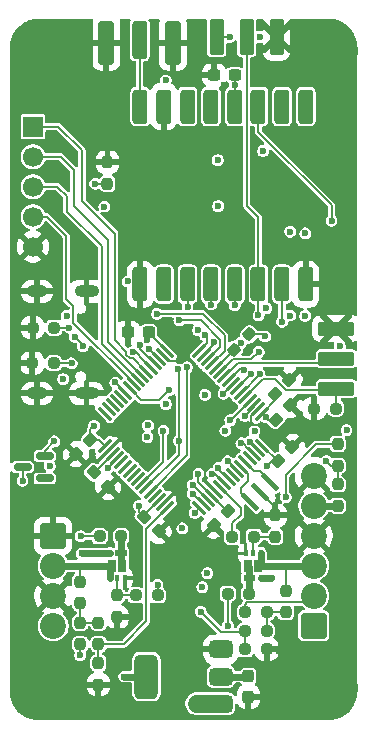
<source format=gbr>
%TF.GenerationSoftware,KiCad,Pcbnew,9.0.2*%
%TF.CreationDate,2025-06-24T21:40:30-05:00*%
%TF.ProjectId,Flight Computer,466c6967-6874-4204-936f-6d7075746572,rev?*%
%TF.SameCoordinates,Original*%
%TF.FileFunction,Copper,L6,Bot*%
%TF.FilePolarity,Positive*%
%FSLAX46Y46*%
G04 Gerber Fmt 4.6, Leading zero omitted, Abs format (unit mm)*
G04 Created by KiCad (PCBNEW 9.0.2) date 2025-06-24 21:40:30*
%MOMM*%
%LPD*%
G01*
G04 APERTURE LIST*
G04 Aperture macros list*
%AMRoundRect*
0 Rectangle with rounded corners*
0 $1 Rounding radius*
0 $2 $3 $4 $5 $6 $7 $8 $9 X,Y pos of 4 corners*
0 Add a 4 corners polygon primitive as box body*
4,1,4,$2,$3,$4,$5,$6,$7,$8,$9,$2,$3,0*
0 Add four circle primitives for the rounded corners*
1,1,$1+$1,$2,$3*
1,1,$1+$1,$4,$5*
1,1,$1+$1,$6,$7*
1,1,$1+$1,$8,$9*
0 Add four rect primitives between the rounded corners*
20,1,$1+$1,$2,$3,$4,$5,0*
20,1,$1+$1,$4,$5,$6,$7,0*
20,1,$1+$1,$6,$7,$8,$9,0*
20,1,$1+$1,$8,$9,$2,$3,0*%
%AMRotRect*
0 Rectangle, with rotation*
0 The origin of the aperture is its center*
0 $1 length*
0 $2 width*
0 $3 Rotation angle, in degrees counterclockwise*
0 Add horizontal line*
21,1,$1,$2,0,0,$3*%
G04 Aperture macros list end*
%TA.AperFunction,ComponentPad*%
%ADD10C,3.100000*%
%TD*%
%TA.AperFunction,ConnectorPad*%
%ADD11C,5.400000*%
%TD*%
%TA.AperFunction,ComponentPad*%
%ADD12RoundRect,0.249999X-0.850001X0.850001X-0.850001X-0.850001X0.850001X-0.850001X0.850001X0.850001X0*%
%TD*%
%TA.AperFunction,ComponentPad*%
%ADD13C,2.200000*%
%TD*%
%TA.AperFunction,ComponentPad*%
%ADD14R,1.700000X1.700000*%
%TD*%
%TA.AperFunction,ComponentPad*%
%ADD15C,1.700000*%
%TD*%
%TA.AperFunction,HeatsinkPad*%
%ADD16O,2.100000X1.000000*%
%TD*%
%TA.AperFunction,HeatsinkPad*%
%ADD17O,1.800000X1.000000*%
%TD*%
%TA.AperFunction,ComponentPad*%
%ADD18RoundRect,0.249999X0.850001X-0.850001X0.850001X0.850001X-0.850001X0.850001X-0.850001X-0.850001X0*%
%TD*%
%TA.AperFunction,SMDPad,CuDef*%
%ADD19RoundRect,0.187500X-0.437500X-1.312500X0.437500X-1.312500X0.437500X1.312500X-0.437500X1.312500X0*%
%TD*%
%TA.AperFunction,SMDPad,CuDef*%
%ADD20RoundRect,0.237500X-0.044194X-0.380070X0.380070X0.044194X0.044194X0.380070X-0.380070X-0.044194X0*%
%TD*%
%TA.AperFunction,SMDPad,CuDef*%
%ADD21RoundRect,0.187500X1.312500X-0.437500X1.312500X0.437500X-1.312500X0.437500X-1.312500X-0.437500X0*%
%TD*%
%TA.AperFunction,SMDPad,CuDef*%
%ADD22RoundRect,0.237500X-0.237500X0.250000X-0.237500X-0.250000X0.237500X-0.250000X0.237500X0.250000X0*%
%TD*%
%TA.AperFunction,SMDPad,CuDef*%
%ADD23RoundRect,0.237500X0.237500X-0.250000X0.237500X0.250000X-0.237500X0.250000X-0.237500X-0.250000X0*%
%TD*%
%TA.AperFunction,SMDPad,CuDef*%
%ADD24R,0.299200X0.629800*%
%TD*%
%TA.AperFunction,SMDPad,CuDef*%
%ADD25R,0.711200X0.990600*%
%TD*%
%TA.AperFunction,SMDPad,CuDef*%
%ADD26RoundRect,0.237500X0.044194X0.380070X-0.380070X-0.044194X-0.044194X-0.380070X0.380070X0.044194X0*%
%TD*%
%TA.AperFunction,SMDPad,CuDef*%
%ADD27RoundRect,0.237500X0.250000X0.237500X-0.250000X0.237500X-0.250000X-0.237500X0.250000X-0.237500X0*%
%TD*%
%TA.AperFunction,SMDPad,CuDef*%
%ADD28RoundRect,0.237500X-0.250000X-0.237500X0.250000X-0.237500X0.250000X0.237500X-0.250000X0.237500X0*%
%TD*%
%TA.AperFunction,SMDPad,CuDef*%
%ADD29RoundRect,0.237500X-0.237500X0.300000X-0.237500X-0.300000X0.237500X-0.300000X0.237500X0.300000X0*%
%TD*%
%TA.AperFunction,SMDPad,CuDef*%
%ADD30RotRect,0.400000X1.900000X45.000000*%
%TD*%
%TA.AperFunction,SMDPad,CuDef*%
%ADD31RoundRect,0.237500X0.300000X0.237500X-0.300000X0.237500X-0.300000X-0.237500X0.300000X-0.237500X0*%
%TD*%
%TA.AperFunction,SMDPad,CuDef*%
%ADD32RoundRect,0.237500X-0.380070X0.044194X0.044194X-0.380070X0.380070X-0.044194X-0.044194X0.380070X0*%
%TD*%
%TA.AperFunction,SMDPad,CuDef*%
%ADD33RoundRect,0.150000X0.587500X0.150000X-0.587500X0.150000X-0.587500X-0.150000X0.587500X-0.150000X0*%
%TD*%
%TA.AperFunction,SMDPad,CuDef*%
%ADD34RoundRect,0.317500X0.317500X-1.157500X0.317500X1.157500X-0.317500X1.157500X-0.317500X-1.157500X0*%
%TD*%
%TA.AperFunction,SMDPad,CuDef*%
%ADD35RoundRect,0.237500X0.008839X0.344715X-0.344715X-0.008839X-0.008839X-0.344715X0.344715X0.008839X0*%
%TD*%
%TA.AperFunction,SMDPad,CuDef*%
%ADD36RoundRect,0.075000X0.548008X-0.441942X-0.441942X0.548008X-0.548008X0.441942X0.441942X-0.548008X0*%
%TD*%
%TA.AperFunction,SMDPad,CuDef*%
%ADD37RoundRect,0.075000X0.548008X0.441942X0.441942X0.548008X-0.548008X-0.441942X-0.441942X-0.548008X0*%
%TD*%
%TA.AperFunction,SMDPad,CuDef*%
%ADD38RoundRect,0.250000X-0.385000X-1.350000X0.385000X-1.350000X0.385000X1.350000X-0.385000X1.350000X0*%
%TD*%
%TA.AperFunction,SMDPad,CuDef*%
%ADD39RoundRect,0.250000X-0.425000X-1.600000X0.425000X-1.600000X0.425000X1.600000X-0.425000X1.600000X0*%
%TD*%
%TA.AperFunction,SMDPad,CuDef*%
%ADD40RoundRect,0.375000X0.625000X0.375000X-0.625000X0.375000X-0.625000X-0.375000X0.625000X-0.375000X0*%
%TD*%
%TA.AperFunction,SMDPad,CuDef*%
%ADD41RoundRect,0.500000X0.500000X1.400000X-0.500000X1.400000X-0.500000X-1.400000X0.500000X-1.400000X0*%
%TD*%
%TA.AperFunction,ViaPad*%
%ADD42C,0.600000*%
%TD*%
%TA.AperFunction,Conductor*%
%ADD43C,0.200000*%
%TD*%
%TA.AperFunction,Conductor*%
%ADD44C,0.600000*%
%TD*%
%TA.AperFunction,Conductor*%
%ADD45C,1.500000*%
%TD*%
G04 APERTURE END LIST*
D10*
%TO.P,H504,1,1*%
%TO.N,GND*%
X124700000Y-109500000D03*
D11*
X124700000Y-109500000D03*
%TD*%
D10*
%TO.P,H501,1,1*%
%TO.N,GND*%
X100700000Y-55500000D03*
D11*
X100700000Y-55500000D03*
%TD*%
D12*
%TO.P,J504,1,Pin_1*%
%TO.N,GND*%
X101640000Y-96580000D03*
D13*
%TO.P,J504,2,Pin_2*%
%TO.N,/Pryo3*%
X101640000Y-99120000D03*
%TO.P,J504,3,Pin_3*%
%TO.N,GND*%
X101640000Y-101659999D03*
%TO.P,J504,4,Pin_4*%
%TO.N,VCC*%
X101640000Y-104200000D03*
%TD*%
D14*
%TO.P,J507,1,Pin_1*%
%TO.N,/Servo1*%
X99920000Y-61950000D03*
D15*
%TO.P,J507,2,Pin_2*%
%TO.N,/Servo2*%
X99920000Y-64490000D03*
%TO.P,J507,3,Pin_3*%
%TO.N,/Servo3*%
X99920000Y-67030000D03*
%TO.P,J507,4,Pin_4*%
%TO.N,/Servo4*%
X99920000Y-69570000D03*
%TO.P,J507,5,Pin_5*%
%TO.N,GND*%
X99920000Y-72110000D03*
%TD*%
D16*
%TO.P,J502,S1,SHIELD*%
%TO.N,GND*%
X104455000Y-75890000D03*
D17*
X100275000Y-75890000D03*
D16*
X104455000Y-84530000D03*
D17*
X100275000Y-84530000D03*
%TD*%
D18*
%TO.P,J503,1,Pin_1*%
%TO.N,VCC*%
X123700000Y-104200000D03*
D13*
%TO.P,J503,2,Pin_2*%
%TO.N,Pyro_Power*%
X123700000Y-101660000D03*
%TO.P,J503,3,Pin_3*%
%TO.N,/Pryo1*%
X123700000Y-99120001D03*
%TO.P,J503,4,Pin_4*%
%TO.N,GND*%
X123700000Y-96580000D03*
%TO.P,J503,5,Pin_5*%
%TO.N,/Pryo2*%
X123700000Y-94040000D03*
%TO.P,J503,6,Pin_6*%
%TO.N,GND*%
X123700000Y-91500000D03*
%TD*%
D10*
%TO.P,H503,1,1*%
%TO.N,GND*%
X100700000Y-109500000D03*
D11*
X100700000Y-109500000D03*
%TD*%
D19*
%TO.P,J506,4,Pin_4*%
%TO.N,GND*%
X120550000Y-54350000D03*
%TO.P,J506,5,Pin_5*%
%TO.N,/SPI_MOSI*%
X118010000Y-54350000D03*
%TO.P,J506,6,Pin_6*%
%TO.N,+3.3V*%
X115470000Y-54350000D03*
%TD*%
D10*
%TO.P,H502,1,1*%
%TO.N,GND*%
X124700000Y-55500000D03*
D11*
X124700000Y-55500000D03*
%TD*%
D20*
%TO.P,C302,1*%
%TO.N,+3.3V*%
X120420000Y-84610000D03*
%TO.P,C302,2*%
%TO.N,GND*%
X121639760Y-83390240D03*
%TD*%
%TO.P,C303,1*%
%TO.N,+3.3V*%
X120650120Y-90279880D03*
%TO.P,C303,2*%
%TO.N,GND*%
X121869880Y-89060120D03*
%TD*%
D21*
%TO.P,J501,1,Pin_1*%
%TO.N,/BOOT0*%
X125560000Y-84120000D03*
%TO.P,J501,2,Pin_2*%
%TO.N,/SWO*%
X125560000Y-81580000D03*
%TO.P,J501,3,Pin_3*%
%TO.N,GND*%
X125560000Y-79040001D03*
%TD*%
D22*
%TO.P,R709,1*%
%TO.N,Pyro_Power*%
X125730000Y-88820000D03*
%TO.P,R709,2*%
%TO.N,Net-(R709-Pad2)*%
X125730000Y-90645000D03*
%TD*%
D23*
%TO.P,R401,1*%
%TO.N,/{slash}GPS_SAFEBOOT*%
X106230000Y-66772500D03*
%TO.P,R401,2*%
%TO.N,GND*%
X106230000Y-64947500D03*
%TD*%
D24*
%TO.P,U701,1,S*%
%TO.N,GND*%
X117916002Y-98080101D03*
%TO.P,U701,2,G*%
%TO.N,Net-(U701A-G)*%
X118566001Y-98080100D03*
%TO.P,U701,3,D*%
%TO.N,/Pryo1*%
X119216000Y-98080101D03*
%TO.P,U701,4,S*%
%TO.N,Pyro_Power*%
X119216000Y-100159899D03*
%TO.P,U701,5,G*%
%TO.N,Net-(U701B-G)*%
X118566001Y-100159900D03*
%TO.P,U701,6,D*%
X117916002Y-100159899D03*
D25*
%TO.P,U701,7,D*%
X118122002Y-99120000D03*
%TO.P,U701,8,D*%
%TO.N,/Pryo1*%
X119010000Y-99120000D03*
%TD*%
D20*
%TO.P,C308,1*%
%TO.N,+3.3V*%
X120490120Y-86749880D03*
%TO.P,C308,2*%
%TO.N,GND*%
X121709880Y-85530120D03*
%TD*%
D26*
%TO.P,C304,1*%
%TO.N,+3.3V*%
X116470000Y-94490000D03*
%TO.P,C304,2*%
%TO.N,GND*%
X115250240Y-95709760D03*
%TD*%
D22*
%TO.P,R723,1*%
%TO.N,/Pryo3_Cont*%
X105460000Y-107357500D03*
%TO.P,R723,2*%
%TO.N,GND*%
X105460000Y-109182500D03*
%TD*%
D27*
%TO.P,R501,1*%
%TO.N,Net-(J502-CC2)*%
X101690000Y-81960000D03*
%TO.P,R501,2*%
%TO.N,GND*%
X99865000Y-81960000D03*
%TD*%
D22*
%TO.P,R722,1*%
%TO.N,Net-(R714-Pad2)*%
X105460000Y-103930000D03*
%TO.P,R722,2*%
%TO.N,/Pryo3_Cont*%
X105460000Y-105755000D03*
%TD*%
D28*
%TO.P,R704,1*%
%TO.N,/Pryo1_Trigger*%
X116797500Y-96680000D03*
%TO.P,R704,2*%
%TO.N,Net-(U701A-G)*%
X118622500Y-96680000D03*
%TD*%
%TO.P,R703,1*%
%TO.N,Pyro_Power*%
X117885000Y-103060000D03*
%TO.P,R703,2*%
%TO.N,Net-(R703-Pad2)*%
X119710000Y-103060000D03*
%TD*%
D29*
%TO.P,C201,1*%
%TO.N,+3.3V*%
X118150000Y-108497499D03*
%TO.P,C201,2*%
%TO.N,GND*%
X118150000Y-110222501D03*
%TD*%
D23*
%TO.P,R716,1*%
%TO.N,Net-(R714-Pad2)*%
X103910000Y-102282500D03*
%TO.P,R716,2*%
%TO.N,/Pryo3*%
X103910000Y-100457500D03*
%TD*%
D27*
%TO.P,R502,1*%
%TO.N,Net-(J502-CC1)*%
X101712500Y-78960000D03*
%TO.P,R502,2*%
%TO.N,GND*%
X99887500Y-78960000D03*
%TD*%
D23*
%TO.P,R707,1*%
%TO.N,Net-(U701A-G)*%
X120450000Y-96680000D03*
%TO.P,R707,2*%
%TO.N,GND*%
X120450000Y-94855000D03*
%TD*%
D22*
%TO.P,R717,1*%
%TO.N,Net-(U703A-G)*%
X107040000Y-101627500D03*
%TO.P,R717,2*%
%TO.N,GND*%
X107040000Y-103452500D03*
%TD*%
%TO.P,R711,1*%
%TO.N,Net-(R709-Pad2)*%
X125730000Y-92215000D03*
%TO.P,R711,2*%
%TO.N,/Pryo2*%
X125730000Y-94040000D03*
%TD*%
D30*
%TO.P,Y301,1,1*%
%TO.N,/MCU/OSC_OUT*%
X118302944Y-93697056D03*
%TO.P,Y301,2,2*%
%TO.N,GND*%
X119151472Y-92848528D03*
%TO.P,Y301,3,3*%
%TO.N,/MCU/OSC_IN*%
X120000000Y-92000000D03*
%TD*%
D31*
%TO.P,C601,1*%
%TO.N,+3.3V*%
X116987500Y-57580000D03*
%TO.P,C601,2*%
%TO.N,GND*%
X115262500Y-57580000D03*
%TD*%
D28*
%TO.P,R701,1*%
%TO.N,VCC*%
X116417500Y-101490000D03*
%TO.P,R701,2*%
%TO.N,Net-(U701B-G)*%
X118242500Y-101490000D03*
%TD*%
D32*
%TO.P,C309,1*%
%TO.N,/MCU/MCU_VCAP1*%
X105050000Y-91220000D03*
%TO.P,C309,2*%
%TO.N,GND*%
X106269760Y-92439760D03*
%TD*%
D28*
%TO.P,R719,1*%
%TO.N,/Pryo1_Cont*%
X117887500Y-106180000D03*
%TO.P,R719,2*%
%TO.N,GND*%
X119712500Y-106180000D03*
%TD*%
D27*
%TO.P,R715,1*%
%TO.N,/Pryo3_Trigger*%
X110465000Y-101620000D03*
%TO.P,R715,2*%
%TO.N,Net-(U703A-G)*%
X108640000Y-101620000D03*
%TD*%
D33*
%TO.P,D501,1,A*%
%TO.N,VBUS*%
X100920000Y-89830000D03*
%TO.P,D501,2*%
%TO.N,N/C*%
X100920000Y-91730000D03*
%TO.P,D501,3,K*%
%TO.N,VCC*%
X99044999Y-90780000D03*
%TD*%
D34*
%TO.P,U601,1,GND*%
%TO.N,GND*%
X123010000Y-75290000D03*
%TO.P,U601,2,MISO*%
%TO.N,/SPI_MISO*%
X121009999Y-75290000D03*
%TO.P,U601,3,MOSI*%
%TO.N,/SPI_MOSI*%
X119010000Y-75290000D03*
%TO.P,U601,4,SCK*%
%TO.N,/SPI_SCK*%
X117010000Y-75290000D03*
%TO.P,U601,5,NSS*%
%TO.N,/LORA_SEL*%
X115010000Y-75290000D03*
%TO.P,U601,6,RESET*%
%TO.N,/LORA_RESET*%
X113010000Y-75290000D03*
%TO.P,U601,7,DIO5*%
%TO.N,/LORA_DIO5*%
X111010001Y-75290000D03*
%TO.P,U601,8,GND*%
%TO.N,GND*%
X109010000Y-75290000D03*
%TO.P,U601,9,ANT*%
%TO.N,Net-(J601-In)*%
X109010000Y-60240000D03*
%TO.P,U601,10,GND*%
%TO.N,GND*%
X111010001Y-60240000D03*
%TO.P,U601,11,DIO3*%
%TO.N,/LORA_DIO3*%
X113010000Y-60240000D03*
%TO.P,U601,12,DIO4*%
%TO.N,/LORA_DIO4*%
X115010000Y-60240000D03*
%TO.P,U601,13,3.3V*%
%TO.N,+3.3V*%
X117010000Y-60240000D03*
%TO.P,U601,14,DIO0*%
%TO.N,/LORA_DIO0*%
X119010000Y-60240000D03*
%TO.P,U601,15,DIO1*%
%TO.N,/LORA_DIO1*%
X121009999Y-60240000D03*
%TO.P,U601,16,DIO2*%
%TO.N,/LORA_DIO2*%
X123010000Y-60240000D03*
%TD*%
D27*
%TO.P,R302,1*%
%TO.N,/BOOT0*%
X125570000Y-85810000D03*
%TO.P,R302,2*%
%TO.N,GND*%
X123745000Y-85810000D03*
%TD*%
D28*
%TO.P,R713,1*%
%TO.N,VCC*%
X105577500Y-96610000D03*
%TO.P,R713,2*%
%TO.N,Net-(U703B-G)*%
X107402500Y-96610000D03*
%TD*%
D23*
%TO.P,R706,1*%
%TO.N,Net-(R703-Pad2)*%
X121330000Y-103062500D03*
%TO.P,R706,2*%
%TO.N,/Pryo1*%
X121330000Y-101237500D03*
%TD*%
%TO.P,R714,1*%
%TO.N,Pyro_Power*%
X103910000Y-105755000D03*
%TO.P,R714,2*%
%TO.N,Net-(R714-Pad2)*%
X103910000Y-103930000D03*
%TD*%
D35*
%TO.P,R303,1*%
%TO.N,+3.3V*%
X118245235Y-79534765D03*
%TO.P,R303,2*%
%TO.N,/I2C_SDA*%
X116954765Y-80825235D03*
%TD*%
D26*
%TO.P,C306,1*%
%TO.N,+3.3V*%
X104789880Y-88450120D03*
%TO.P,C306,2*%
%TO.N,GND*%
X103570120Y-89669880D03*
%TD*%
D32*
%TO.P,C305,1*%
%TO.N,+3.3V*%
X109340240Y-94970240D03*
%TO.P,C305,2*%
%TO.N,GND*%
X110560000Y-96190000D03*
%TD*%
D36*
%TO.P,U302,1,VBAT*%
%TO.N,+3.3V*%
X119315533Y-88954467D03*
%TO.P,U302,2,PC13*%
%TO.N,/SPI_CS1*%
X118961980Y-89308020D03*
%TO.P,U302,3,PC14*%
%TO.N,/LORA_DIO0*%
X118608427Y-89661573D03*
%TO.P,U302,4,PC15*%
%TO.N,/MCU/PC15*%
X118254873Y-90015127D03*
%TO.P,U302,5,PH0*%
%TO.N,/MCU/OSC_IN*%
X117901320Y-90368680D03*
%TO.P,U302,6,PH1*%
%TO.N,/MCU/OSC_OUT*%
X117547766Y-90722234D03*
%TO.P,U302,7,NRST*%
%TO.N,/NRST*%
X117194213Y-91075787D03*
%TO.P,U302,8,PC0*%
%TO.N,/MCU/PC0*%
X116840660Y-91429340D03*
%TO.P,U302,9,PC1*%
%TO.N,/Pryo3_Trigger*%
X116487106Y-91782894D03*
%TO.P,U302,10,PC2*%
%TO.N,/Pryo2_Trigger*%
X116133553Y-92136447D03*
%TO.P,U302,11,PC3*%
%TO.N,/Pryo1_Trigger*%
X115780000Y-92490000D03*
%TO.P,U302,12,VSSA*%
%TO.N,GND*%
X115426446Y-92843554D03*
%TO.P,U302,13,VDDA*%
%TO.N,+3.3V*%
X115072893Y-93197107D03*
%TO.P,U302,14,PA0*%
%TO.N,/Pryo2_Cont*%
X114719339Y-93550661D03*
%TO.P,U302,15,PA1*%
%TO.N,/Pryo1_Cont*%
X114365786Y-93904214D03*
%TO.P,U302,16,PA2*%
%TO.N,/Armed*%
X114012233Y-94257767D03*
D37*
%TO.P,U302,17,PA3*%
%TO.N,/Pryo3_Cont*%
X111289871Y-94257767D03*
%TO.P,U302,18,VSS*%
%TO.N,GND*%
X110936318Y-93904214D03*
%TO.P,U302,19,VDD*%
%TO.N,+3.3V*%
X110582765Y-93550661D03*
%TO.P,U302,20,PA4*%
%TO.N,/MCU/PA4*%
X110229211Y-93197107D03*
%TO.P,U302,21,PA5*%
%TO.N,/SPI_SCK*%
X109875658Y-92843554D03*
%TO.P,U302,22,PA6*%
%TO.N,/SPI_MISO*%
X109522104Y-92490000D03*
%TO.P,U302,23,PA7*%
%TO.N,/SPI_MOSI*%
X109168551Y-92136447D03*
%TO.P,U302,24,PC4*%
%TO.N,/MCU/PC4*%
X108814998Y-91782894D03*
%TO.P,U302,25,PC5*%
%TO.N,/MCU/PC5*%
X108461444Y-91429340D03*
%TO.P,U302,26,PB0*%
%TO.N,/MCU/PB0*%
X108107891Y-91075787D03*
%TO.P,U302,27,PB1*%
%TO.N,/MCU/PB1*%
X107754338Y-90722234D03*
%TO.P,U302,28,PB2*%
%TO.N,/MCU/PB2*%
X107400784Y-90368680D03*
%TO.P,U302,29,PB10*%
%TO.N,/I2C_SCL*%
X107047231Y-90015127D03*
%TO.P,U302,30,VCAP_1*%
%TO.N,/MCU/MCU_VCAP1*%
X106693677Y-89661573D03*
%TO.P,U302,31,VSS*%
%TO.N,GND*%
X106340124Y-89308020D03*
%TO.P,U302,32,VDD*%
%TO.N,+3.3V*%
X105986571Y-88954467D03*
D36*
%TO.P,U302,33,PB12*%
%TO.N,/MCU/PB11*%
X105986571Y-86232105D03*
%TO.P,U302,34,PB13*%
%TO.N,/MCU/PB12*%
X106340124Y-85878552D03*
%TO.P,U302,35,PB14*%
%TO.N,/MCU/PB13*%
X106693677Y-85524999D03*
%TO.P,U302,36,PB15*%
%TO.N,/MCU/PB14*%
X107047231Y-85171445D03*
%TO.P,U302,37,PC6*%
%TO.N,/MCU/PC6*%
X107400784Y-84817892D03*
%TO.P,U302,38,PC7*%
%TO.N,/LORA_RESET*%
X107754338Y-84464338D03*
%TO.P,U302,39,PC8*%
%TO.N,/IMU_INT1*%
X108107891Y-84110785D03*
%TO.P,U302,40,PC9*%
%TO.N,/Servo4*%
X108461444Y-83757232D03*
%TO.P,U302,41,PA8*%
%TO.N,/Servo3*%
X108814998Y-83403678D03*
%TO.P,U302,42,PA9*%
%TO.N,/Servo2*%
X109168551Y-83050125D03*
%TO.P,U302,43,PA10*%
%TO.N,/Servo1*%
X109522104Y-82696572D03*
%TO.P,U302,44,PA11*%
%TO.N,/USB_DP_N*%
X109875658Y-82343018D03*
%TO.P,U302,45,PA12*%
%TO.N,/USB_DP_P*%
X110229211Y-81989465D03*
%TO.P,U302,46,PA13*%
%TO.N,/SWDIO*%
X110582765Y-81635911D03*
%TO.P,U302,47,VSS*%
%TO.N,GND*%
X110936318Y-81282358D03*
%TO.P,U302,48,VDD*%
%TO.N,+3.3V*%
X111289871Y-80928805D03*
D37*
%TO.P,U302,49,PA14*%
%TO.N,/SWCLK*%
X114012233Y-80928805D03*
%TO.P,U302,50,PA15*%
%TO.N,/IMU_CS*%
X114365786Y-81282358D03*
%TO.P,U302,51,PC10*%
%TO.N,/GPS_RX*%
X114719339Y-81635911D03*
%TO.P,U302,52,PC11*%
%TO.N,/GPS_TX*%
X115072893Y-81989465D03*
%TO.P,U302,53,PC12*%
%TO.N,/I2C_SDA*%
X115426446Y-82343018D03*
%TO.P,U302,54,PD2*%
%TO.N,/IMU_INT2*%
X115780000Y-82696572D03*
%TO.P,U302,55,PB3*%
%TO.N,/SWO*%
X116133553Y-83050125D03*
%TO.P,U302,56,PB4*%
%TO.N,/LORA_SEL*%
X116487106Y-83403678D03*
%TO.P,U302,57,PB5*%
%TO.N,/BARO_CS*%
X116840660Y-83757232D03*
%TO.P,U302,58,PB6*%
%TO.N,/MCU/FLASH_CS*%
X117194213Y-84110785D03*
%TO.P,U302,59,PB7*%
%TO.N,/MCU/{slash}FLASH_RESET*%
X117547766Y-84464338D03*
%TO.P,U302,60,BOOT0*%
%TO.N,/BOOT0*%
X117901320Y-84817892D03*
%TO.P,U302,61,PB8*%
%TO.N,/MCU/{slash}FLASH_WP*%
X118254873Y-85171445D03*
%TO.P,U302,62,PB9*%
%TO.N,/GPS_INT*%
X118608427Y-85524999D03*
%TO.P,U302,63,VSS*%
%TO.N,GND*%
X118961980Y-85878552D03*
%TO.P,U302,64,VDD*%
%TO.N,+3.3V*%
X119315533Y-86232105D03*
%TD*%
D24*
%TO.P,U703,1,S*%
%TO.N,GND*%
X107703998Y-100159899D03*
%TO.P,U703,2,G*%
%TO.N,Net-(U703A-G)*%
X107053999Y-100159900D03*
%TO.P,U703,3,D*%
%TO.N,/Pryo3*%
X106404000Y-100159899D03*
%TO.P,U703,4,S*%
%TO.N,Pyro_Power*%
X106404000Y-98080101D03*
%TO.P,U703,5,G*%
%TO.N,Net-(U703B-G)*%
X107053999Y-98080100D03*
%TO.P,U703,6,D*%
X107703998Y-98080101D03*
D25*
%TO.P,U703,7,D*%
X107497998Y-99120000D03*
%TO.P,U703,8,D*%
%TO.N,/Pryo3*%
X106610000Y-99120000D03*
%TD*%
D38*
%TO.P,J601,1,In*%
%TO.N,Net-(J601-In)*%
X108965000Y-54600000D03*
D39*
%TO.P,J601,2,Ext*%
%TO.N,GND*%
X106140000Y-54850000D03*
X111790000Y-54850000D03*
%TD*%
D27*
%TO.P,R718,1*%
%TO.N,Net-(R703-Pad2)*%
X119712500Y-104620000D03*
%TO.P,R718,2*%
%TO.N,/Pryo1_Cont*%
X117887500Y-104620000D03*
%TD*%
D40*
%TO.P,U201,1,GND*%
%TO.N,GND*%
X115820000Y-106200000D03*
%TO.P,U201,2,VO*%
%TO.N,+3.3V*%
X115819999Y-108500000D03*
D41*
X109520001Y-108500000D03*
D40*
%TO.P,U201,3,VI*%
%TO.N,VCC*%
X115820000Y-110800000D03*
%TD*%
D31*
%TO.P,C307,1*%
%TO.N,+3.3V*%
X109705002Y-79350000D03*
%TO.P,C307,2*%
%TO.N,GND*%
X107980000Y-79350000D03*
%TD*%
D42*
%TO.N,GND*%
X107520000Y-76830000D03*
X120760000Y-106340000D03*
X119910000Y-81100000D03*
X110050000Y-55660000D03*
X109890000Y-90450000D03*
X126340000Y-82890000D03*
X109580000Y-57670000D03*
X108180000Y-56750000D03*
X107870000Y-53660000D03*
X126400000Y-75500000D03*
X107860000Y-55670000D03*
X116100000Y-58410000D03*
X114640000Y-86830000D03*
X113840000Y-54580000D03*
X112070000Y-91740000D03*
X107840000Y-54650000D03*
X110110000Y-53610000D03*
X108290000Y-57660000D03*
X110080000Y-54670000D03*
X123210000Y-87130000D03*
X111370000Y-79160000D03*
X104390000Y-73460000D03*
X109080000Y-86350000D03*
X109700000Y-56740000D03*
X111620000Y-89330000D03*
X114510000Y-90780000D03*
X110950000Y-62770000D03*
X99990000Y-80520000D03*
%TO.N,+3.3V*%
X108915000Y-94035000D03*
X119641714Y-86558286D03*
X116590000Y-54350000D03*
X117270000Y-108500000D03*
X101360000Y-90670000D03*
X113930000Y-91330000D03*
X109551789Y-80016472D03*
X119712646Y-90702646D03*
X119400000Y-64000000D03*
X126470000Y-87640000D03*
X105100000Y-87260000D03*
X117010000Y-58400000D03*
X111180000Y-85440000D03*
X107660000Y-108500000D03*
X119570000Y-79710000D03*
X114497354Y-84652646D03*
X111170000Y-58030000D03*
X115590000Y-68670000D03*
%TO.N,VCC*%
X112565000Y-95950000D03*
X103970000Y-96610000D03*
X113719500Y-110850938D03*
X99040000Y-91920000D03*
X116420000Y-104200000D03*
%TO.N,/SWDIO*%
X109705958Y-80754042D03*
X125900000Y-80500000D03*
%TO.N,/NRST*%
X116395000Y-90275000D03*
%TO.N,/SWCLK*%
X114492638Y-79591085D03*
%TO.N,/USB_DP_N*%
X108359479Y-81040521D03*
X104152385Y-80532907D03*
X103457906Y-79736802D03*
%TO.N,/USB_DP_P*%
X108960521Y-80439479D03*
%TO.N,Pyro_Power*%
X104040101Y-98080101D03*
X121330000Y-93313000D03*
X103910000Y-106690000D03*
X120120000Y-100150000D03*
%TO.N,/I2C_SDA*%
X109617646Y-88227646D03*
X117520000Y-80260000D03*
X105970000Y-68710000D03*
%TO.N,/I2C_SCL*%
X109660000Y-87240000D03*
X106240000Y-90860000D03*
X107948000Y-75050000D03*
%TO.N,/SPI_SCK*%
X113900000Y-79170000D03*
X122980000Y-70980000D03*
X112950000Y-82320000D03*
X117010000Y-77066000D03*
X118682002Y-87720000D03*
%TO.N,/SPI_MOSI*%
X116210000Y-87690000D03*
X110967000Y-87690000D03*
X121699306Y-77940000D03*
X119010000Y-77923000D03*
%TO.N,/SPI_CS1*%
X119126000Y-54356000D03*
X118277840Y-88623880D03*
%TO.N,/SPI_MISO*%
X112299749Y-88540000D03*
X121020000Y-78450000D03*
X112223343Y-82503769D03*
%TO.N,/Pryo1_Cont*%
X113441052Y-93018726D03*
X114140000Y-103023000D03*
%TO.N,/Pryo2_Cont*%
X113454192Y-92286575D03*
%TO.N,/{slash}GPS_SAFEBOOT*%
X105200000Y-66780000D03*
%TO.N,/Armed*%
X113620000Y-94650000D03*
X114260000Y-100933000D03*
%TO.N,/Pryo2_Trigger*%
X114690000Y-99750000D03*
X115099920Y-91337985D03*
%TO.N,/Pryo3_Trigger*%
X115620000Y-90830000D03*
X110470000Y-100720000D03*
%TO.N,/MCU/FLASH_CS*%
X119690000Y-77310000D03*
X118376000Y-82928998D03*
%TO.N,/MCU/{slash}FLASH_WP*%
X116632710Y-86788001D03*
X122970000Y-77960000D03*
%TO.N,/MCU/{slash}FLASH_RESET*%
X121700000Y-70830000D03*
X119101670Y-82885031D03*
%TO.N,/BARO_CS*%
X116050000Y-84550000D03*
%TO.N,/IMU_INT2*%
X119030000Y-81020000D03*
%TO.N,/LORA_SEL*%
X117776781Y-82517334D03*
X115010646Y-77005354D03*
%TO.N,/LORA_RESET*%
X106890000Y-83600000D03*
X113010000Y-77190000D03*
%TO.N,/LORA_DIO0*%
X117563347Y-88758165D03*
X125200000Y-69900000D03*
%TO.N,/IMU_INT1*%
X111446050Y-84264284D03*
%TO.N,/IMU_CS*%
X115213000Y-80217088D03*
%TO.N,/GPS_TX*%
X110430000Y-77790000D03*
%TO.N,/GPS_INT*%
X117856000Y-86442003D03*
X115570000Y-64770000D03*
%TO.N,/GPS_RX*%
X112320000Y-78340000D03*
%TO.N,VBUS*%
X101730000Y-88590000D03*
X102475000Y-83315000D03*
X102780000Y-77960000D03*
%TO.N,Net-(J502-CC2)*%
X103200000Y-81980000D03*
%TO.N,Net-(J502-CC1)*%
X102999000Y-78960000D03*
%TO.N,Net-(R709-Pad2)*%
X124770000Y-90270000D03*
%TD*%
D43*
%TO.N,GND*%
X118672000Y-87192000D02*
X119212000Y-87192000D01*
X110936318Y-81282358D02*
X111435242Y-81781282D01*
X118390000Y-86450532D02*
X118390000Y-86910000D01*
X120450000Y-94147056D02*
X120450000Y-94855000D01*
X118961980Y-85878552D02*
X118390000Y-86450532D01*
X112338718Y-81781282D02*
X112400000Y-81720000D01*
X114510000Y-91927108D02*
X114510000Y-90780000D01*
X111435242Y-81781282D02*
X112338718Y-81781282D01*
X115426446Y-92843554D02*
X114510000Y-91927108D01*
X118390000Y-86910000D02*
X118672000Y-87192000D01*
X119212000Y-87192000D02*
X119360000Y-87340000D01*
X119151472Y-92848528D02*
X120450000Y-94147056D01*
%TO.N,+3.3V*%
X117010000Y-60240000D02*
X117010000Y-58400000D01*
X109705002Y-79350000D02*
X109551789Y-79503213D01*
X119394765Y-79534765D02*
X119570000Y-79710000D01*
X113930000Y-91330000D02*
X113930000Y-92060000D01*
X119334481Y-88971181D02*
X120643180Y-90279880D01*
X104789880Y-87570120D02*
X105100000Y-87260000D01*
X120643180Y-90279880D02*
X120650120Y-90279880D01*
X119315533Y-86232105D02*
X120420000Y-85127638D01*
X118245235Y-79534765D02*
X119394765Y-79534765D01*
X113930000Y-92060000D02*
X114337897Y-92467897D01*
X105752169Y-88717831D02*
X106005519Y-88971181D01*
X114337897Y-92467897D02*
X114343683Y-92467897D01*
X109705002Y-79350000D02*
X109713300Y-79350000D01*
D44*
X109520001Y-108500000D02*
X107660000Y-108500000D01*
D43*
X104789880Y-88450120D02*
X105484458Y-88450120D01*
X108915000Y-94035000D02*
X108915000Y-94545000D01*
X109713300Y-79350000D02*
X110416650Y-80053350D01*
X120420000Y-85127638D02*
X120420000Y-84610000D01*
X117010000Y-57690000D02*
X116900000Y-57580000D01*
X119641714Y-86558286D02*
X119315533Y-86232105D01*
X120490120Y-86749880D02*
X119833308Y-86749880D01*
X109268968Y-94900120D02*
X110601713Y-93567375D01*
X119833308Y-86749880D02*
X119641714Y-86558286D01*
X120135412Y-90279880D02*
X119712646Y-90702646D01*
X115093821Y-93213821D02*
X116440120Y-94560120D01*
X108915000Y-94545000D02*
X109340240Y-94970240D01*
X120650120Y-90279880D02*
X120135412Y-90279880D01*
D44*
X115819999Y-108500000D02*
X117270000Y-108500000D01*
D43*
X105484458Y-88450120D02*
X105752169Y-88717831D01*
X108722000Y-107701999D02*
X109520001Y-108500000D01*
X110416650Y-80053350D02*
X111308819Y-80945519D01*
X115470000Y-54350000D02*
X116590000Y-54350000D01*
X115091841Y-93213821D02*
X115093821Y-93213821D01*
X109551789Y-79503213D02*
X109551789Y-80016472D01*
X114343683Y-92467897D02*
X115072893Y-93197107D01*
X117010000Y-58400000D02*
X117010000Y-57690000D01*
X104789880Y-88450120D02*
X104789880Y-87570120D01*
D44*
X117270000Y-108500000D02*
X118147499Y-108500000D01*
D43*
X118147499Y-108500000D02*
X118150000Y-108497499D01*
%TO.N,/MCU/OSC_IN*%
X118642640Y-91110000D02*
X117901320Y-90368680D01*
X120000000Y-92000000D02*
X119110000Y-91110000D01*
X119110000Y-91110000D02*
X118642640Y-91110000D01*
%TO.N,/MCU/MCU_VCAP1*%
X106021295Y-90332000D02*
X106058912Y-90332000D01*
X105110120Y-91270120D02*
X105110120Y-91243175D01*
X106058912Y-90332000D02*
X106712625Y-89678287D01*
X105110120Y-91243175D02*
X106021295Y-90332000D01*
%TO.N,VCC*%
X116417500Y-104197500D02*
X116420000Y-104200000D01*
D45*
X113770438Y-110800000D02*
X115820000Y-110800000D01*
D43*
X113650000Y-110800000D02*
X113640000Y-110790000D01*
X113719500Y-110850938D02*
X113770438Y-110800000D01*
X116417500Y-101490000D02*
X116417500Y-104197500D01*
X103970000Y-96610000D02*
X105577500Y-96610000D01*
X99044999Y-90780000D02*
X99044999Y-91915001D01*
X99044999Y-91915001D02*
X99040000Y-91920000D01*
%TO.N,/SWDIO*%
X110582765Y-81630849D02*
X109705958Y-80754042D01*
%TO.N,/BOOT0*%
X125560000Y-84120000D02*
X125560000Y-85800000D01*
X125439537Y-84240463D02*
X121310463Y-84240463D01*
X120390000Y-83320000D02*
X119399212Y-83320000D01*
X121310463Y-84240463D02*
X120390000Y-83320000D01*
X119399212Y-83320000D02*
X117901320Y-84817892D01*
X125560000Y-85800000D02*
X125550000Y-85810000D01*
X125560000Y-84120000D02*
X125439537Y-84240463D01*
%TO.N,/SWO*%
X116179875Y-83050125D02*
X116133553Y-83050125D01*
X125560000Y-81580000D02*
X125170000Y-81970000D01*
X117260000Y-81970000D02*
X116179875Y-83050125D01*
X125170000Y-81970000D02*
X117260000Y-81970000D01*
%TO.N,/NRST*%
X116395000Y-90275000D02*
X117194213Y-91074213D01*
X117194213Y-91074213D02*
X117194213Y-91075787D01*
%TO.N,/SWCLK*%
X114492638Y-79591085D02*
X114670000Y-79768447D01*
X114670000Y-79768447D02*
X114670000Y-80271038D01*
X114670000Y-80271038D02*
X114012233Y-80928805D01*
D44*
%TO.N,/Pryo3*%
X106404000Y-99326000D02*
X106404000Y-100159899D01*
X106610000Y-99120000D02*
X103890000Y-99120000D01*
X103890000Y-99120000D02*
X101640000Y-99120000D01*
D43*
X103910000Y-100457500D02*
X103910000Y-99140000D01*
X103910000Y-99140000D02*
X103890000Y-99120000D01*
D44*
X106610000Y-99120000D02*
X106404000Y-99326000D01*
D43*
%TO.N,/USB_DP_N*%
X109232247Y-81662017D02*
X108632828Y-81062599D01*
X103532793Y-79811689D02*
X103457906Y-79736802D01*
X104152385Y-80532907D02*
X104106478Y-80487000D01*
X108381557Y-81062599D02*
X108359479Y-81040521D01*
X104106478Y-80317460D02*
X103600707Y-79811689D01*
X104106478Y-80487000D02*
X104106478Y-80317460D01*
X103600707Y-79811689D02*
X103532793Y-79811689D01*
X109232247Y-81697373D02*
X109232247Y-81662017D01*
X109894606Y-82359732D02*
X109232247Y-81697373D01*
X108632828Y-81062599D02*
X108381557Y-81062599D01*
%TO.N,/USB_DP_P*%
X109585800Y-81343820D02*
X109550444Y-81343820D01*
X108951026Y-80448974D02*
X108960521Y-80439479D01*
X108951026Y-80744401D02*
X108951026Y-80448974D01*
X109550444Y-81343820D02*
X108951026Y-80744401D01*
X110248159Y-82006179D02*
X109585800Y-81343820D01*
%TO.N,Pyro_Power*%
X123920000Y-88820000D02*
X121330000Y-91410000D01*
X117885000Y-103060000D02*
X117885000Y-102415000D01*
X103910000Y-105755000D02*
X103910000Y-106690000D01*
X117885000Y-102415000D02*
X118080000Y-102220000D01*
X120110101Y-100159899D02*
X120120000Y-100150000D01*
D44*
X120100202Y-100150000D02*
X120110101Y-100159899D01*
D43*
X121330000Y-91410000D02*
X121330000Y-93313000D01*
D44*
X119216000Y-100159899D02*
X119225899Y-100150000D01*
X119225899Y-100150000D02*
X120100202Y-100150000D01*
D43*
X118080000Y-102220000D02*
X123140000Y-102220000D01*
X125730000Y-88820000D02*
X123920000Y-88820000D01*
D44*
X104040101Y-98080101D02*
X106404000Y-98080101D01*
D43*
X123140000Y-102220000D02*
X123700000Y-101660000D01*
%TO.N,/Pryo1*%
X121330000Y-101237500D02*
X121330000Y-99140000D01*
X119010000Y-99120000D02*
X119010001Y-99120001D01*
D44*
X121350000Y-99120000D02*
X119010000Y-99120000D01*
X119216000Y-98080101D02*
X119216000Y-98914000D01*
X119216000Y-98914000D02*
X119010000Y-99120000D01*
X123700000Y-99120001D02*
X121350000Y-99120000D01*
%TO.N,/Pryo2*%
X123700000Y-94040000D02*
X125730000Y-94040000D01*
D43*
%TO.N,/I2C_SDA*%
X115426446Y-82343018D02*
X115436982Y-82343018D01*
X116954765Y-80825235D02*
X117520000Y-80260000D01*
X115436982Y-82343018D02*
X116954765Y-80825235D01*
%TO.N,/I2C_SCL*%
X106240000Y-90858020D02*
X107066179Y-90031841D01*
X106240000Y-90860000D02*
X106240000Y-90858020D01*
%TO.N,/SPI_SCK*%
X112950000Y-89769212D02*
X109875658Y-92843554D01*
X112950000Y-82320000D02*
X112950000Y-89769212D01*
X117010000Y-77066000D02*
X117010000Y-75290000D01*
%TO.N,/SPI_MOSI*%
X110967000Y-90299813D02*
X109168551Y-92098262D01*
X110967000Y-87690000D02*
X110967000Y-90299813D01*
X109168551Y-92098262D02*
X109168551Y-92136447D01*
X118010000Y-68630000D02*
X118010000Y-54350000D01*
X119010000Y-69630000D02*
X118010000Y-68630000D01*
X119010000Y-75290000D02*
X119010000Y-69630000D01*
X119010000Y-77923000D02*
X119010000Y-75290000D01*
%TO.N,/SPI_CS1*%
X118961980Y-89308020D02*
X118277840Y-88623880D01*
%TO.N,/SPI_MISO*%
X112223343Y-82503769D02*
X112299749Y-82580175D01*
X112299749Y-82580175D02*
X112299749Y-88540000D01*
X121020000Y-78450000D02*
X121020000Y-78260002D01*
X112299749Y-88540000D02*
X112299749Y-89712355D01*
X112299749Y-89712355D02*
X109522104Y-92490000D01*
X121020000Y-78260002D02*
X121009999Y-78250001D01*
X121009999Y-78250001D02*
X121009999Y-75290000D01*
%TO.N,/Servo2*%
X109158516Y-83050125D02*
X106270000Y-80161609D01*
X106270000Y-80161609D02*
X106270000Y-71570000D01*
X103360000Y-65590000D02*
X102260000Y-64490000D01*
X109168551Y-83050125D02*
X109158516Y-83050125D01*
X102260000Y-64490000D02*
X99920000Y-64490000D01*
X103360000Y-68660000D02*
X103360000Y-65590000D01*
X106270000Y-71570000D02*
X103360000Y-68660000D01*
%TO.N,/Servo4*%
X103330000Y-78543295D02*
X103330000Y-77100000D01*
X108461444Y-83674739D02*
X103330000Y-78543295D01*
X102730000Y-76500000D02*
X102730000Y-71190000D01*
X102730000Y-71190000D02*
X101110000Y-69570000D01*
X108461444Y-83757232D02*
X108461444Y-83674739D01*
X103330000Y-77100000D02*
X102730000Y-76500000D01*
X101110000Y-69570000D02*
X99920000Y-69570000D01*
%TO.N,/Servo3*%
X105733000Y-80321680D02*
X105733000Y-72063000D01*
X108814998Y-83403678D02*
X105733000Y-80321680D01*
X101990000Y-67030000D02*
X99920000Y-67030000D01*
X102800000Y-69130000D02*
X102800000Y-67840000D01*
X102800000Y-67840000D02*
X101990000Y-67030000D01*
X105733000Y-72063000D02*
X102800000Y-69130000D01*
%TO.N,/Servo1*%
X108394053Y-81568521D02*
X108140774Y-81568521D01*
X104070000Y-63960000D02*
X102060000Y-61950000D01*
X108140774Y-81568521D02*
X107831479Y-81259226D01*
X106840000Y-80014468D02*
X106840000Y-71000000D01*
X107831479Y-81259226D02*
X107831479Y-81005947D01*
X106840000Y-71000000D02*
X104070000Y-68230000D01*
X107831479Y-81005947D02*
X106840000Y-80014468D01*
X102060000Y-61950000D02*
X99920000Y-61950000D01*
X104070000Y-68230000D02*
X104070000Y-63960000D01*
X109522104Y-82696572D02*
X108394053Y-81568521D01*
%TO.N,Net-(J601-In)*%
X108970000Y-54605000D02*
X108965000Y-54600000D01*
X108970000Y-60830000D02*
X108970000Y-54605000D01*
%TO.N,/Pryo1_Cont*%
X114365786Y-93904214D02*
X114326540Y-93904214D01*
X115845000Y-104728000D02*
X114140000Y-103023000D01*
X117887500Y-104620000D02*
X117887500Y-106180000D01*
X117887500Y-104620000D02*
X117779500Y-104728000D01*
X114326540Y-93904214D02*
X113441052Y-93018726D01*
X117779500Y-104728000D02*
X115845000Y-104728000D01*
%TO.N,/Pryo2_Cont*%
X114719339Y-93550661D02*
X114718278Y-93550661D01*
X114718278Y-93550661D02*
X113454192Y-92286575D01*
%TO.N,/Pryo3_Cont*%
X105460000Y-105755000D02*
X107605000Y-105755000D01*
X109520000Y-103840000D02*
X109520000Y-96027638D01*
X105460000Y-105755000D02*
X105460000Y-107357500D01*
X107605000Y-105755000D02*
X109520000Y-103840000D01*
X109520000Y-96027638D02*
X111289871Y-94257767D01*
%TO.N,/MCU/OSC_OUT*%
X117550000Y-92944112D02*
X117550000Y-92560000D01*
X118302944Y-93697056D02*
X117550000Y-92944112D01*
X117550000Y-92560000D02*
X118150000Y-91960000D01*
X118150000Y-91960000D02*
X118150000Y-91324468D01*
X118150000Y-91324468D02*
X117547766Y-90722234D01*
%TO.N,/{slash}GPS_SAFEBOOT*%
X105200000Y-66780000D02*
X106222500Y-66780000D01*
X106222500Y-66780000D02*
X106230000Y-66772500D01*
D44*
%TO.N,Net-(U701B-G)*%
X118242500Y-100043300D02*
X118226400Y-100043300D01*
X118226400Y-99224398D02*
X118122002Y-99120000D01*
X118226400Y-100043300D02*
X118226400Y-99224398D01*
X118242500Y-101490000D02*
X118242500Y-100043300D01*
D43*
%TO.N,/Armed*%
X114012233Y-94257767D02*
X113620000Y-94650000D01*
%TO.N,Net-(U701A-G)*%
X118566001Y-96736499D02*
X118622500Y-96680000D01*
X118566001Y-98080100D02*
X118566001Y-96736499D01*
X120450000Y-96680000D02*
X118622500Y-96680000D01*
%TO.N,/Pryo1_Trigger*%
X117510000Y-94220000D02*
X115780000Y-92490000D01*
X116797500Y-95512500D02*
X117510000Y-94800000D01*
X117510000Y-94800000D02*
X117510000Y-94220000D01*
X116797500Y-96680000D02*
X116797500Y-95512500D01*
%TO.N,/Pryo2_Trigger*%
X115335091Y-91337985D02*
X115099920Y-91337985D01*
X116133553Y-92136447D02*
X115335091Y-91337985D01*
%TO.N,Net-(U703B-G)*%
X107402500Y-99024502D02*
X107497998Y-99120000D01*
D44*
X107402500Y-96610000D02*
X107402500Y-99024502D01*
D43*
%TO.N,Net-(U703A-G)*%
X108632500Y-101627500D02*
X108640000Y-101620000D01*
X107053999Y-101613501D02*
X107040000Y-101627500D01*
X107040000Y-101627500D02*
X108632500Y-101627500D01*
X107053999Y-100159900D02*
X107053999Y-101613501D01*
%TO.N,/Pryo3_Trigger*%
X115620000Y-90915788D02*
X115620000Y-90830000D01*
X110465000Y-100725000D02*
X110470000Y-100720000D01*
X116487106Y-91782894D02*
X115620000Y-90915788D01*
X110465000Y-101620000D02*
X110465000Y-100725000D01*
%TO.N,/MCU/FLASH_CS*%
X118376000Y-82928998D02*
X117194213Y-84110785D01*
%TO.N,/MCU/{slash}FLASH_WP*%
X116753672Y-86672646D02*
X118254873Y-85171445D01*
X116748065Y-86672646D02*
X116753672Y-86672646D01*
X116632710Y-86788001D02*
X116748065Y-86672646D01*
%TO.N,/MCU/{slash}FLASH_RESET*%
X117547766Y-84464338D02*
X117560954Y-84464338D01*
X119101670Y-82885031D02*
X119093429Y-82893272D01*
X117587365Y-84464338D02*
X117547766Y-84464338D01*
X119093429Y-82958274D02*
X117587365Y-84464338D01*
X119093429Y-82893272D02*
X119093429Y-82958274D01*
%TO.N,/BARO_CS*%
X116050000Y-84547892D02*
X116840660Y-83757232D01*
X116050000Y-84550000D02*
X116050000Y-84547892D01*
%TO.N,/IMU_INT2*%
X115780000Y-82696572D02*
X116836572Y-81640000D01*
X116836572Y-81640000D02*
X118410000Y-81640000D01*
X118410000Y-81640000D02*
X119030000Y-81020000D01*
%TO.N,/LORA_SEL*%
X117534926Y-82365074D02*
X116496322Y-83403678D01*
X117624521Y-82365074D02*
X117534926Y-82365074D01*
X117776781Y-82517334D02*
X117624521Y-82365074D01*
X115010000Y-77004708D02*
X115010646Y-77005354D01*
X115010000Y-75290000D02*
X115010000Y-77004708D01*
X116496322Y-83403678D02*
X116487106Y-83403678D01*
%TO.N,/LORA_RESET*%
X113010000Y-75290000D02*
X113010000Y-77190000D01*
X107754338Y-84464338D02*
X106890000Y-83600000D01*
%TO.N,/LORA_DIO0*%
X118059135Y-89151880D02*
X117749840Y-88842585D01*
X117749840Y-88842585D02*
X117749840Y-88802986D01*
X118098734Y-89151880D02*
X118059135Y-89151880D01*
X118608427Y-89661573D02*
X118098734Y-89151880D01*
X125200000Y-68600000D02*
X119010000Y-62410000D01*
X125200000Y-69900000D02*
X125200000Y-68600000D01*
X117749840Y-88802986D02*
X117705019Y-88758165D01*
X117705019Y-88758165D02*
X117563347Y-88758165D01*
X119010000Y-62410000D02*
X119010000Y-60240000D01*
%TO.N,/IMU_INT1*%
X109087106Y-85090000D02*
X108107891Y-84110785D01*
X110620334Y-85090000D02*
X109087106Y-85090000D01*
X111446050Y-84264284D02*
X110620334Y-85090000D01*
%TO.N,/IMU_CS*%
X115201479Y-80228609D02*
X115201479Y-80446665D01*
X115201479Y-80446665D02*
X114365786Y-81282358D01*
X115213000Y-80217088D02*
X115201479Y-80228609D01*
%TO.N,/GPS_TX*%
X116140000Y-79625292D02*
X116140000Y-80922358D01*
X116140000Y-80922358D02*
X115072893Y-81989465D01*
X114304708Y-77790000D02*
X116140000Y-79625292D01*
X110430000Y-77790000D02*
X114304708Y-77790000D01*
%TO.N,/GPS_INT*%
X118608427Y-85524999D02*
X118608427Y-85689576D01*
X118608427Y-85689576D02*
X117856000Y-86442003D01*
%TO.N,/GPS_RX*%
X115740000Y-80615250D02*
X114719339Y-81635911D01*
X112320000Y-78340000D02*
X114109416Y-78340000D01*
X115740000Y-79970584D02*
X115740000Y-80615250D01*
X114109416Y-78340000D02*
X115740000Y-79970584D01*
%TO.N,VBUS*%
X100920000Y-89830000D02*
X100920000Y-89400000D01*
X100920000Y-89400000D02*
X101730000Y-88590000D01*
%TO.N,Net-(J502-CC2)*%
X101690000Y-81960000D02*
X103180000Y-81960000D01*
X103180000Y-81960000D02*
X103200000Y-81980000D01*
%TO.N,Net-(J502-CC1)*%
X101712500Y-78960000D02*
X102999000Y-78960000D01*
%TO.N,Net-(R703-Pad2)*%
X119710000Y-104617500D02*
X119712500Y-104620000D01*
X121327500Y-103060000D02*
X121330000Y-103062500D01*
X119632500Y-103060000D02*
X121327500Y-103060000D01*
X119710000Y-103060000D02*
X119710000Y-104617500D01*
%TO.N,Net-(R709-Pad2)*%
X125730000Y-92215000D02*
X125730000Y-90645000D01*
X125145000Y-90645000D02*
X124770000Y-90270000D01*
X125730000Y-90645000D02*
X125145000Y-90645000D01*
%TO.N,Net-(R714-Pad2)*%
X103910000Y-102282500D02*
X103910000Y-103930000D01*
X105460000Y-103930000D02*
X103910000Y-103930000D01*
%TD*%
%TA.AperFunction,Conductor*%
%TO.N,GND*%
G36*
X103420468Y-99640185D02*
G01*
X103466223Y-99692989D01*
X103476167Y-99762147D01*
X103447142Y-99825703D01*
X103427063Y-99844270D01*
X103359287Y-99894290D01*
X103280884Y-100000523D01*
X103237274Y-100125150D01*
X103234500Y-100154739D01*
X103234500Y-100750923D01*
X103214815Y-100817962D01*
X103162011Y-100863717D01*
X103092853Y-100873661D01*
X103029297Y-100844636D01*
X103010182Y-100823809D01*
X102934250Y-100719300D01*
X102934250Y-100719299D01*
X102163787Y-101489763D01*
X102152518Y-101447707D01*
X102080110Y-101322291D01*
X101977708Y-101219889D01*
X101852292Y-101147481D01*
X101810232Y-101136211D01*
X102580698Y-100365747D01*
X102580697Y-100365746D01*
X102496882Y-100304851D01*
X102454216Y-100249521D01*
X102448237Y-100179908D01*
X102480843Y-100118113D01*
X102484506Y-100114678D01*
X102487215Y-100111968D01*
X102487219Y-100111966D01*
X102631966Y-99967219D01*
X102631970Y-99967214D01*
X102631971Y-99967213D01*
X102721293Y-99844270D01*
X102752287Y-99801610D01*
X102810070Y-99688205D01*
X102858045Y-99637409D01*
X102920555Y-99620500D01*
X103353429Y-99620500D01*
X103420468Y-99640185D01*
G37*
%TD.AperFunction*%
%TA.AperFunction,Conductor*%
G36*
X104705000Y-76890000D02*
G01*
X105103492Y-76890000D01*
X105103492Y-76889999D01*
X105284308Y-76854033D01*
X105353900Y-76860260D01*
X105409077Y-76903123D01*
X105432322Y-76969013D01*
X105432500Y-76975650D01*
X105432500Y-79921462D01*
X105412815Y-79988501D01*
X105360011Y-80034256D01*
X105290853Y-80044200D01*
X105227297Y-80015175D01*
X105220819Y-80009143D01*
X103666819Y-78455143D01*
X103633334Y-78393820D01*
X103630500Y-78367462D01*
X103630500Y-77863112D01*
X103650185Y-77796073D01*
X103702989Y-77750318D01*
X103772147Y-77740374D01*
X103786570Y-77743332D01*
X103895427Y-77772500D01*
X103895430Y-77772500D01*
X104014571Y-77772500D01*
X104014573Y-77772500D01*
X104129659Y-77741663D01*
X104232842Y-77682090D01*
X104317090Y-77597842D01*
X104376663Y-77494659D01*
X104407500Y-77379573D01*
X104407500Y-77260427D01*
X104376663Y-77145341D01*
X104317090Y-77042158D01*
X104241319Y-76966387D01*
X104207834Y-76905064D01*
X104205000Y-76878706D01*
X104205000Y-76190000D01*
X104705000Y-76190000D01*
X104705000Y-76890000D01*
G37*
%TD.AperFunction*%
%TA.AperFunction,Conductor*%
G36*
X104969164Y-52820185D02*
G01*
X105014919Y-52872989D01*
X105024863Y-52942147D01*
X105019831Y-52963504D01*
X104975494Y-53097302D01*
X104975493Y-53097309D01*
X104965000Y-53200013D01*
X104965000Y-54600000D01*
X107314999Y-54600000D01*
X107314999Y-53200028D01*
X107314998Y-53200013D01*
X107304505Y-53097302D01*
X107260169Y-52963504D01*
X107257767Y-52893676D01*
X107293499Y-52833634D01*
X107356019Y-52802441D01*
X107377875Y-52800500D01*
X108106209Y-52800500D01*
X108173248Y-52820185D01*
X108219003Y-52872989D01*
X108228947Y-52942147D01*
X108205979Y-52998131D01*
X108199459Y-53006968D01*
X108177207Y-53037117D01*
X108177206Y-53037119D01*
X108132353Y-53165298D01*
X108132353Y-53165300D01*
X108129500Y-53195730D01*
X108129500Y-56004269D01*
X108132353Y-56034699D01*
X108132353Y-56034701D01*
X108163246Y-56122985D01*
X108177207Y-56162882D01*
X108257850Y-56272150D01*
X108367118Y-56352793D01*
X108409845Y-56367744D01*
X108495299Y-56397646D01*
X108525730Y-56400500D01*
X108525734Y-56400500D01*
X108545500Y-56400500D01*
X108612539Y-56420185D01*
X108658294Y-56472989D01*
X108669500Y-56524500D01*
X108669500Y-58452462D01*
X108649815Y-58519501D01*
X108597011Y-58565256D01*
X108575888Y-58572681D01*
X108568706Y-58574496D01*
X108568703Y-58574496D01*
X108568703Y-58574497D01*
X108537104Y-58586958D01*
X108436233Y-58626736D01*
X108322774Y-58712774D01*
X108236736Y-58826233D01*
X108184496Y-58958704D01*
X108174500Y-59041947D01*
X108174500Y-61438052D01*
X108184496Y-61521295D01*
X108236736Y-61653766D01*
X108322774Y-61767225D01*
X108436233Y-61853263D01*
X108436236Y-61853265D01*
X108568703Y-61905503D01*
X108651948Y-61915500D01*
X109368052Y-61915500D01*
X109451297Y-61905503D01*
X109583764Y-61853265D01*
X109697225Y-61767225D01*
X109708810Y-61751948D01*
X109734576Y-61717971D01*
X109790768Y-61676447D01*
X109860489Y-61671895D01*
X109921603Y-61705759D01*
X109948115Y-61748245D01*
X109948275Y-61748169D01*
X109948976Y-61749625D01*
X109950422Y-61751942D01*
X109951297Y-61754443D01*
X110049309Y-61910428D01*
X110179572Y-62040691D01*
X110335557Y-62138703D01*
X110509441Y-62199547D01*
X110509447Y-62199548D01*
X110646582Y-62214999D01*
X110646586Y-62215000D01*
X110760001Y-62215000D01*
X110760001Y-60364000D01*
X110779686Y-60296961D01*
X110832490Y-60251206D01*
X110884001Y-60240000D01*
X111136001Y-60240000D01*
X111203040Y-60259685D01*
X111248795Y-60312489D01*
X111260001Y-60364000D01*
X111260001Y-62215000D01*
X111373416Y-62215000D01*
X111373419Y-62214999D01*
X111510554Y-62199548D01*
X111510560Y-62199547D01*
X111684444Y-62138703D01*
X111840429Y-62040691D01*
X111970692Y-61910428D01*
X112068705Y-61754442D01*
X112069578Y-61751948D01*
X112070579Y-61750551D01*
X112071727Y-61748169D01*
X112072144Y-61748369D01*
X112110297Y-61695170D01*
X112175248Y-61669420D01*
X112243810Y-61682873D01*
X112285425Y-61717972D01*
X112322774Y-61767225D01*
X112436233Y-61853263D01*
X112436236Y-61853265D01*
X112568703Y-61905503D01*
X112651948Y-61915500D01*
X113368052Y-61915500D01*
X113451297Y-61905503D01*
X113583764Y-61853265D01*
X113697225Y-61767225D01*
X113783265Y-61653764D01*
X113835503Y-61521297D01*
X113845500Y-61438052D01*
X113845500Y-59041948D01*
X113835503Y-58958703D01*
X113783265Y-58826236D01*
X113783263Y-58826233D01*
X113697225Y-58712774D01*
X113583766Y-58626736D01*
X113583764Y-58626735D01*
X113451297Y-58574497D01*
X113451296Y-58574496D01*
X113451295Y-58574496D01*
X113368052Y-58564500D01*
X112651948Y-58564500D01*
X112568704Y-58574496D01*
X112436233Y-58626736D01*
X112322773Y-58712775D01*
X112285424Y-58762028D01*
X112229232Y-58803551D01*
X112159510Y-58808102D01*
X112098397Y-58774237D01*
X112071887Y-58731753D01*
X112071727Y-58731831D01*
X112071022Y-58730368D01*
X112069579Y-58728055D01*
X112068704Y-58725557D01*
X111970692Y-58569571D01*
X111840429Y-58439308D01*
X111693718Y-58347123D01*
X111647427Y-58294788D01*
X111636779Y-58225734D01*
X111639915Y-58210036D01*
X111643300Y-58197403D01*
X111670500Y-58095892D01*
X111670500Y-57964108D01*
X111636392Y-57836814D01*
X111570500Y-57722686D01*
X111477314Y-57629500D01*
X111391578Y-57580000D01*
X111363187Y-57563608D01*
X111299539Y-57546554D01*
X111235892Y-57529500D01*
X111104108Y-57529500D01*
X110976812Y-57563608D01*
X110862686Y-57629500D01*
X110862683Y-57629502D01*
X110769502Y-57722683D01*
X110769500Y-57722686D01*
X110703608Y-57836812D01*
X110695612Y-57866654D01*
X110669500Y-57964108D01*
X110669500Y-58095892D01*
X110675519Y-58118358D01*
X110673857Y-58188206D01*
X110634695Y-58246069D01*
X110570467Y-58273573D01*
X110569630Y-58273670D01*
X110509445Y-58280451D01*
X110509441Y-58280452D01*
X110335557Y-58341296D01*
X110179572Y-58439308D01*
X110049309Y-58569571D01*
X109951297Y-58725556D01*
X109950421Y-58728061D01*
X109949415Y-58729462D01*
X109948275Y-58731831D01*
X109947860Y-58731631D01*
X109909698Y-58784836D01*
X109844745Y-58810582D01*
X109776184Y-58797125D01*
X109734576Y-58762029D01*
X109697225Y-58712774D01*
X109583766Y-58626736D01*
X109583764Y-58626735D01*
X109517530Y-58600616D01*
X109451295Y-58574496D01*
X109379714Y-58565900D01*
X109315500Y-58538362D01*
X109276368Y-58480479D01*
X109270500Y-58442785D01*
X109270500Y-57293345D01*
X114225000Y-57293345D01*
X114225000Y-57330000D01*
X115012500Y-57330000D01*
X115012500Y-56604999D01*
X114913360Y-56605000D01*
X114913344Y-56605001D01*
X114812347Y-56615319D01*
X114648699Y-56669546D01*
X114648688Y-56669551D01*
X114501965Y-56760052D01*
X114501961Y-56760055D01*
X114380055Y-56881961D01*
X114380052Y-56881965D01*
X114289551Y-57028688D01*
X114289546Y-57028699D01*
X114235319Y-57192347D01*
X114225000Y-57293345D01*
X109270500Y-57293345D01*
X109270500Y-56524500D01*
X109277698Y-56499986D01*
X110615001Y-56499986D01*
X110625494Y-56602697D01*
X110680641Y-56769119D01*
X110680643Y-56769124D01*
X110772684Y-56918345D01*
X110896654Y-57042315D01*
X111045875Y-57134356D01*
X111045880Y-57134358D01*
X111212302Y-57189505D01*
X111212309Y-57189506D01*
X111315019Y-57199999D01*
X111539999Y-57199999D01*
X112040000Y-57199999D01*
X112264972Y-57199999D01*
X112264986Y-57199998D01*
X112367697Y-57189505D01*
X112419047Y-57172490D01*
X112534119Y-57134358D01*
X112534124Y-57134356D01*
X112683345Y-57042315D01*
X112807315Y-56918345D01*
X112899356Y-56769124D01*
X112899358Y-56769119D01*
X112954505Y-56602697D01*
X112954506Y-56602690D01*
X112964999Y-56499986D01*
X112965000Y-56499973D01*
X112965000Y-55100000D01*
X112040000Y-55100000D01*
X112040000Y-57199999D01*
X111539999Y-57199999D01*
X111540000Y-57199998D01*
X111540000Y-55100000D01*
X110615001Y-55100000D01*
X110615001Y-56499986D01*
X109277698Y-56499986D01*
X109290185Y-56457461D01*
X109342989Y-56411706D01*
X109394500Y-56400500D01*
X109404270Y-56400500D01*
X109434699Y-56397646D01*
X109434701Y-56397646D01*
X109498790Y-56375219D01*
X109562882Y-56352793D01*
X109672150Y-56272150D01*
X109752793Y-56162882D01*
X109785230Y-56070182D01*
X109797646Y-56034701D01*
X109797646Y-56034699D01*
X109800500Y-56004269D01*
X109800500Y-53195730D01*
X109797646Y-53165300D01*
X109797646Y-53165298D01*
X109752793Y-53037119D01*
X109752792Y-53037117D01*
X109730541Y-53006968D01*
X109724020Y-52998132D01*
X109700050Y-52932505D01*
X109715365Y-52864335D01*
X109765105Y-52815266D01*
X109823791Y-52800500D01*
X110552125Y-52800500D01*
X110619164Y-52820185D01*
X110664919Y-52872989D01*
X110674863Y-52942147D01*
X110669831Y-52963504D01*
X110625494Y-53097302D01*
X110625493Y-53097309D01*
X110615000Y-53200013D01*
X110615000Y-54600000D01*
X112964999Y-54600000D01*
X112964999Y-53200028D01*
X112964998Y-53200013D01*
X112954505Y-53097302D01*
X112910169Y-52963504D01*
X112907767Y-52893676D01*
X112943499Y-52833634D01*
X113006019Y-52802441D01*
X113027875Y-52800500D01*
X114532016Y-52800500D01*
X114599055Y-52820185D01*
X114644810Y-52872989D01*
X114654754Y-52942147D01*
X114654489Y-52943897D01*
X114644500Y-53006966D01*
X114644500Y-55693037D01*
X114658889Y-55783888D01*
X114658889Y-55783889D01*
X114714690Y-55893404D01*
X114714693Y-55893408D01*
X114801591Y-55980306D01*
X114801595Y-55980309D01*
X114801597Y-55980311D01*
X114911107Y-56036109D01*
X114911109Y-56036109D01*
X114911111Y-56036110D01*
X114938670Y-56040474D01*
X115001967Y-56050500D01*
X115938032Y-56050499D01*
X115938037Y-56050499D01*
X115938037Y-56050498D01*
X115983462Y-56043304D01*
X116028888Y-56036110D01*
X116028889Y-56036110D01*
X116028890Y-56036109D01*
X116028893Y-56036109D01*
X116138403Y-55980311D01*
X116225311Y-55893403D01*
X116281109Y-55783893D01*
X116295500Y-55693033D01*
X116295499Y-54950843D01*
X116315183Y-54883805D01*
X116367987Y-54838050D01*
X116437146Y-54828106D01*
X116451579Y-54831066D01*
X116524108Y-54850500D01*
X116524110Y-54850500D01*
X116655890Y-54850500D01*
X116655892Y-54850500D01*
X116783186Y-54816392D01*
X116897314Y-54750500D01*
X116972822Y-54674991D01*
X117034141Y-54641509D01*
X117103833Y-54646493D01*
X117159767Y-54688364D01*
X117184184Y-54753828D01*
X117184500Y-54762675D01*
X117184500Y-55693037D01*
X117198889Y-55783888D01*
X117198889Y-55783889D01*
X117254690Y-55893404D01*
X117254693Y-55893408D01*
X117341591Y-55980306D01*
X117341595Y-55980309D01*
X117341597Y-55980311D01*
X117451107Y-56036109D01*
X117451109Y-56036109D01*
X117451111Y-56036110D01*
X117531114Y-56048781D01*
X117541954Y-56050498D01*
X117541961Y-56050499D01*
X117541967Y-56050500D01*
X117585499Y-56050499D01*
X117652537Y-56070182D01*
X117698293Y-56122985D01*
X117709500Y-56174499D01*
X117709500Y-56863949D01*
X117689815Y-56930988D01*
X117637011Y-56976743D01*
X117567853Y-56986687D01*
X117511867Y-56963720D01*
X117494474Y-56950883D01*
X117369848Y-56907274D01*
X117369849Y-56907274D01*
X117340260Y-56904500D01*
X117340256Y-56904500D01*
X116634744Y-56904500D01*
X116634740Y-56904500D01*
X116605150Y-56907274D01*
X116480525Y-56950883D01*
X116387560Y-57019494D01*
X116321930Y-57043464D01*
X116253760Y-57028148D01*
X116208388Y-56984820D01*
X116144943Y-56881960D01*
X116023038Y-56760055D01*
X116023034Y-56760052D01*
X115876311Y-56669551D01*
X115876300Y-56669546D01*
X115712652Y-56615319D01*
X115611654Y-56605000D01*
X115512500Y-56605000D01*
X115512500Y-57456000D01*
X115492815Y-57523039D01*
X115440011Y-57568794D01*
X115388500Y-57580000D01*
X115262500Y-57580000D01*
X115262500Y-57706000D01*
X115242815Y-57773039D01*
X115190011Y-57818794D01*
X115138500Y-57830000D01*
X114225001Y-57830000D01*
X114225001Y-57866654D01*
X114235319Y-57967652D01*
X114289546Y-58131300D01*
X114289551Y-58131311D01*
X114380052Y-58278034D01*
X114380055Y-58278038D01*
X114501961Y-58399944D01*
X114502506Y-58400375D01*
X114502782Y-58400765D01*
X114507069Y-58405052D01*
X114506336Y-58405784D01*
X114542881Y-58457399D01*
X114546017Y-58527198D01*
X114510920Y-58587612D01*
X114471082Y-58612993D01*
X114436239Y-58626733D01*
X114436233Y-58626736D01*
X114322774Y-58712774D01*
X114236736Y-58826233D01*
X114184496Y-58958704D01*
X114174500Y-59041947D01*
X114174500Y-61438052D01*
X114184496Y-61521295D01*
X114236736Y-61653766D01*
X114322774Y-61767225D01*
X114436233Y-61853263D01*
X114436236Y-61853265D01*
X114568703Y-61905503D01*
X114651948Y-61915500D01*
X115368052Y-61915500D01*
X115451297Y-61905503D01*
X115583764Y-61853265D01*
X115697225Y-61767225D01*
X115783265Y-61653764D01*
X115835503Y-61521297D01*
X115845500Y-61438052D01*
X115845500Y-59041948D01*
X115835503Y-58958703D01*
X115783265Y-58826236D01*
X115766062Y-58803551D01*
X115703184Y-58720633D01*
X115678361Y-58655322D01*
X115692789Y-58586958D01*
X115741887Y-58537247D01*
X115762985Y-58528002D01*
X115876298Y-58490454D01*
X115876311Y-58490448D01*
X116023034Y-58399947D01*
X116023038Y-58399944D01*
X116144945Y-58278037D01*
X116208388Y-58175180D01*
X116218936Y-58165692D01*
X116225651Y-58153194D01*
X116244396Y-58142791D01*
X116260336Y-58128455D01*
X116274339Y-58126176D01*
X116286745Y-58119292D01*
X116308137Y-58120675D01*
X116329298Y-58117232D01*
X116343673Y-58122974D01*
X116356469Y-58123802D01*
X116387558Y-58140504D01*
X116464655Y-58197404D01*
X116506906Y-58253051D01*
X116512365Y-58322707D01*
X116510799Y-58329260D01*
X116509500Y-58334106D01*
X116509500Y-58465891D01*
X116512844Y-58478371D01*
X116511181Y-58548221D01*
X116472018Y-58606083D01*
X116438560Y-58625818D01*
X116436236Y-58626734D01*
X116322774Y-58712774D01*
X116236736Y-58826233D01*
X116184496Y-58958704D01*
X116174500Y-59041947D01*
X116174500Y-61438052D01*
X116184496Y-61521295D01*
X116236736Y-61653766D01*
X116322774Y-61767225D01*
X116436233Y-61853263D01*
X116436236Y-61853265D01*
X116568703Y-61905503D01*
X116651948Y-61915500D01*
X117368052Y-61915500D01*
X117451297Y-61905503D01*
X117540010Y-61870518D01*
X117609596Y-61864237D01*
X117671533Y-61896573D01*
X117706154Y-61957262D01*
X117709500Y-61985873D01*
X117709500Y-68669562D01*
X117729979Y-68745989D01*
X117752220Y-68784511D01*
X117752221Y-68784513D01*
X117769539Y-68814509D01*
X117769541Y-68814512D01*
X118673181Y-69718152D01*
X118706666Y-69779475D01*
X118709500Y-69805833D01*
X118709500Y-73497589D01*
X118689815Y-73564628D01*
X118637011Y-73610383D01*
X118600286Y-73620704D01*
X118568704Y-73624496D01*
X118436233Y-73676736D01*
X118322774Y-73762774D01*
X118236736Y-73876233D01*
X118184496Y-74008704D01*
X118174500Y-74091947D01*
X118174500Y-76488052D01*
X118184496Y-76571295D01*
X118184497Y-76571297D01*
X118217447Y-76654854D01*
X118236736Y-76703766D01*
X118322774Y-76817225D01*
X118436233Y-76903263D01*
X118436236Y-76903265D01*
X118568703Y-76955503D01*
X118600287Y-76959296D01*
X118664498Y-76986831D01*
X118703631Y-77044713D01*
X118709500Y-77082410D01*
X118709500Y-77464323D01*
X118689815Y-77531362D01*
X118673182Y-77552004D01*
X118609500Y-77615686D01*
X118543608Y-77729812D01*
X118525854Y-77796073D01*
X118509500Y-77857108D01*
X118509500Y-77988892D01*
X118523599Y-78041511D01*
X118543608Y-78116187D01*
X118570630Y-78162989D01*
X118609500Y-78230314D01*
X118702686Y-78323500D01*
X118816814Y-78389392D01*
X118944108Y-78423500D01*
X118944110Y-78423500D01*
X119075890Y-78423500D01*
X119075892Y-78423500D01*
X119203186Y-78389392D01*
X119317314Y-78323500D01*
X119410500Y-78230314D01*
X119476392Y-78116186D01*
X119510500Y-77988892D01*
X119510500Y-77934500D01*
X119530185Y-77867461D01*
X119582989Y-77821706D01*
X119634500Y-77810500D01*
X119755890Y-77810500D01*
X119755892Y-77810500D01*
X119883186Y-77776392D01*
X119997314Y-77710500D01*
X120090500Y-77617314D01*
X120156392Y-77503186D01*
X120190500Y-77375892D01*
X120190500Y-77244108D01*
X120156392Y-77116814D01*
X120090500Y-77002686D01*
X119997314Y-76909500D01*
X119883186Y-76843608D01*
X119877180Y-76841998D01*
X119817522Y-76805633D01*
X119786994Y-76742785D01*
X119793922Y-76676737D01*
X119835503Y-76571297D01*
X119845500Y-76488052D01*
X119845500Y-74091948D01*
X119845500Y-74091947D01*
X120174499Y-74091947D01*
X120174499Y-76488052D01*
X120184495Y-76571295D01*
X120184496Y-76571297D01*
X120217446Y-76654854D01*
X120236735Y-76703766D01*
X120322773Y-76817225D01*
X120436232Y-76903263D01*
X120436235Y-76903265D01*
X120568702Y-76955503D01*
X120600286Y-76959296D01*
X120664497Y-76986831D01*
X120703630Y-77044713D01*
X120709499Y-77082410D01*
X120709499Y-78001325D01*
X120689814Y-78068364D01*
X120673180Y-78089006D01*
X120619502Y-78142683D01*
X120619500Y-78142686D01*
X120553608Y-78256812D01*
X120526875Y-78356583D01*
X120519500Y-78384108D01*
X120519500Y-78515892D01*
X120531185Y-78559500D01*
X120553608Y-78643187D01*
X120563027Y-78659500D01*
X120619500Y-78757314D01*
X120712686Y-78850500D01*
X120826814Y-78916392D01*
X120954108Y-78950500D01*
X120954110Y-78950500D01*
X121085890Y-78950500D01*
X121085892Y-78950500D01*
X121213186Y-78916392D01*
X121327314Y-78850500D01*
X121420500Y-78757314D01*
X121486392Y-78643186D01*
X121512180Y-78546941D01*
X123560000Y-78546941D01*
X123560000Y-79533060D01*
X123566295Y-79602337D01*
X123615963Y-79761729D01*
X123615965Y-79761733D01*
X123702332Y-79904603D01*
X123702336Y-79904608D01*
X123820392Y-80022664D01*
X123820397Y-80022668D01*
X123963267Y-80109035D01*
X123963271Y-80109037D01*
X124122664Y-80158705D01*
X124122671Y-80158707D01*
X124173305Y-80163307D01*
X124182482Y-80143713D01*
X124187404Y-80074891D01*
X124215905Y-80030544D01*
X125206448Y-79040001D01*
X124215904Y-78049457D01*
X124211565Y-78041511D01*
X124204318Y-78036086D01*
X124195083Y-78011326D01*
X124182419Y-77988134D01*
X124183064Y-77979104D01*
X124179901Y-77970622D01*
X124185517Y-77944801D01*
X124185644Y-77943037D01*
X124173305Y-77916694D01*
X124122663Y-77921296D01*
X123963271Y-77970964D01*
X123963267Y-77970966D01*
X123820397Y-78057333D01*
X123820392Y-78057337D01*
X123702336Y-78175393D01*
X123702333Y-78175397D01*
X123668298Y-78231697D01*
X123603446Y-78358442D01*
X123566294Y-78477669D01*
X123560000Y-78546941D01*
X121512180Y-78546941D01*
X121516075Y-78532404D01*
X121552439Y-78472747D01*
X121615285Y-78442217D01*
X121635849Y-78440500D01*
X121765196Y-78440500D01*
X121765198Y-78440500D01*
X121892492Y-78406392D01*
X122006620Y-78340500D01*
X122099806Y-78247314D01*
X122165698Y-78133186D01*
X122199806Y-78005892D01*
X122199806Y-77874108D01*
X122165698Y-77746814D01*
X122162723Y-77741662D01*
X122128329Y-77682090D01*
X122099806Y-77632686D01*
X122006620Y-77539500D01*
X121943724Y-77503187D01*
X121892493Y-77473608D01*
X121828845Y-77456554D01*
X121765198Y-77439500D01*
X121633414Y-77439500D01*
X121506120Y-77473608D01*
X121506119Y-77473608D01*
X121506117Y-77473609D01*
X121506116Y-77473609D01*
X121496499Y-77479162D01*
X121428598Y-77495635D01*
X121362572Y-77472782D01*
X121319381Y-77417861D01*
X121310499Y-77371775D01*
X121310499Y-77082410D01*
X121330184Y-77015371D01*
X121382988Y-76969616D01*
X121419706Y-76959296D01*
X121451296Y-76955503D01*
X121583763Y-76903265D01*
X121697224Y-76817225D01*
X121703082Y-76809500D01*
X121734575Y-76767971D01*
X121790767Y-76726447D01*
X121860488Y-76721895D01*
X121921602Y-76755759D01*
X121948114Y-76798245D01*
X121948274Y-76798169D01*
X121948975Y-76799625D01*
X121950421Y-76801942D01*
X121951296Y-76804443D01*
X122049308Y-76960428D01*
X122179571Y-77090691D01*
X122335556Y-77188703D01*
X122509440Y-77249547D01*
X122509446Y-77249548D01*
X122646581Y-77264999D01*
X122646585Y-77265000D01*
X122710000Y-77265000D01*
X122777039Y-77284685D01*
X122822794Y-77337489D01*
X122832738Y-77406647D01*
X122803713Y-77470203D01*
X122772000Y-77496387D01*
X122662689Y-77559498D01*
X122662683Y-77559502D01*
X122569502Y-77652683D01*
X122569500Y-77652686D01*
X122503608Y-77766812D01*
X122491902Y-77810500D01*
X122469500Y-77894108D01*
X122469500Y-78025892D01*
X122476680Y-78052687D01*
X122503608Y-78153187D01*
X122525151Y-78190499D01*
X122569500Y-78267314D01*
X122662686Y-78360500D01*
X122776814Y-78426392D01*
X122904108Y-78460500D01*
X122904110Y-78460500D01*
X123035890Y-78460500D01*
X123035892Y-78460500D01*
X123163186Y-78426392D01*
X123277314Y-78360500D01*
X123370500Y-78267314D01*
X123436392Y-78153186D01*
X123470500Y-78025892D01*
X123470500Y-77915001D01*
X124788551Y-77915001D01*
X125560000Y-78686449D01*
X126331448Y-77915001D01*
X124788551Y-77915001D01*
X123470500Y-77915001D01*
X123470500Y-77894108D01*
X123436392Y-77766814D01*
X123370500Y-77652686D01*
X123277314Y-77559500D01*
X123206413Y-77518565D01*
X123168000Y-77496387D01*
X123119784Y-77445820D01*
X123106562Y-77377213D01*
X123132530Y-77312348D01*
X123189444Y-77271820D01*
X123230000Y-77265000D01*
X123373415Y-77265000D01*
X123373418Y-77264999D01*
X123510553Y-77249548D01*
X123510559Y-77249547D01*
X123684443Y-77188703D01*
X123840428Y-77090691D01*
X123970691Y-76960428D01*
X124068703Y-76804443D01*
X124129547Y-76630559D01*
X124129548Y-76630553D01*
X124144999Y-76493418D01*
X124145000Y-76493414D01*
X124145000Y-75540000D01*
X123134000Y-75540000D01*
X123066961Y-75520315D01*
X123021206Y-75467511D01*
X123010000Y-75416000D01*
X123010000Y-75290000D01*
X122884000Y-75290000D01*
X122816961Y-75270315D01*
X122771206Y-75217511D01*
X122760000Y-75166000D01*
X122760000Y-75040000D01*
X123260000Y-75040000D01*
X124145000Y-75040000D01*
X124145000Y-74086585D01*
X124144999Y-74086581D01*
X124129548Y-73949446D01*
X124129547Y-73949440D01*
X124068703Y-73775556D01*
X123970691Y-73619571D01*
X123840428Y-73489308D01*
X123684443Y-73391296D01*
X123510559Y-73330452D01*
X123510553Y-73330451D01*
X123373418Y-73315000D01*
X123260000Y-73315000D01*
X123260000Y-75040000D01*
X122760000Y-75040000D01*
X122760000Y-73315000D01*
X122646581Y-73315000D01*
X122509446Y-73330451D01*
X122509440Y-73330452D01*
X122335556Y-73391296D01*
X122179571Y-73489308D01*
X122049308Y-73619571D01*
X121951296Y-73775556D01*
X121950420Y-73778061D01*
X121949414Y-73779462D01*
X121948274Y-73781831D01*
X121947859Y-73781631D01*
X121909697Y-73834836D01*
X121844744Y-73860582D01*
X121776183Y-73847125D01*
X121734575Y-73812029D01*
X121697224Y-73762774D01*
X121583765Y-73676736D01*
X121583763Y-73676735D01*
X121451296Y-73624497D01*
X121451295Y-73624496D01*
X121451294Y-73624496D01*
X121368051Y-73614500D01*
X120651947Y-73614500D01*
X120568703Y-73624496D01*
X120436232Y-73676736D01*
X120322773Y-73762774D01*
X120236735Y-73876233D01*
X120184495Y-74008704D01*
X120174499Y-74091947D01*
X119845500Y-74091947D01*
X119844855Y-74086581D01*
X119835503Y-74008704D01*
X119812135Y-73949446D01*
X119783265Y-73876236D01*
X119783263Y-73876233D01*
X119697225Y-73762774D01*
X119583766Y-73676736D01*
X119583764Y-73676735D01*
X119517530Y-73650616D01*
X119451295Y-73624496D01*
X119419714Y-73620704D01*
X119355500Y-73593166D01*
X119316368Y-73535283D01*
X119310500Y-73497589D01*
X119310500Y-70764108D01*
X121199500Y-70764108D01*
X121199500Y-70895891D01*
X121233608Y-71023187D01*
X121246717Y-71045892D01*
X121299500Y-71137314D01*
X121392686Y-71230500D01*
X121506814Y-71296392D01*
X121634108Y-71330500D01*
X121634110Y-71330500D01*
X121765890Y-71330500D01*
X121765892Y-71330500D01*
X121893186Y-71296392D01*
X122007314Y-71230500D01*
X122100500Y-71137314D01*
X122166392Y-71023186D01*
X122195619Y-70914108D01*
X122479500Y-70914108D01*
X122479500Y-71045892D01*
X122496554Y-71109539D01*
X122513608Y-71173187D01*
X122546554Y-71230250D01*
X122579500Y-71287314D01*
X122672686Y-71380500D01*
X122786814Y-71446392D01*
X122914108Y-71480500D01*
X122914110Y-71480500D01*
X123045890Y-71480500D01*
X123045892Y-71480500D01*
X123173186Y-71446392D01*
X123287314Y-71380500D01*
X123380500Y-71287314D01*
X123446392Y-71173186D01*
X123480500Y-71045892D01*
X123480500Y-70914108D01*
X123446392Y-70786814D01*
X123380500Y-70672686D01*
X123287314Y-70579500D01*
X123188910Y-70522686D01*
X123173187Y-70513608D01*
X123109539Y-70496554D01*
X123045892Y-70479500D01*
X122914108Y-70479500D01*
X122786812Y-70513608D01*
X122672686Y-70579500D01*
X122672683Y-70579502D01*
X122579502Y-70672683D01*
X122579500Y-70672686D01*
X122513608Y-70786812D01*
X122494291Y-70858905D01*
X122479500Y-70914108D01*
X122195619Y-70914108D01*
X122200500Y-70895892D01*
X122200500Y-70764108D01*
X122166392Y-70636814D01*
X122100500Y-70522686D01*
X122007314Y-70429500D01*
X121931927Y-70385975D01*
X121893187Y-70363608D01*
X121829539Y-70346554D01*
X121765892Y-70329500D01*
X121634108Y-70329500D01*
X121506812Y-70363608D01*
X121392686Y-70429500D01*
X121392683Y-70429502D01*
X121299502Y-70522683D01*
X121299500Y-70522686D01*
X121233608Y-70636812D01*
X121199500Y-70764108D01*
X119310500Y-70764108D01*
X119310500Y-69590440D01*
X119310499Y-69590433D01*
X119305931Y-69573386D01*
X119290022Y-69514012D01*
X119250460Y-69445489D01*
X118346819Y-68541848D01*
X118313334Y-68480525D01*
X118310500Y-68454167D01*
X118310500Y-61985873D01*
X118318169Y-61959753D01*
X118322404Y-61932860D01*
X118327869Y-61926720D01*
X118330185Y-61918834D01*
X118350758Y-61901006D01*
X118368860Y-61880672D01*
X118376777Y-61878461D01*
X118382989Y-61873079D01*
X118409934Y-61869204D01*
X118436156Y-61861884D01*
X118446574Y-61863936D01*
X118452147Y-61863135D01*
X118471021Y-61867373D01*
X118475555Y-61868770D01*
X118568703Y-61905503D01*
X118611367Y-61910626D01*
X118622021Y-61913910D01*
X118642228Y-61927281D01*
X118664498Y-61936831D01*
X118670842Y-61946215D01*
X118680289Y-61952466D01*
X118690059Y-61974639D01*
X118703631Y-61994713D01*
X118706213Y-62011298D01*
X118708463Y-62016404D01*
X118707731Y-62021050D01*
X118709500Y-62032410D01*
X118709500Y-62449562D01*
X118723152Y-62500513D01*
X118729979Y-62525990D01*
X118729980Y-62525991D01*
X118755836Y-62570775D01*
X118769540Y-62594511D01*
X118769542Y-62594513D01*
X119462848Y-63287819D01*
X119496333Y-63349142D01*
X119491349Y-63418834D01*
X119449477Y-63474767D01*
X119384013Y-63499184D01*
X119375167Y-63499500D01*
X119334108Y-63499500D01*
X119206812Y-63533608D01*
X119092686Y-63599500D01*
X119092683Y-63599502D01*
X118999502Y-63692683D01*
X118999500Y-63692686D01*
X118933608Y-63806812D01*
X118899500Y-63934108D01*
X118899500Y-64065891D01*
X118933608Y-64193187D01*
X118958884Y-64236965D01*
X118999500Y-64307314D01*
X119092686Y-64400500D01*
X119206814Y-64466392D01*
X119334108Y-64500500D01*
X119334110Y-64500500D01*
X119465890Y-64500500D01*
X119465892Y-64500500D01*
X119593186Y-64466392D01*
X119707314Y-64400500D01*
X119800500Y-64307314D01*
X119866392Y-64193186D01*
X119900500Y-64065892D01*
X119900500Y-64024833D01*
X119920185Y-63957794D01*
X119972989Y-63912039D01*
X120042147Y-63902095D01*
X120105703Y-63931120D01*
X120112181Y-63937152D01*
X124863181Y-68688152D01*
X124896666Y-68749475D01*
X124899500Y-68775833D01*
X124899500Y-69441323D01*
X124879815Y-69508362D01*
X124863182Y-69529004D01*
X124799500Y-69592686D01*
X124733608Y-69706812D01*
X124699500Y-69834108D01*
X124699500Y-69965891D01*
X124733608Y-70093187D01*
X124766554Y-70150250D01*
X124799500Y-70207314D01*
X124892686Y-70300500D01*
X125006814Y-70366392D01*
X125134108Y-70400500D01*
X125134110Y-70400500D01*
X125265890Y-70400500D01*
X125265892Y-70400500D01*
X125393186Y-70366392D01*
X125507314Y-70300500D01*
X125600500Y-70207314D01*
X125666392Y-70093186D01*
X125700500Y-69965892D01*
X125700500Y-69834108D01*
X125666392Y-69706814D01*
X125600500Y-69592686D01*
X125536818Y-69529004D01*
X125503334Y-69467680D01*
X125500500Y-69441323D01*
X125500500Y-68560439D01*
X125500347Y-68559868D01*
X125480021Y-68484011D01*
X125462791Y-68454167D01*
X125440464Y-68415495D01*
X125440458Y-68415487D01*
X119346819Y-62321848D01*
X119332115Y-62294920D01*
X119315523Y-62269102D01*
X119314631Y-62262901D01*
X119313334Y-62260525D01*
X119310500Y-62234167D01*
X119310500Y-62032410D01*
X119330185Y-61965371D01*
X119382989Y-61919616D01*
X119419707Y-61909296D01*
X119451297Y-61905503D01*
X119583764Y-61853265D01*
X119697225Y-61767225D01*
X119783265Y-61653764D01*
X119835503Y-61521297D01*
X119845500Y-61438052D01*
X119845500Y-59041948D01*
X119845500Y-59041947D01*
X120174499Y-59041947D01*
X120174499Y-61438052D01*
X120184495Y-61521295D01*
X120236735Y-61653766D01*
X120322773Y-61767225D01*
X120436232Y-61853263D01*
X120436235Y-61853265D01*
X120568702Y-61905503D01*
X120651947Y-61915500D01*
X121368051Y-61915500D01*
X121451296Y-61905503D01*
X121583763Y-61853265D01*
X121697224Y-61767225D01*
X121783264Y-61653764D01*
X121835502Y-61521297D01*
X121845499Y-61438052D01*
X121845499Y-59041948D01*
X121845499Y-59041947D01*
X122174500Y-59041947D01*
X122174500Y-61438052D01*
X122184496Y-61521295D01*
X122236736Y-61653766D01*
X122322774Y-61767225D01*
X122436233Y-61853263D01*
X122436236Y-61853265D01*
X122568703Y-61905503D01*
X122651948Y-61915500D01*
X123368052Y-61915500D01*
X123451297Y-61905503D01*
X123583764Y-61853265D01*
X123697225Y-61767225D01*
X123783265Y-61653764D01*
X123835503Y-61521297D01*
X123845500Y-61438052D01*
X123845500Y-59041948D01*
X123835503Y-58958703D01*
X123783265Y-58826236D01*
X123783263Y-58826233D01*
X123697225Y-58712774D01*
X123583766Y-58626736D01*
X123583764Y-58626735D01*
X123451297Y-58574497D01*
X123451296Y-58574496D01*
X123451295Y-58574496D01*
X123368052Y-58564500D01*
X122651948Y-58564500D01*
X122568704Y-58574496D01*
X122436233Y-58626736D01*
X122322774Y-58712774D01*
X122236736Y-58826233D01*
X122184496Y-58958704D01*
X122174500Y-59041947D01*
X121845499Y-59041947D01*
X121835502Y-58958703D01*
X121783264Y-58826236D01*
X121783262Y-58826233D01*
X121697224Y-58712774D01*
X121583765Y-58626736D01*
X121583763Y-58626735D01*
X121451296Y-58574497D01*
X121451295Y-58574496D01*
X121451294Y-58574496D01*
X121368051Y-58564500D01*
X120651947Y-58564500D01*
X120568703Y-58574496D01*
X120436232Y-58626736D01*
X120322773Y-58712774D01*
X120236735Y-58826233D01*
X120184495Y-58958704D01*
X120174499Y-59041947D01*
X119845500Y-59041947D01*
X119835503Y-58958703D01*
X119783265Y-58826236D01*
X119783263Y-58826233D01*
X119697225Y-58712774D01*
X119583766Y-58626736D01*
X119583764Y-58626735D01*
X119451297Y-58574497D01*
X119451296Y-58574496D01*
X119451295Y-58574496D01*
X119368052Y-58564500D01*
X118651948Y-58564500D01*
X118568704Y-58574496D01*
X118568702Y-58574497D01*
X118479989Y-58609481D01*
X118410403Y-58615762D01*
X118348467Y-58583425D01*
X118313846Y-58522736D01*
X118310500Y-58494126D01*
X118310500Y-56174499D01*
X118330185Y-56107460D01*
X118382989Y-56061705D01*
X118434500Y-56050499D01*
X118478037Y-56050499D01*
X118478037Y-56050498D01*
X118523462Y-56043304D01*
X118568888Y-56036110D01*
X118568889Y-56036110D01*
X118568890Y-56036109D01*
X118568893Y-56036109D01*
X118678403Y-55980311D01*
X118765311Y-55893403D01*
X118821109Y-55783893D01*
X118826490Y-55749920D01*
X119427895Y-55749920D01*
X119431295Y-55787336D01*
X119480963Y-55946728D01*
X119480965Y-55946732D01*
X119567332Y-56089602D01*
X119567336Y-56089607D01*
X119685392Y-56207663D01*
X119685397Y-56207667D01*
X119828267Y-56294034D01*
X119828271Y-56294036D01*
X119987664Y-56343704D01*
X119987662Y-56343704D01*
X120056941Y-56350000D01*
X121043059Y-56350000D01*
X121112336Y-56343704D01*
X121271728Y-56294036D01*
X121271732Y-56294034D01*
X121414602Y-56207667D01*
X121414607Y-56207663D01*
X121532663Y-56089607D01*
X121532667Y-56089602D01*
X121619034Y-55946732D01*
X121619036Y-55946728D01*
X121668705Y-55787334D01*
X121668706Y-55787329D01*
X121673306Y-55736693D01*
X121653711Y-55727516D01*
X121584889Y-55722595D01*
X121540542Y-55694094D01*
X120550000Y-54703552D01*
X119559457Y-55694095D01*
X119548496Y-55700079D01*
X119540469Y-55709648D01*
X119508602Y-55724820D01*
X119427895Y-55749920D01*
X118826490Y-55749920D01*
X118835500Y-55693033D01*
X118835499Y-54957915D01*
X118855183Y-54890877D01*
X118907987Y-54845122D01*
X118977146Y-54835178D01*
X118991586Y-54838139D01*
X119060108Y-54856500D01*
X119060110Y-54856500D01*
X119191889Y-54856500D01*
X119191892Y-54856500D01*
X119268910Y-54835863D01*
X119338756Y-54837526D01*
X119396618Y-54876688D01*
X119424123Y-54940916D01*
X119425000Y-54955638D01*
X119425000Y-55121448D01*
X120196448Y-54350000D01*
X120196448Y-54349999D01*
X120903552Y-54349999D01*
X120903552Y-54350000D01*
X121674999Y-55121448D01*
X121675000Y-55121447D01*
X121675000Y-53578552D01*
X121674999Y-53578551D01*
X120903552Y-54349999D01*
X120196448Y-54349999D01*
X119425000Y-53578551D01*
X119425000Y-53756361D01*
X119405315Y-53823400D01*
X119352511Y-53869155D01*
X119283353Y-53879099D01*
X119268907Y-53876136D01*
X119191892Y-53855500D01*
X119060108Y-53855500D01*
X119060106Y-53855500D01*
X118991591Y-53873858D01*
X118921741Y-53872195D01*
X118863879Y-53833031D01*
X118836376Y-53768802D01*
X118835499Y-53754083D01*
X118835499Y-53006968D01*
X118825510Y-52943897D01*
X118834466Y-52874603D01*
X118879463Y-52821152D01*
X118946214Y-52800513D01*
X118947984Y-52800500D01*
X119305709Y-52800500D01*
X119372748Y-52820185D01*
X119394176Y-52837612D01*
X119559856Y-53006304D01*
X120550000Y-53996448D01*
X121540142Y-53006305D01*
X121705824Y-52837612D01*
X121720852Y-52829229D01*
X121732785Y-52816829D01*
X121752436Y-52811611D01*
X121766843Y-52803576D01*
X121779682Y-52804378D01*
X121794291Y-52800500D01*
X124922405Y-52800500D01*
X124966249Y-52800500D01*
X124973736Y-52800726D01*
X125251742Y-52817542D01*
X125266605Y-52819347D01*
X125271178Y-52820185D01*
X125536866Y-52868874D01*
X125551395Y-52872455D01*
X125813713Y-52954197D01*
X125827704Y-52959503D01*
X125933166Y-53006967D01*
X126078264Y-53072270D01*
X126091522Y-53079228D01*
X126326658Y-53221373D01*
X126338969Y-53229871D01*
X126555261Y-53399324D01*
X126566469Y-53409254D01*
X126760745Y-53603530D01*
X126770675Y-53614738D01*
X126937835Y-53828103D01*
X126940124Y-53831024D01*
X126948628Y-53843344D01*
X126976596Y-53889608D01*
X127090770Y-54078476D01*
X127097729Y-54091735D01*
X127210494Y-54342290D01*
X127215803Y-54356290D01*
X127297542Y-54618597D01*
X127301126Y-54633137D01*
X127350652Y-54903394D01*
X127352457Y-54918258D01*
X127369274Y-55196263D01*
X127369500Y-55203750D01*
X127369500Y-77879731D01*
X127349815Y-77946770D01*
X127297011Y-77992525D01*
X127227853Y-78002469D01*
X127181353Y-77985850D01*
X127156728Y-77970964D01*
X126997335Y-77921296D01*
X126997336Y-77921296D01*
X126946692Y-77916694D01*
X126937518Y-77936282D01*
X126932596Y-78005111D01*
X126904095Y-78049458D01*
X125913552Y-79040001D01*
X126904094Y-80030543D01*
X126937579Y-80091866D01*
X126934354Y-80136959D01*
X126946693Y-80163307D01*
X126997329Y-80158707D01*
X126997334Y-80158706D01*
X127156728Y-80109037D01*
X127181350Y-80094153D01*
X127248905Y-80076317D01*
X127315379Y-80097835D01*
X127359666Y-80151875D01*
X127369500Y-80200270D01*
X127369500Y-80791423D01*
X127349815Y-80858462D01*
X127297011Y-80904217D01*
X127227853Y-80914161D01*
X127164297Y-80885136D01*
X127157819Y-80879104D01*
X127103408Y-80824693D01*
X127103404Y-80824690D01*
X127103403Y-80824689D01*
X126993893Y-80768891D01*
X126993891Y-80768890D01*
X126993888Y-80768889D01*
X126903033Y-80754500D01*
X126511562Y-80754500D01*
X126444523Y-80734815D01*
X126398768Y-80682011D01*
X126388824Y-80612853D01*
X126391783Y-80598421D01*
X126400500Y-80565892D01*
X126400500Y-80434108D01*
X126366392Y-80306814D01*
X126366391Y-80306813D01*
X126366391Y-80306811D01*
X126353444Y-80284388D01*
X126342417Y-80265289D01*
X126325944Y-80197391D01*
X126332873Y-80166425D01*
X125560000Y-79393553D01*
X124788551Y-80165000D01*
X124788552Y-80165001D01*
X125310007Y-80165001D01*
X125377046Y-80184686D01*
X125422801Y-80237490D01*
X125432745Y-80306648D01*
X125429782Y-80321089D01*
X125412873Y-80384199D01*
X125399500Y-80434108D01*
X125399500Y-80565896D01*
X125408212Y-80598409D01*
X125406548Y-80668258D01*
X125367385Y-80726120D01*
X125303156Y-80753623D01*
X125288437Y-80754500D01*
X124216962Y-80754500D01*
X124216962Y-80754501D01*
X124126111Y-80768889D01*
X124126110Y-80768889D01*
X124016595Y-80824690D01*
X124016591Y-80824693D01*
X123929693Y-80911591D01*
X123929690Y-80911595D01*
X123873889Y-81021111D01*
X123862426Y-81093492D01*
X123859500Y-81111967D01*
X123859500Y-81370749D01*
X123859501Y-81545500D01*
X123839817Y-81612539D01*
X123787013Y-81658294D01*
X123735501Y-81669500D01*
X119368808Y-81669500D01*
X119301769Y-81649815D01*
X119256014Y-81597011D01*
X119246070Y-81527853D01*
X119275095Y-81464297D01*
X119306807Y-81438113D01*
X119337314Y-81420500D01*
X119430500Y-81327314D01*
X119496392Y-81213186D01*
X119530500Y-81085892D01*
X119530500Y-80954108D01*
X119496392Y-80826814D01*
X119495167Y-80824693D01*
X119462950Y-80768891D01*
X119430500Y-80712686D01*
X119337314Y-80619500D01*
X119280250Y-80586554D01*
X119223187Y-80553608D01*
X119110723Y-80523474D01*
X119095892Y-80519500D01*
X118964108Y-80519500D01*
X118836812Y-80553608D01*
X118722686Y-80619500D01*
X118722683Y-80619502D01*
X118629502Y-80712683D01*
X118629500Y-80712686D01*
X118563608Y-80826812D01*
X118529500Y-80954108D01*
X118529500Y-81044166D01*
X118520855Y-81073606D01*
X118514332Y-81103593D01*
X118510577Y-81108608D01*
X118509815Y-81111205D01*
X118493181Y-81131847D01*
X118321848Y-81303181D01*
X118260525Y-81336666D01*
X118234167Y-81339500D01*
X117695164Y-81339500D01*
X117628125Y-81319815D01*
X117582370Y-81267011D01*
X117572426Y-81197853D01*
X117601451Y-81134297D01*
X117607483Y-81127819D01*
X117646486Y-81088815D01*
X117646496Y-81088805D01*
X117665460Y-81065917D01*
X117722747Y-80946957D01*
X117742427Y-80816396D01*
X117740206Y-80801663D01*
X117749678Y-80732441D01*
X117795072Y-80679326D01*
X117800803Y-80675805D01*
X117827314Y-80660500D01*
X117920500Y-80567314D01*
X117986392Y-80453186D01*
X118001093Y-80398318D01*
X118037456Y-80338660D01*
X118100302Y-80308130D01*
X118139344Y-80307798D01*
X118236396Y-80322427D01*
X118366957Y-80302747D01*
X118485917Y-80245460D01*
X118508805Y-80226496D01*
X118863717Y-79871584D01*
X118890644Y-79856880D01*
X118916463Y-79840288D01*
X118922663Y-79839396D01*
X118925040Y-79838099D01*
X118951398Y-79835265D01*
X118992802Y-79835265D01*
X119059841Y-79854950D01*
X119100189Y-79897265D01*
X119169497Y-80017310D01*
X119169499Y-80017312D01*
X119169500Y-80017314D01*
X119262686Y-80110500D01*
X119376814Y-80176392D01*
X119504108Y-80210500D01*
X119504110Y-80210500D01*
X119635890Y-80210500D01*
X119635892Y-80210500D01*
X119763186Y-80176392D01*
X119877314Y-80110500D01*
X119970500Y-80017314D01*
X120036392Y-79903186D01*
X120070500Y-79775892D01*
X120070500Y-79644108D01*
X120036392Y-79516814D01*
X120033208Y-79511300D01*
X120013588Y-79477316D01*
X119970500Y-79402686D01*
X119877314Y-79309500D01*
X119797595Y-79263474D01*
X119763187Y-79243608D01*
X119699539Y-79226554D01*
X119635892Y-79209500D01*
X119504108Y-79209500D01*
X119427451Y-79230040D01*
X119395358Y-79234265D01*
X118969075Y-79234265D01*
X118902036Y-79214580D01*
X118881394Y-79197946D01*
X118526482Y-78843034D01*
X118526476Y-78843029D01*
X118503596Y-78824071D01*
X118503592Y-78824068D01*
X118384637Y-78766784D01*
X118384634Y-78766782D01*
X118254074Y-78747103D01*
X118123513Y-78766782D01*
X118123510Y-78766784D01*
X118004552Y-78824069D01*
X117981661Y-78843037D01*
X117981654Y-78843043D01*
X117553513Y-79271184D01*
X117553507Y-79271191D01*
X117534539Y-79294082D01*
X117477254Y-79413040D01*
X117477252Y-79413043D01*
X117457573Y-79543604D01*
X117472201Y-79640650D01*
X117462728Y-79709875D01*
X117417334Y-79762989D01*
X117381680Y-79778906D01*
X117326814Y-79793608D01*
X117326812Y-79793608D01*
X117326812Y-79793609D01*
X117212686Y-79859500D01*
X117212683Y-79859502D01*
X117119502Y-79952683D01*
X117119498Y-79952689D01*
X117104203Y-79979180D01*
X117053635Y-80027395D01*
X116985028Y-80040616D01*
X116978338Y-80039793D01*
X116963608Y-80037573D01*
X116963605Y-80037573D01*
X116963604Y-80037573D01*
X116948876Y-80039793D01*
X116833043Y-80057252D01*
X116833040Y-80057254D01*
X116714082Y-80114539D01*
X116691191Y-80133507D01*
X116691184Y-80133513D01*
X116652181Y-80172517D01*
X116590858Y-80206002D01*
X116521166Y-80201018D01*
X116465233Y-80159146D01*
X116440816Y-80093682D01*
X116440500Y-80084836D01*
X116440500Y-79585731D01*
X116436419Y-79570500D01*
X116420021Y-79509303D01*
X116405955Y-79484940D01*
X116380464Y-79440787D01*
X116380458Y-79440779D01*
X114489220Y-77549541D01*
X114489215Y-77549537D01*
X114471832Y-77539502D01*
X114471828Y-77539498D01*
X114471828Y-77539499D01*
X114442384Y-77522500D01*
X114420698Y-77509979D01*
X114395221Y-77503152D01*
X114344270Y-77489500D01*
X114344268Y-77489500D01*
X113609505Y-77489500D01*
X113542466Y-77469815D01*
X113496711Y-77417011D01*
X113486767Y-77347853D01*
X113489730Y-77333407D01*
X113510500Y-77255892D01*
X113510500Y-77124108D01*
X113492615Y-77057359D01*
X113494278Y-76987513D01*
X113533440Y-76929650D01*
X113566897Y-76909916D01*
X113583764Y-76903265D01*
X113697225Y-76817225D01*
X113783265Y-76703764D01*
X113835503Y-76571297D01*
X113845500Y-76488052D01*
X113845500Y-74091948D01*
X113845500Y-74091947D01*
X114174500Y-74091947D01*
X114174500Y-76488052D01*
X114184496Y-76571295D01*
X114184497Y-76571297D01*
X114217447Y-76654854D01*
X114236736Y-76703766D01*
X114322774Y-76817225D01*
X114436233Y-76903263D01*
X114436236Y-76903265D01*
X114436237Y-76903265D01*
X114443628Y-76907421D01*
X114442312Y-76909760D01*
X114486772Y-76944346D01*
X114509973Y-77010251D01*
X114510146Y-77016805D01*
X114510146Y-77071246D01*
X114515356Y-77090691D01*
X114544254Y-77198541D01*
X114577200Y-77255604D01*
X114610146Y-77312668D01*
X114703332Y-77405854D01*
X114817460Y-77471746D01*
X114944754Y-77505854D01*
X114944756Y-77505854D01*
X115076536Y-77505854D01*
X115076538Y-77505854D01*
X115203832Y-77471746D01*
X115317960Y-77405854D01*
X115411146Y-77312668D01*
X115477038Y-77198540D01*
X115511146Y-77071246D01*
X115511146Y-77016295D01*
X115530831Y-76949256D01*
X115577269Y-76909016D01*
X115576372Y-76907421D01*
X115583758Y-76903267D01*
X115583764Y-76903265D01*
X115697225Y-76817225D01*
X115783265Y-76703764D01*
X115835503Y-76571297D01*
X115845500Y-76488052D01*
X115845500Y-74091948D01*
X115845500Y-74091947D01*
X116174500Y-74091947D01*
X116174500Y-76488052D01*
X116184496Y-76571295D01*
X116184497Y-76571297D01*
X116217447Y-76654854D01*
X116236736Y-76703766D01*
X116322774Y-76817225D01*
X116436233Y-76903263D01*
X116436236Y-76903265D01*
X116436237Y-76903265D01*
X116443628Y-76907421D01*
X116442214Y-76909935D01*
X116486118Y-76944080D01*
X116509326Y-77009982D01*
X116509500Y-77016550D01*
X116509500Y-77131891D01*
X116543608Y-77259187D01*
X116550902Y-77271820D01*
X116609500Y-77373314D01*
X116702686Y-77466500D01*
X116816814Y-77532392D01*
X116944108Y-77566500D01*
X116944110Y-77566500D01*
X117075890Y-77566500D01*
X117075892Y-77566500D01*
X117203186Y-77532392D01*
X117317314Y-77466500D01*
X117410500Y-77373314D01*
X117476392Y-77259186D01*
X117510500Y-77131892D01*
X117510500Y-77016550D01*
X117530185Y-76949511D01*
X117577154Y-76908811D01*
X117576372Y-76907421D01*
X117583758Y-76903267D01*
X117583764Y-76903265D01*
X117697225Y-76817225D01*
X117783265Y-76703764D01*
X117835503Y-76571297D01*
X117845500Y-76488052D01*
X117845500Y-74091948D01*
X117844855Y-74086581D01*
X117835503Y-74008704D01*
X117812135Y-73949446D01*
X117783265Y-73876236D01*
X117783263Y-73876233D01*
X117697225Y-73762774D01*
X117583766Y-73676736D01*
X117583764Y-73676735D01*
X117451297Y-73624497D01*
X117451296Y-73624496D01*
X117451295Y-73624496D01*
X117368052Y-73614500D01*
X116651948Y-73614500D01*
X116568704Y-73624496D01*
X116436233Y-73676736D01*
X116322774Y-73762774D01*
X116236736Y-73876233D01*
X116184496Y-74008704D01*
X116174500Y-74091947D01*
X115845500Y-74091947D01*
X115844855Y-74086581D01*
X115835503Y-74008704D01*
X115812135Y-73949446D01*
X115783265Y-73876236D01*
X115783263Y-73876233D01*
X115697225Y-73762774D01*
X115583766Y-73676736D01*
X115583764Y-73676735D01*
X115451297Y-73624497D01*
X115451296Y-73624496D01*
X115451295Y-73624496D01*
X115368052Y-73614500D01*
X114651948Y-73614500D01*
X114568704Y-73624496D01*
X114436233Y-73676736D01*
X114322774Y-73762774D01*
X114236736Y-73876233D01*
X114184496Y-74008704D01*
X114174500Y-74091947D01*
X113845500Y-74091947D01*
X113844855Y-74086581D01*
X113835503Y-74008704D01*
X113812135Y-73949446D01*
X113783265Y-73876236D01*
X113783263Y-73876233D01*
X113697225Y-73762774D01*
X113583766Y-73676736D01*
X113583764Y-73676735D01*
X113451297Y-73624497D01*
X113451296Y-73624496D01*
X113451295Y-73624496D01*
X113368052Y-73614500D01*
X112651948Y-73614500D01*
X112568704Y-73624496D01*
X112436233Y-73676736D01*
X112322774Y-73762774D01*
X112236736Y-73876233D01*
X112184496Y-74008704D01*
X112174500Y-74091947D01*
X112174500Y-76488052D01*
X112184496Y-76571295D01*
X112184497Y-76571297D01*
X112217447Y-76654854D01*
X112236736Y-76703766D01*
X112322774Y-76817225D01*
X112436233Y-76903263D01*
X112436236Y-76903265D01*
X112453099Y-76909914D01*
X112508242Y-76952819D01*
X112531436Y-77018727D01*
X112527384Y-77057361D01*
X112509500Y-77124106D01*
X112509500Y-77124108D01*
X112509500Y-77255892D01*
X112527644Y-77323608D01*
X112530270Y-77333407D01*
X112528607Y-77403257D01*
X112489444Y-77461119D01*
X112425216Y-77488623D01*
X112410495Y-77489500D01*
X110888676Y-77489500D01*
X110821637Y-77469815D01*
X110800995Y-77453181D01*
X110737316Y-77389502D01*
X110737314Y-77389500D01*
X110680250Y-77356554D01*
X110623187Y-77323608D01*
X110559539Y-77306554D01*
X110495892Y-77289500D01*
X110364108Y-77289500D01*
X110236812Y-77323608D01*
X110122686Y-77389500D01*
X110122683Y-77389502D01*
X110029502Y-77482683D01*
X110029500Y-77482686D01*
X109963608Y-77596812D01*
X109933147Y-77710497D01*
X109929500Y-77724108D01*
X109929500Y-77855892D01*
X109935888Y-77879731D01*
X109963608Y-77983187D01*
X109988263Y-78025889D01*
X110029500Y-78097314D01*
X110122686Y-78190500D01*
X110236814Y-78256392D01*
X110364108Y-78290500D01*
X110364110Y-78290500D01*
X110495890Y-78290500D01*
X110495892Y-78290500D01*
X110623186Y-78256392D01*
X110737314Y-78190500D01*
X110800995Y-78126819D01*
X110862318Y-78093334D01*
X110888676Y-78090500D01*
X111707098Y-78090500D01*
X111774137Y-78110185D01*
X111819892Y-78162989D01*
X111829836Y-78232147D01*
X111826874Y-78246585D01*
X111819500Y-78274108D01*
X111819500Y-78405892D01*
X111828519Y-78439551D01*
X111853608Y-78533187D01*
X111884097Y-78585994D01*
X111919500Y-78647314D01*
X112012686Y-78740500D01*
X112084821Y-78782147D01*
X112114509Y-78799288D01*
X112126814Y-78806392D01*
X112254108Y-78840500D01*
X112254110Y-78840500D01*
X112385890Y-78840500D01*
X112385892Y-78840500D01*
X112513186Y-78806392D01*
X112627314Y-78740500D01*
X112690995Y-78676819D01*
X112752318Y-78643334D01*
X112778676Y-78640500D01*
X113422324Y-78640500D01*
X113489363Y-78660185D01*
X113535118Y-78712989D01*
X113545062Y-78782147D01*
X113516037Y-78845703D01*
X113510005Y-78852181D01*
X113499502Y-78862683D01*
X113499500Y-78862686D01*
X113433608Y-78976812D01*
X113411387Y-79059744D01*
X113399500Y-79104108D01*
X113399500Y-79235892D01*
X113408956Y-79271184D01*
X113433608Y-79363187D01*
X113462391Y-79413040D01*
X113499500Y-79477314D01*
X113592686Y-79570500D01*
X113649617Y-79603369D01*
X113700462Y-79632725D01*
X113706814Y-79636392D01*
X113834108Y-79670500D01*
X113834110Y-79670500D01*
X113900613Y-79670500D01*
X113967652Y-79690185D01*
X114013407Y-79742989D01*
X114020386Y-79762401D01*
X114024000Y-79775890D01*
X114026246Y-79784272D01*
X114058588Y-79840288D01*
X114092138Y-79898399D01*
X114185324Y-79991585D01*
X114214072Y-80008183D01*
X114215562Y-80009043D01*
X114263778Y-80059610D01*
X114277000Y-80128217D01*
X114251032Y-80193082D01*
X114241243Y-80204111D01*
X113250235Y-81195122D01*
X113250232Y-81195126D01*
X113204709Y-81263252D01*
X113204708Y-81263253D01*
X113183328Y-81370744D01*
X113183328Y-81370749D01*
X113204709Y-81478240D01*
X113204709Y-81478241D01*
X113250227Y-81546364D01*
X113250228Y-81546365D01*
X113250231Y-81546369D01*
X113360530Y-81656666D01*
X113394669Y-81690805D01*
X113394671Y-81690807D01*
X113462795Y-81736327D01*
X113474081Y-81741002D01*
X113473482Y-81742447D01*
X113523071Y-81768386D01*
X113552913Y-81820790D01*
X113553589Y-81820511D01*
X113555817Y-81825890D01*
X113557646Y-81829102D01*
X113558198Y-81831638D01*
X113558262Y-81831794D01*
X113603780Y-81899917D01*
X113603781Y-81899918D01*
X113603784Y-81899922D01*
X113714369Y-82010505D01*
X113748222Y-82044358D01*
X113748224Y-82044360D01*
X113816348Y-82089880D01*
X113827634Y-82094555D01*
X113827035Y-82096000D01*
X113876624Y-82121939D01*
X113906466Y-82174343D01*
X113907142Y-82174064D01*
X113909370Y-82179443D01*
X113911199Y-82182655D01*
X113911751Y-82185191D01*
X113911815Y-82185347D01*
X113957333Y-82253470D01*
X113957334Y-82253471D01*
X113957337Y-82253475D01*
X114072441Y-82368577D01*
X114101775Y-82397911D01*
X114101777Y-82397913D01*
X114169902Y-82443434D01*
X114181188Y-82448109D01*
X114180589Y-82449554D01*
X114230174Y-82475488D01*
X114260023Y-82527898D01*
X114260697Y-82527619D01*
X114262917Y-82532980D01*
X114264752Y-82536201D01*
X114265306Y-82538747D01*
X114265369Y-82538898D01*
X114265370Y-82538901D01*
X114310891Y-82607029D01*
X114424364Y-82720500D01*
X114455329Y-82751465D01*
X114455331Y-82751467D01*
X114523455Y-82796987D01*
X114534741Y-82801662D01*
X114534142Y-82803107D01*
X114583731Y-82829046D01*
X114613573Y-82881450D01*
X114614249Y-82881171D01*
X114616477Y-82886550D01*
X114618306Y-82889762D01*
X114618858Y-82892298D01*
X114618922Y-82892454D01*
X114664440Y-82960577D01*
X114664441Y-82960578D01*
X114664444Y-82960582D01*
X114783404Y-83079540D01*
X114808882Y-83105018D01*
X114808884Y-83105020D01*
X114877009Y-83150541D01*
X114888295Y-83155216D01*
X114887696Y-83156661D01*
X114937281Y-83182595D01*
X114967130Y-83235005D01*
X114967804Y-83234726D01*
X114970024Y-83240087D01*
X114971859Y-83243308D01*
X114972413Y-83245854D01*
X114972476Y-83246005D01*
X114972477Y-83246008D01*
X115017998Y-83314136D01*
X115129000Y-83425136D01*
X115162436Y-83458572D01*
X115162438Y-83458574D01*
X115230562Y-83504094D01*
X115241848Y-83508769D01*
X115241249Y-83510214D01*
X115290838Y-83536153D01*
X115320680Y-83588557D01*
X115321356Y-83588278D01*
X115323584Y-83593657D01*
X115325413Y-83596869D01*
X115325965Y-83599405D01*
X115326029Y-83599561D01*
X115371547Y-83667684D01*
X115371548Y-83667685D01*
X115371551Y-83667689D01*
X115485255Y-83781391D01*
X115515989Y-83812125D01*
X115515991Y-83812127D01*
X115584115Y-83857647D01*
X115595401Y-83862322D01*
X115594802Y-83863767D01*
X115644391Y-83889706D01*
X115665771Y-83917102D01*
X115675933Y-83934765D01*
X115679583Y-83953114D01*
X115725104Y-84021242D01*
X115726475Y-84022613D01*
X115731361Y-84031105D01*
X115738613Y-84061199D01*
X115747860Y-84090730D01*
X115746725Y-84094863D01*
X115747730Y-84099030D01*
X115737562Y-84128265D01*
X115729375Y-84158110D01*
X115725464Y-84163052D01*
X115724779Y-84165023D01*
X115722478Y-84166826D01*
X115711562Y-84180624D01*
X115649500Y-84242686D01*
X115583608Y-84356812D01*
X115556105Y-84459458D01*
X115549500Y-84484108D01*
X115549500Y-84615892D01*
X115565542Y-84675763D01*
X115583608Y-84743187D01*
X115605356Y-84780855D01*
X115649500Y-84857314D01*
X115742686Y-84950500D01*
X115832737Y-85002491D01*
X115852279Y-85013774D01*
X115856814Y-85016392D01*
X115984108Y-85050500D01*
X115984110Y-85050500D01*
X116115890Y-85050500D01*
X116115892Y-85050500D01*
X116243186Y-85016392D01*
X116357314Y-84950500D01*
X116419798Y-84888015D01*
X116444077Y-84874758D01*
X116466558Y-84858645D01*
X116474306Y-84858251D01*
X116481117Y-84854533D01*
X116508712Y-84856506D01*
X116536338Y-84855105D01*
X116545578Y-84859142D01*
X116550809Y-84859517D01*
X116569144Y-84868121D01*
X116575801Y-84871937D01*
X116576649Y-84872785D01*
X116644777Y-84918308D01*
X116663026Y-84921937D01*
X116680618Y-84932022D01*
X116691333Y-84943190D01*
X116705051Y-84950366D01*
X116715030Y-84967890D01*
X116728989Y-84982440D01*
X116731965Y-84997629D01*
X116734893Y-85002770D01*
X116735569Y-85002491D01*
X116737797Y-85007870D01*
X116739626Y-85011082D01*
X116740178Y-85013618D01*
X116740242Y-85013774D01*
X116785760Y-85081897D01*
X116785761Y-85081898D01*
X116785764Y-85081902D01*
X116894416Y-85190552D01*
X116930202Y-85226338D01*
X116930204Y-85226340D01*
X116998329Y-85271861D01*
X117009615Y-85276536D01*
X117009016Y-85277981D01*
X117058601Y-85303915D01*
X117088450Y-85356325D01*
X117089124Y-85356046D01*
X117091344Y-85361407D01*
X117093179Y-85364628D01*
X117093733Y-85367174D01*
X117093796Y-85367325D01*
X117093797Y-85367328D01*
X117139318Y-85435456D01*
X117253549Y-85549685D01*
X117264923Y-85561059D01*
X117298408Y-85622382D01*
X117293424Y-85692074D01*
X117264923Y-85736422D01*
X116750164Y-86251182D01*
X116688841Y-86284667D01*
X116662483Y-86287501D01*
X116566818Y-86287501D01*
X116439522Y-86321609D01*
X116325396Y-86387501D01*
X116325393Y-86387503D01*
X116232212Y-86480684D01*
X116232210Y-86480687D01*
X116166318Y-86594813D01*
X116141700Y-86686691D01*
X116132210Y-86722109D01*
X116132210Y-86853893D01*
X116144298Y-86899005D01*
X116166318Y-86981188D01*
X116186699Y-87016489D01*
X116203171Y-87084389D01*
X116180318Y-87150416D01*
X116125396Y-87193606D01*
X116111410Y-87198261D01*
X116016814Y-87223608D01*
X116016812Y-87223608D01*
X116016812Y-87223609D01*
X115902686Y-87289500D01*
X115902683Y-87289502D01*
X115809502Y-87382683D01*
X115809500Y-87382686D01*
X115743608Y-87496812D01*
X115724718Y-87567313D01*
X115709500Y-87624108D01*
X115709500Y-87755892D01*
X115720064Y-87795319D01*
X115743608Y-87883187D01*
X115765054Y-87920332D01*
X115809500Y-87997314D01*
X115902686Y-88090500D01*
X115990762Y-88141351D01*
X116003449Y-88148676D01*
X116016814Y-88156392D01*
X116144108Y-88190500D01*
X116144110Y-88190500D01*
X116275890Y-88190500D01*
X116275892Y-88190500D01*
X116403186Y-88156392D01*
X116517314Y-88090500D01*
X116610500Y-87997314D01*
X116676392Y-87883186D01*
X116710500Y-87755892D01*
X116710500Y-87624108D01*
X116676392Y-87496814D01*
X116676390Y-87496810D01*
X116656011Y-87461512D01*
X116639538Y-87393612D01*
X116662391Y-87327585D01*
X116717312Y-87284394D01*
X116731289Y-87279742D01*
X116825896Y-87254393D01*
X116940024Y-87188501D01*
X117033210Y-87095315D01*
X117099102Y-86981187D01*
X117133210Y-86853893D01*
X117133210Y-86769440D01*
X117141853Y-86740002D01*
X117148377Y-86710014D01*
X117152132Y-86704997D01*
X117152895Y-86702401D01*
X117169528Y-86681760D01*
X117186151Y-86665137D01*
X117211831Y-86639456D01*
X117273151Y-86605972D01*
X117342843Y-86610956D01*
X117398777Y-86652826D01*
X117406898Y-86665137D01*
X117421685Y-86690748D01*
X117455500Y-86749317D01*
X117548686Y-86842503D01*
X117662814Y-86908395D01*
X117790108Y-86942503D01*
X117790110Y-86942503D01*
X117921890Y-86942503D01*
X117921892Y-86942503D01*
X118049186Y-86908395D01*
X118065451Y-86899004D01*
X118133347Y-86882529D01*
X118199375Y-86905378D01*
X118202939Y-86908013D01*
X118230056Y-86928820D01*
X118230059Y-86928822D01*
X118369933Y-86986759D01*
X118499377Y-87003802D01*
X118563273Y-87032069D01*
X118601744Y-87090393D01*
X118602575Y-87160258D01*
X118565503Y-87219481D01*
X118515286Y-87246515D01*
X118506207Y-87248948D01*
X118488814Y-87253608D01*
X118374688Y-87319500D01*
X118374685Y-87319502D01*
X118281504Y-87412683D01*
X118281502Y-87412686D01*
X118215610Y-87526812D01*
X118202937Y-87574110D01*
X118181502Y-87654108D01*
X118181502Y-87785892D01*
X118214158Y-87907768D01*
X118215611Y-87913188D01*
X118215611Y-87913189D01*
X118239416Y-87954420D01*
X118255889Y-88022320D01*
X118233037Y-88088347D01*
X118178115Y-88131538D01*
X118164124Y-88136194D01*
X118148055Y-88140500D01*
X118084652Y-88157488D01*
X117970526Y-88223380D01*
X117916118Y-88277787D01*
X117854794Y-88311271D01*
X117785103Y-88306285D01*
X117766438Y-88297491D01*
X117756536Y-88291774D01*
X117756533Y-88291773D01*
X117629239Y-88257665D01*
X117497455Y-88257665D01*
X117370159Y-88291773D01*
X117256033Y-88357665D01*
X117256030Y-88357667D01*
X117162849Y-88450848D01*
X117162847Y-88450851D01*
X117096955Y-88564977D01*
X117072596Y-88655889D01*
X117062847Y-88692273D01*
X117062847Y-88824057D01*
X117070884Y-88854050D01*
X117096955Y-88951352D01*
X117124278Y-88998676D01*
X117162847Y-89065479D01*
X117256033Y-89158665D01*
X117370161Y-89224557D01*
X117405137Y-89233928D01*
X117425238Y-89246180D01*
X117447301Y-89254396D01*
X117454519Y-89264027D01*
X117464797Y-89270292D01*
X117475084Y-89291469D01*
X117489202Y-89310307D01*
X117490067Y-89322311D01*
X117495327Y-89333139D01*
X117492532Y-89356517D01*
X117494224Y-89379996D01*
X117487960Y-89394754D01*
X117487033Y-89402514D01*
X117481908Y-89413071D01*
X117479233Y-89417975D01*
X117447350Y-89465691D01*
X117443983Y-89482613D01*
X117434921Y-89499232D01*
X117423063Y-89511102D01*
X117415284Y-89525972D01*
X117398881Y-89535310D01*
X117385543Y-89548664D01*
X117369147Y-89552239D01*
X117362884Y-89555806D01*
X117363165Y-89556484D01*
X117357765Y-89558720D01*
X117354566Y-89560542D01*
X117352042Y-89561090D01*
X117351883Y-89561156D01*
X117283758Y-89606676D01*
X117139320Y-89751115D01*
X117093796Y-89819243D01*
X117089125Y-89830523D01*
X117087681Y-89829925D01*
X117061726Y-89879531D01*
X117034192Y-89900984D01*
X117016590Y-89911078D01*
X116998330Y-89914711D01*
X116930202Y-89960232D01*
X116929289Y-89961144D01*
X116922396Y-89965098D01*
X116892375Y-89972289D01*
X116862919Y-89981512D01*
X116858702Y-89980355D01*
X116854449Y-89981374D01*
X116825306Y-89971192D01*
X116795539Y-89963026D01*
X116790486Y-89959028D01*
X116788488Y-89958330D01*
X116786677Y-89956014D01*
X116773027Y-89945213D01*
X116702316Y-89874502D01*
X116702314Y-89874500D01*
X116634823Y-89835534D01*
X116588187Y-89808608D01*
X116494003Y-89783372D01*
X116460892Y-89774500D01*
X116329108Y-89774500D01*
X116201812Y-89808608D01*
X116087686Y-89874500D01*
X116087683Y-89874502D01*
X115994502Y-89967683D01*
X115994500Y-89967686D01*
X115928608Y-90081812D01*
X115894500Y-90209108D01*
X115894500Y-90223796D01*
X115874815Y-90290835D01*
X115822011Y-90336590D01*
X115752853Y-90346534D01*
X115738408Y-90343571D01*
X115685893Y-90329500D01*
X115685892Y-90329500D01*
X115554108Y-90329500D01*
X115426812Y-90363608D01*
X115312686Y-90429500D01*
X115312683Y-90429502D01*
X115219502Y-90522683D01*
X115219500Y-90522686D01*
X115153643Y-90636754D01*
X115153608Y-90636814D01*
X115145429Y-90667339D01*
X115123458Y-90749335D01*
X115087092Y-90808995D01*
X115035777Y-90837016D01*
X114979289Y-90852152D01*
X114906734Y-90871593D01*
X114906732Y-90871593D01*
X114906732Y-90871594D01*
X114792606Y-90937485D01*
X114792603Y-90937487D01*
X114699422Y-91030668D01*
X114699420Y-91030671D01*
X114633525Y-91144803D01*
X114630626Y-91151803D01*
X114586784Y-91206206D01*
X114520489Y-91228269D01*
X114452790Y-91210988D01*
X114405181Y-91159850D01*
X114396889Y-91138015D01*
X114396392Y-91136814D01*
X114393035Y-91130999D01*
X114330500Y-91022686D01*
X114237314Y-90929500D01*
X114151673Y-90880055D01*
X114123187Y-90863608D01*
X114059539Y-90846554D01*
X113995892Y-90829500D01*
X113864108Y-90829500D01*
X113736812Y-90863608D01*
X113622686Y-90929500D01*
X113622683Y-90929502D01*
X113529502Y-91022683D01*
X113529500Y-91022686D01*
X113463608Y-91136812D01*
X113431187Y-91257813D01*
X113429500Y-91264108D01*
X113429500Y-91395892D01*
X113441242Y-91439715D01*
X113463608Y-91523187D01*
X113471354Y-91536603D01*
X113508000Y-91600075D01*
X113524473Y-91667974D01*
X113501621Y-91734001D01*
X113446700Y-91777192D01*
X113400613Y-91786075D01*
X113388300Y-91786075D01*
X113261004Y-91820183D01*
X113146878Y-91886075D01*
X113146875Y-91886077D01*
X113053694Y-91979258D01*
X113053692Y-91979261D01*
X112987800Y-92093387D01*
X112967488Y-92169196D01*
X112953692Y-92220683D01*
X112953692Y-92352467D01*
X112977333Y-92440698D01*
X112987801Y-92479763D01*
X112987801Y-92479764D01*
X113045341Y-92579426D01*
X113061814Y-92647326D01*
X113042492Y-92703148D01*
X113044615Y-92704374D01*
X112974661Y-92825536D01*
X112974661Y-92825537D01*
X112974660Y-92825539D01*
X112974660Y-92825540D01*
X112940552Y-92952834D01*
X112940552Y-93084618D01*
X112949981Y-93119808D01*
X112974660Y-93211913D01*
X112997289Y-93251106D01*
X113040552Y-93326040D01*
X113133738Y-93419226D01*
X113187463Y-93450244D01*
X113209695Y-93463080D01*
X113257911Y-93513647D01*
X113271133Y-93582254D01*
X113250797Y-93639359D01*
X113204708Y-93708333D01*
X113183328Y-93815822D01*
X113183328Y-93815827D01*
X113204708Y-93923317D01*
X113204709Y-93923319D01*
X113204710Y-93923320D01*
X113250231Y-93991447D01*
X113323379Y-94064595D01*
X113356864Y-94125917D01*
X113351880Y-94195609D01*
X113317199Y-94242519D01*
X113318433Y-94243753D01*
X113219502Y-94342683D01*
X113219500Y-94342686D01*
X113153608Y-94456812D01*
X113124597Y-94565085D01*
X113119500Y-94584108D01*
X113119500Y-94715892D01*
X113126503Y-94742026D01*
X113153608Y-94843187D01*
X113186554Y-94900250D01*
X113219500Y-94957314D01*
X113312686Y-95050500D01*
X113426814Y-95116392D01*
X113554108Y-95150500D01*
X113554110Y-95150500D01*
X113685890Y-95150500D01*
X113685892Y-95150500D01*
X113813186Y-95116392D01*
X113927314Y-95050500D01*
X114020500Y-94957314D01*
X114020500Y-94957313D01*
X114026247Y-94951567D01*
X114027525Y-94952845D01*
X114029673Y-94951277D01*
X114036599Y-94940520D01*
X114057349Y-94931064D01*
X114075765Y-94917615D01*
X114088537Y-94916852D01*
X114100179Y-94911548D01*
X114122745Y-94914811D01*
X114145511Y-94913453D01*
X114158291Y-94919951D01*
X114169329Y-94921548D01*
X114190869Y-94936517D01*
X114199004Y-94940654D01*
X114202305Y-94943519D01*
X114278553Y-95019767D01*
X114328957Y-95053447D01*
X114334851Y-95058563D01*
X114349670Y-95081665D01*
X114367267Y-95102721D01*
X114368262Y-95110647D01*
X114372577Y-95117373D01*
X114372554Y-95144817D01*
X114375974Y-95172046D01*
X114372525Y-95179253D01*
X114372519Y-95187242D01*
X114357665Y-95210312D01*
X114345819Y-95235073D01*
X114341254Y-95239889D01*
X114313927Y-95267216D01*
X114249804Y-95345929D01*
X114249801Y-95345934D01*
X114172428Y-95499995D01*
X114132670Y-95667755D01*
X114132670Y-95840152D01*
X114172429Y-96007914D01*
X114249801Y-96161973D01*
X114313926Y-96240691D01*
X114339840Y-96266605D01*
X114985782Y-95620664D01*
X115047105Y-95587179D01*
X115116797Y-95592163D01*
X115161144Y-95620664D01*
X115250239Y-95709759D01*
X115339334Y-95620664D01*
X115400657Y-95587179D01*
X115470349Y-95592163D01*
X115514697Y-95620664D01*
X116093965Y-96199932D01*
X116127450Y-96261255D01*
X116123326Y-96328566D01*
X116112274Y-96360149D01*
X116112274Y-96360150D01*
X116109500Y-96389739D01*
X116109500Y-96970260D01*
X116112274Y-96999849D01*
X116155884Y-97124476D01*
X116234288Y-97230710D01*
X116234289Y-97230711D01*
X116340523Y-97309115D01*
X116340524Y-97309115D01*
X116340525Y-97309116D01*
X116465151Y-97352725D01*
X116465150Y-97352725D01*
X116494740Y-97355500D01*
X116494744Y-97355500D01*
X117100260Y-97355500D01*
X117123930Y-97353280D01*
X117129849Y-97352725D01*
X117180363Y-97335048D01*
X117250141Y-97331486D01*
X117310769Y-97366214D01*
X117342997Y-97428207D01*
X117336593Y-97497783D01*
X117326901Y-97515112D01*
X117327299Y-97515329D01*
X117323047Y-97523114D01*
X117272805Y-97657821D01*
X117272803Y-97657828D01*
X117266402Y-97717356D01*
X117266402Y-97930501D01*
X117766402Y-97930501D01*
X117766402Y-97265201D01*
X117718557Y-97265201D01*
X117659029Y-97271602D01*
X117659021Y-97271604D01*
X117593412Y-97296075D01*
X117523720Y-97301059D01*
X117462397Y-97267574D01*
X117428913Y-97206250D01*
X117433898Y-97136559D01*
X117438399Y-97126521D01*
X117439115Y-97124476D01*
X117439116Y-97124475D01*
X117482725Y-96999849D01*
X117484306Y-96982989D01*
X117485500Y-96970260D01*
X117485500Y-96389739D01*
X117482725Y-96360150D01*
X117454362Y-96279096D01*
X117439116Y-96235525D01*
X117432422Y-96226455D01*
X117360711Y-96129289D01*
X117360710Y-96129288D01*
X117254477Y-96050885D01*
X117254475Y-96050884D01*
X117233509Y-96043547D01*
X117181043Y-96025188D01*
X117162053Y-96011567D01*
X117140797Y-96001860D01*
X117134193Y-95991583D01*
X117124268Y-95984465D01*
X117115657Y-95962741D01*
X117103023Y-95943082D01*
X117100267Y-95923914D01*
X117098522Y-95919512D01*
X117098000Y-95908147D01*
X117098000Y-95688333D01*
X117117685Y-95621294D01*
X117134319Y-95600652D01*
X117441633Y-95293338D01*
X117750460Y-94984511D01*
X117781661Y-94930469D01*
X117790021Y-94915989D01*
X117810500Y-94839562D01*
X117810500Y-94180438D01*
X117790021Y-94104011D01*
X117778089Y-94083344D01*
X117761616Y-94015444D01*
X117784469Y-93949417D01*
X117839390Y-93906226D01*
X117908943Y-93899585D01*
X117971046Y-93931601D01*
X117973157Y-93933663D01*
X118705460Y-94665966D01*
X118755041Y-94699095D01*
X118755043Y-94699096D01*
X118833274Y-94714656D01*
X118911506Y-94699096D01*
X118961085Y-94665968D01*
X119271856Y-94355197D01*
X119274483Y-94352570D01*
X119335806Y-94319085D01*
X119405497Y-94324069D01*
X119461431Y-94365940D01*
X119485848Y-94431405D01*
X119485522Y-94452853D01*
X119475000Y-94555843D01*
X119475000Y-94605000D01*
X120200000Y-94605000D01*
X120200000Y-93861500D01*
X120219685Y-93794461D01*
X120272489Y-93748706D01*
X120301063Y-93742489D01*
X120313110Y-93737499D01*
X120352019Y-93698590D01*
X120389596Y-93651959D01*
X120389601Y-93651952D01*
X120449323Y-93521179D01*
X120449325Y-93521171D01*
X120469785Y-93378858D01*
X120449325Y-93236544D01*
X120449324Y-93236539D01*
X120429491Y-93193112D01*
X120419547Y-93123953D01*
X120448572Y-93060398D01*
X120507350Y-93022623D01*
X120518556Y-93021011D01*
X120518352Y-93019982D01*
X120530328Y-93017599D01*
X120530330Y-93017600D01*
X120608562Y-93002040D01*
X120658141Y-92968912D01*
X120684410Y-92942642D01*
X120745731Y-92909158D01*
X120815423Y-92914142D01*
X120871357Y-92956012D01*
X120895775Y-93021476D01*
X120880924Y-93089749D01*
X120879479Y-93092322D01*
X120863610Y-93119808D01*
X120863609Y-93119811D01*
X120863609Y-93119812D01*
X120863608Y-93119814D01*
X120829500Y-93247108D01*
X120829500Y-93378892D01*
X120840307Y-93419223D01*
X120863608Y-93506187D01*
X120883581Y-93540781D01*
X120929500Y-93620314D01*
X120929502Y-93620316D01*
X120990182Y-93680996D01*
X121023667Y-93742319D01*
X121018683Y-93812011D01*
X120976811Y-93867944D01*
X120911347Y-93892361D01*
X120863498Y-93886383D01*
X120837653Y-93877819D01*
X120736654Y-93867500D01*
X120700000Y-93867500D01*
X120700000Y-94605000D01*
X121424999Y-94605000D01*
X121424999Y-94555860D01*
X121424998Y-94555845D01*
X121414680Y-94454847D01*
X121360453Y-94291199D01*
X121360448Y-94291188D01*
X121269947Y-94144465D01*
X121269944Y-94144461D01*
X121147208Y-94021725D01*
X121113723Y-93960402D01*
X121118707Y-93890710D01*
X121160579Y-93834777D01*
X121226043Y-93810360D01*
X121234083Y-93810047D01*
X121250814Y-93809938D01*
X121264108Y-93813500D01*
X121395892Y-93813500D01*
X121523186Y-93779392D01*
X121637314Y-93713500D01*
X121730500Y-93620314D01*
X121796392Y-93506186D01*
X121830500Y-93378892D01*
X121830500Y-93247108D01*
X121796392Y-93119814D01*
X121791991Y-93112192D01*
X121779034Y-93089749D01*
X121730500Y-93005686D01*
X121666818Y-92942004D01*
X121633334Y-92880680D01*
X121630500Y-92854323D01*
X121630500Y-91585832D01*
X121650185Y-91518793D01*
X121666814Y-91498156D01*
X121888738Y-91276232D01*
X121950057Y-91242750D01*
X122019748Y-91247734D01*
X122075682Y-91289605D01*
X122100099Y-91355070D01*
X122100035Y-91373616D01*
X122100000Y-91374062D01*
X122100000Y-91625928D01*
X122139397Y-91874669D01*
X122217219Y-92114184D01*
X122331557Y-92338583D01*
X122405748Y-92440697D01*
X122405748Y-92440698D01*
X123176212Y-91670233D01*
X123187482Y-91712292D01*
X123259890Y-91837708D01*
X123362292Y-91940110D01*
X123487708Y-92012518D01*
X123529765Y-92023787D01*
X122759300Y-92794250D01*
X122843118Y-92855148D01*
X122885783Y-92910478D01*
X122891762Y-92980092D01*
X122859156Y-93041887D01*
X122855478Y-93045336D01*
X122708028Y-93192786D01*
X122587715Y-93358386D01*
X122494781Y-93540776D01*
X122431522Y-93735465D01*
X122399500Y-93937648D01*
X122399500Y-94142351D01*
X122431522Y-94344534D01*
X122494781Y-94539223D01*
X122545100Y-94637977D01*
X122584169Y-94714655D01*
X122587715Y-94721613D01*
X122708028Y-94887213D01*
X122856226Y-95035411D01*
X122854963Y-95036673D01*
X122888959Y-95088756D01*
X122889454Y-95158624D01*
X122852096Y-95217668D01*
X122843117Y-95224851D01*
X122759301Y-95285746D01*
X122759300Y-95285748D01*
X123529765Y-96056212D01*
X123487708Y-96067482D01*
X123362292Y-96139890D01*
X123259890Y-96242292D01*
X123187482Y-96367708D01*
X123176212Y-96409765D01*
X122405748Y-95639300D01*
X122405747Y-95639301D01*
X122331559Y-95741413D01*
X122217219Y-95965815D01*
X122139397Y-96205330D01*
X122100000Y-96454071D01*
X122100000Y-96705928D01*
X122139397Y-96954669D01*
X122217219Y-97194184D01*
X122331557Y-97418583D01*
X122405748Y-97520697D01*
X122405748Y-97520698D01*
X123176212Y-96750234D01*
X123187482Y-96792292D01*
X123259890Y-96917708D01*
X123362292Y-97020110D01*
X123487708Y-97092518D01*
X123529765Y-97103787D01*
X122759300Y-97874250D01*
X122759301Y-97874251D01*
X122843118Y-97935148D01*
X122885784Y-97990478D01*
X122891763Y-98060091D01*
X122859157Y-98121886D01*
X122855483Y-98125332D01*
X122708028Y-98272787D01*
X122587715Y-98438386D01*
X122572044Y-98469142D01*
X122529928Y-98551797D01*
X122481957Y-98602591D01*
X122419446Y-98619500D01*
X119840500Y-98619500D01*
X119773461Y-98599815D01*
X119727706Y-98547011D01*
X119716500Y-98495500D01*
X119716500Y-98014211D01*
X119716500Y-98014209D01*
X119682392Y-97886915D01*
X119616500Y-97772787D01*
X119586970Y-97743257D01*
X119561796Y-97697155D01*
X119559141Y-97698255D01*
X119554467Y-97686971D01*
X119554467Y-97686970D01*
X119534990Y-97657821D01*
X119510152Y-97620648D01*
X119443830Y-97576333D01*
X119443829Y-97576332D01*
X119385352Y-97564701D01*
X119385348Y-97564701D01*
X119078867Y-97564701D01*
X119011828Y-97545016D01*
X118966073Y-97492212D01*
X118956129Y-97423054D01*
X118985154Y-97359498D01*
X119037912Y-97323660D01*
X119047948Y-97320147D01*
X119079475Y-97309116D01*
X119185711Y-97230711D01*
X119264116Y-97124475D01*
X119269006Y-97110500D01*
X119285437Y-97063545D01*
X119326159Y-97006769D01*
X119391112Y-96981022D01*
X119402478Y-96980500D01*
X119678148Y-96980500D01*
X119745187Y-97000185D01*
X119790942Y-97052989D01*
X119795189Y-97063545D01*
X119820884Y-97136975D01*
X119820884Y-97136976D01*
X119899288Y-97243210D01*
X119899289Y-97243211D01*
X120005523Y-97321615D01*
X120005524Y-97321615D01*
X120005525Y-97321616D01*
X120130151Y-97365225D01*
X120130150Y-97365225D01*
X120159740Y-97368000D01*
X120159744Y-97368000D01*
X120740260Y-97368000D01*
X120769849Y-97365225D01*
X120894475Y-97321616D01*
X121000711Y-97243211D01*
X121079116Y-97136975D01*
X121122725Y-97012349D01*
X121122898Y-97010500D01*
X121125500Y-96982760D01*
X121125500Y-96377239D01*
X121122725Y-96347650D01*
X121098736Y-96279096D01*
X121079116Y-96223025D01*
X121069134Y-96209500D01*
X121000711Y-96116789D01*
X121000710Y-96116788D01*
X120910898Y-96050504D01*
X120894475Y-96038384D01*
X120894470Y-96038382D01*
X120889852Y-96035941D01*
X120839781Y-95987210D01*
X120824004Y-95919145D01*
X120847531Y-95853355D01*
X120902891Y-95810729D01*
X120908794Y-95808606D01*
X121001298Y-95777954D01*
X121001311Y-95777948D01*
X121148034Y-95687447D01*
X121148038Y-95687444D01*
X121269944Y-95565538D01*
X121269947Y-95565534D01*
X121360448Y-95418811D01*
X121360453Y-95418800D01*
X121414680Y-95255152D01*
X121424999Y-95154154D01*
X121425000Y-95154141D01*
X121425000Y-95105000D01*
X119475001Y-95105000D01*
X119475001Y-95154154D01*
X119485319Y-95255152D01*
X119539546Y-95418800D01*
X119539551Y-95418811D01*
X119630052Y-95565534D01*
X119630055Y-95565538D01*
X119751961Y-95687444D01*
X119751965Y-95687447D01*
X119898688Y-95777948D01*
X119898701Y-95777954D01*
X119991205Y-95808606D01*
X120048650Y-95848378D01*
X120075474Y-95912893D01*
X120063160Y-95981669D01*
X120015617Y-96032870D01*
X120010150Y-96035939D01*
X120005523Y-96038384D01*
X119899289Y-96116788D01*
X119899288Y-96116789D01*
X119820884Y-96223023D01*
X119820884Y-96223024D01*
X119795189Y-96296455D01*
X119754467Y-96353231D01*
X119689514Y-96378978D01*
X119678148Y-96379500D01*
X119402478Y-96379500D01*
X119335439Y-96359815D01*
X119289684Y-96307011D01*
X119285437Y-96296455D01*
X119264116Y-96235524D01*
X119264115Y-96235523D01*
X119185711Y-96129289D01*
X119185710Y-96129288D01*
X119079476Y-96050884D01*
X118954848Y-96007274D01*
X118954849Y-96007274D01*
X118925260Y-96004500D01*
X118925256Y-96004500D01*
X118319744Y-96004500D01*
X118319740Y-96004500D01*
X118290150Y-96007274D01*
X118165523Y-96050884D01*
X118059289Y-96129288D01*
X118059288Y-96129289D01*
X117980884Y-96235523D01*
X117937274Y-96360150D01*
X117934500Y-96389739D01*
X117934500Y-96970260D01*
X117937274Y-96999849D01*
X117956390Y-97054476D01*
X117980884Y-97124475D01*
X118041372Y-97206435D01*
X118065343Y-97272062D01*
X118065602Y-97280067D01*
X118065602Y-97956101D01*
X118063051Y-97964786D01*
X118064340Y-97973748D01*
X118053361Y-97997788D01*
X118045917Y-98023140D01*
X118039076Y-98029067D01*
X118035315Y-98037304D01*
X118013080Y-98051593D01*
X117993113Y-98068895D01*
X117982598Y-98071182D01*
X117976537Y-98075078D01*
X117941602Y-98080101D01*
X117916002Y-98080101D01*
X117916002Y-98105701D01*
X117896317Y-98172740D01*
X117843513Y-98218495D01*
X117792002Y-98229701D01*
X117266402Y-98229701D01*
X117266402Y-98442845D01*
X117272803Y-98502373D01*
X117272805Y-98502380D01*
X117323047Y-98637087D01*
X117323051Y-98637094D01*
X117409211Y-98752188D01*
X117409214Y-98752191D01*
X117516213Y-98832291D01*
X117558084Y-98888224D01*
X117565902Y-98931557D01*
X117565902Y-99635052D01*
X117579917Y-99705510D01*
X117575583Y-99706372D01*
X117580534Y-99752065D01*
X117579746Y-99754756D01*
X117579917Y-99754790D01*
X117565902Y-99825246D01*
X117565902Y-100494551D01*
X117577533Y-100553028D01*
X117577534Y-100553029D01*
X117621850Y-100619352D01*
X117686890Y-100662810D01*
X117691980Y-100668900D01*
X117699203Y-100672199D01*
X117714067Y-100695329D01*
X117731696Y-100716422D01*
X117733647Y-100725796D01*
X117736977Y-100730977D01*
X117742000Y-100765912D01*
X117742000Y-100830407D01*
X117722315Y-100897446D01*
X117691636Y-100930175D01*
X117679294Y-100939283D01*
X117679286Y-100939291D01*
X117600884Y-101045523D01*
X117557274Y-101170150D01*
X117554500Y-101199739D01*
X117554500Y-101780260D01*
X117557274Y-101809849D01*
X117600884Y-101934476D01*
X117681753Y-102044050D01*
X117705724Y-102109679D01*
X117690408Y-102177849D01*
X117687555Y-102182726D01*
X117679935Y-102195093D01*
X117644540Y-102230489D01*
X117604979Y-102299011D01*
X117596564Y-102330412D01*
X117587055Y-102345848D01*
X117574020Y-102357583D01*
X117564892Y-102372560D01*
X117542719Y-102385766D01*
X117535131Y-102392599D01*
X117529782Y-102393472D01*
X117522439Y-102397846D01*
X117428023Y-102430884D01*
X117321789Y-102509288D01*
X117321788Y-102509289D01*
X117243384Y-102615523D01*
X117199774Y-102740150D01*
X117197000Y-102769739D01*
X117197000Y-103350260D01*
X117199774Y-103379849D01*
X117243384Y-103504476D01*
X117321788Y-103610710D01*
X117321789Y-103610711D01*
X117428025Y-103689116D01*
X117470892Y-103704116D01*
X117525989Y-103723396D01*
X117582765Y-103764118D01*
X117608512Y-103829071D01*
X117595055Y-103897632D01*
X117546668Y-103948035D01*
X117525990Y-103957478D01*
X117430523Y-103990884D01*
X117324289Y-104069288D01*
X117324288Y-104069289D01*
X117245884Y-104175523D01*
X117202274Y-104300151D01*
X117200875Y-104315076D01*
X117199704Y-104318014D01*
X117200155Y-104321147D01*
X117186856Y-104350266D01*
X117175018Y-104379985D01*
X117172444Y-104381824D01*
X117171130Y-104384703D01*
X117144204Y-104402006D01*
X117118173Y-104420611D01*
X117114214Y-104421280D01*
X117112352Y-104422477D01*
X117077417Y-104427500D01*
X117038797Y-104427500D01*
X116971758Y-104407815D01*
X116926003Y-104355011D01*
X116916059Y-104285853D01*
X116919022Y-104271408D01*
X116920285Y-104266693D01*
X116920500Y-104265892D01*
X116920500Y-104134108D01*
X116886392Y-104006814D01*
X116820500Y-103892686D01*
X116754319Y-103826505D01*
X116720834Y-103765182D01*
X116718000Y-103738824D01*
X116718000Y-102261852D01*
X116737685Y-102194813D01*
X116790489Y-102149058D01*
X116801045Y-102144811D01*
X116823866Y-102136824D01*
X116874475Y-102119116D01*
X116980711Y-102040711D01*
X117059116Y-101934475D01*
X117102725Y-101809849D01*
X117104821Y-101787495D01*
X117105500Y-101780260D01*
X117105500Y-101199739D01*
X117102725Y-101170150D01*
X117079251Y-101103067D01*
X117059116Y-101045525D01*
X117052928Y-101037141D01*
X116980711Y-100939289D01*
X116980710Y-100939288D01*
X116874476Y-100860884D01*
X116749848Y-100817274D01*
X116749849Y-100817274D01*
X116720260Y-100814500D01*
X116720256Y-100814500D01*
X116114744Y-100814500D01*
X116114740Y-100814500D01*
X116085150Y-100817274D01*
X115960523Y-100860884D01*
X115854289Y-100939288D01*
X115854288Y-100939289D01*
X115775884Y-101045523D01*
X115732274Y-101170150D01*
X115729500Y-101199739D01*
X115729500Y-101780260D01*
X115732274Y-101809849D01*
X115775884Y-101934476D01*
X115834245Y-102013552D01*
X115854289Y-102040711D01*
X115960525Y-102119116D01*
X116003879Y-102134286D01*
X116033955Y-102144811D01*
X116090731Y-102185533D01*
X116116478Y-102250486D01*
X116117000Y-102261852D01*
X116117000Y-103743824D01*
X116097315Y-103810863D01*
X116080681Y-103831505D01*
X116019502Y-103892683D01*
X116019500Y-103892686D01*
X115953608Y-104006812D01*
X115923647Y-104118632D01*
X115887282Y-104178293D01*
X115824435Y-104208822D01*
X115755060Y-104200527D01*
X115716191Y-104174220D01*
X114676819Y-103134848D01*
X114643334Y-103073525D01*
X114640500Y-103047167D01*
X114640500Y-102957110D01*
X114640500Y-102957108D01*
X114606392Y-102829814D01*
X114540500Y-102715686D01*
X114447314Y-102622500D01*
X114378668Y-102582867D01*
X114333187Y-102556608D01*
X114265736Y-102538535D01*
X114205892Y-102522500D01*
X114074108Y-102522500D01*
X113946812Y-102556608D01*
X113832686Y-102622500D01*
X113832683Y-102622502D01*
X113739502Y-102715683D01*
X113739500Y-102715686D01*
X113673608Y-102829812D01*
X113640266Y-102954249D01*
X113639500Y-102957108D01*
X113639500Y-103088892D01*
X113651814Y-103134848D01*
X113673608Y-103216187D01*
X113689066Y-103242960D01*
X113739500Y-103330314D01*
X113832686Y-103423500D01*
X113946814Y-103489392D01*
X114074108Y-103523500D01*
X114074110Y-103523500D01*
X114164167Y-103523500D01*
X114231206Y-103543185D01*
X114251848Y-103559819D01*
X115430348Y-104738319D01*
X115463833Y-104799642D01*
X115458849Y-104869334D01*
X115416977Y-104925267D01*
X115351513Y-104949684D01*
X115342667Y-104950000D01*
X115118903Y-104950000D01*
X115076175Y-104952897D01*
X114891476Y-104998831D01*
X114720977Y-105083390D01*
X114720974Y-105083392D01*
X114572633Y-105202632D01*
X114572632Y-105202633D01*
X114453392Y-105350974D01*
X114453390Y-105350977D01*
X114368831Y-105521476D01*
X114322897Y-105706175D01*
X114320000Y-105748903D01*
X114320000Y-105950000D01*
X115696000Y-105950000D01*
X115763039Y-105969685D01*
X115808794Y-106022489D01*
X115820000Y-106074000D01*
X115820000Y-106326000D01*
X115800315Y-106393039D01*
X115747511Y-106438794D01*
X115696000Y-106450000D01*
X114320000Y-106450000D01*
X114320000Y-106651096D01*
X114322897Y-106693824D01*
X114368831Y-106878523D01*
X114453390Y-107049022D01*
X114453392Y-107049025D01*
X114572632Y-107197366D01*
X114572633Y-107197367D01*
X114720974Y-107316607D01*
X114720977Y-107316609D01*
X114897386Y-107404099D01*
X114948699Y-107451520D01*
X114966229Y-107519155D01*
X114944409Y-107585530D01*
X114910690Y-107616672D01*
X114911214Y-107617355D01*
X114904768Y-107622301D01*
X114904766Y-107622302D01*
X114784548Y-107714549D01*
X114750057Y-107759499D01*
X114692299Y-107834770D01*
X114634312Y-107974763D01*
X114634312Y-107974764D01*
X114619499Y-108087272D01*
X114619499Y-108912727D01*
X114634312Y-109025235D01*
X114634312Y-109025236D01*
X114675428Y-109124500D01*
X114692301Y-109165233D01*
X114784548Y-109285451D01*
X114904766Y-109377698D01*
X115044763Y-109435687D01*
X115157279Y-109450500D01*
X115157286Y-109450500D01*
X116482712Y-109450500D01*
X116482719Y-109450500D01*
X116595235Y-109435687D01*
X116735232Y-109377698D01*
X116855450Y-109285451D01*
X116947697Y-109165233D01*
X116984225Y-109077046D01*
X117028066Y-109022644D01*
X117094360Y-109000579D01*
X117098786Y-109000500D01*
X117204108Y-109000500D01*
X117455353Y-109000500D01*
X117460149Y-109001908D01*
X117465041Y-109000879D01*
X117493344Y-109011655D01*
X117522392Y-109020185D01*
X117526938Y-109024446D01*
X117530338Y-109025741D01*
X117555121Y-109050864D01*
X117571450Y-109072989D01*
X117589495Y-109097439D01*
X117613465Y-109163068D01*
X117598149Y-109231239D01*
X117554822Y-109276610D01*
X117451962Y-109340055D01*
X117330055Y-109461962D01*
X117330052Y-109461966D01*
X117239551Y-109608689D01*
X117239546Y-109608700D01*
X117185319Y-109772348D01*
X117175000Y-109873346D01*
X117175000Y-110065700D01*
X117155315Y-110132739D01*
X117102511Y-110178494D01*
X117033353Y-110188438D01*
X116969797Y-110159413D01*
X116952625Y-110141187D01*
X116855754Y-110014944D01*
X116855451Y-110014549D01*
X116735233Y-109922302D01*
X116735229Y-109922300D01*
X116647653Y-109886025D01*
X116595236Y-109864313D01*
X116581171Y-109862461D01*
X116482727Y-109849500D01*
X116482720Y-109849500D01*
X115913616Y-109849500D01*
X113676822Y-109849500D01*
X113676817Y-109849500D01*
X113493194Y-109886025D01*
X113493186Y-109886027D01*
X113320209Y-109957676D01*
X113320200Y-109957681D01*
X113164530Y-110061697D01*
X113164526Y-110061700D01*
X113032138Y-110194088D01*
X113032135Y-110194092D01*
X112928119Y-110349762D01*
X112928114Y-110349771D01*
X112856465Y-110522748D01*
X112856463Y-110522756D01*
X112819938Y-110706379D01*
X112819938Y-110893620D01*
X112856463Y-111077243D01*
X112856465Y-111077251D01*
X112928114Y-111250228D01*
X112928119Y-111250237D01*
X113032135Y-111405907D01*
X113032138Y-111405911D01*
X113164526Y-111538299D01*
X113164530Y-111538302D01*
X113320200Y-111642318D01*
X113320206Y-111642321D01*
X113320207Y-111642322D01*
X113493187Y-111713973D01*
X113676817Y-111750499D01*
X113676821Y-111750500D01*
X113676822Y-111750500D01*
X116482713Y-111750500D01*
X116482720Y-111750500D01*
X116595236Y-111735687D01*
X116735233Y-111677698D01*
X116855451Y-111585451D01*
X116947698Y-111465233D01*
X117005687Y-111325236D01*
X117020500Y-111212720D01*
X117020500Y-110918410D01*
X117040185Y-110851371D01*
X117092989Y-110805616D01*
X117162147Y-110795672D01*
X117225703Y-110824697D01*
X117250038Y-110853313D01*
X117330052Y-110983035D01*
X117330055Y-110983039D01*
X117451961Y-111104945D01*
X117451965Y-111104948D01*
X117598688Y-111195449D01*
X117598699Y-111195454D01*
X117762347Y-111249681D01*
X117863352Y-111260000D01*
X117900000Y-111260000D01*
X118400000Y-111260000D01*
X118436640Y-111260000D01*
X118436654Y-111259999D01*
X118537652Y-111249681D01*
X118701300Y-111195454D01*
X118701311Y-111195449D01*
X118848034Y-111104948D01*
X118848038Y-111104945D01*
X118969944Y-110983039D01*
X118969947Y-110983035D01*
X119060448Y-110836312D01*
X119060453Y-110836301D01*
X119114680Y-110672653D01*
X119124999Y-110571655D01*
X119125000Y-110571642D01*
X119125000Y-110472501D01*
X118400000Y-110472501D01*
X118400000Y-111260000D01*
X117900000Y-111260000D01*
X117900000Y-110346501D01*
X117919685Y-110279462D01*
X117972489Y-110233707D01*
X118024000Y-110222501D01*
X118150000Y-110222501D01*
X118150000Y-110096501D01*
X118169685Y-110029462D01*
X118222489Y-109983707D01*
X118274000Y-109972501D01*
X119124999Y-109972501D01*
X119124999Y-109873361D01*
X119124998Y-109873346D01*
X119114680Y-109772348D01*
X119060453Y-109608700D01*
X119060448Y-109608689D01*
X118969947Y-109461966D01*
X118969944Y-109461962D01*
X118848038Y-109340056D01*
X118848034Y-109340053D01*
X118745178Y-109276610D01*
X118698453Y-109224662D01*
X118687232Y-109155699D01*
X118710505Y-109097439D01*
X118779116Y-109004474D01*
X118822725Y-108879848D01*
X118825500Y-108850255D01*
X118825500Y-108144743D01*
X118822725Y-108115150D01*
X118817249Y-108099502D01*
X118794192Y-108033608D01*
X118779116Y-107990524D01*
X118777470Y-107988294D01*
X118700711Y-107884288D01*
X118700710Y-107884287D01*
X118594476Y-107805883D01*
X118469848Y-107762273D01*
X118469849Y-107762273D01*
X118440260Y-107759499D01*
X118440256Y-107759499D01*
X117859744Y-107759499D01*
X117859740Y-107759499D01*
X117830150Y-107762273D01*
X117705523Y-107805883D01*
X117599290Y-107884286D01*
X117551431Y-107949134D01*
X117495784Y-107991384D01*
X117451661Y-107999500D01*
X117098786Y-107999500D01*
X117031747Y-107979815D01*
X116985992Y-107927011D01*
X116984225Y-107922953D01*
X116968209Y-107884287D01*
X116947697Y-107834767D01*
X116855450Y-107714549D01*
X116735232Y-107622302D01*
X116735229Y-107622301D01*
X116728784Y-107617355D01*
X116729649Y-107616226D01*
X116687486Y-107571999D01*
X116674268Y-107503391D01*
X116700242Y-107438529D01*
X116742612Y-107404100D01*
X116919022Y-107316609D01*
X116919025Y-107316607D01*
X117067366Y-107197367D01*
X117067367Y-107197366D01*
X117186607Y-107049025D01*
X117186609Y-107049022D01*
X117274157Y-106872498D01*
X117276251Y-106873536D01*
X117311373Y-106826103D01*
X117376709Y-106801343D01*
X117427160Y-106807938D01*
X117430523Y-106809115D01*
X117430525Y-106809116D01*
X117555151Y-106852725D01*
X117555150Y-106852725D01*
X117584740Y-106855500D01*
X117584744Y-106855500D01*
X118190260Y-106855500D01*
X118219849Y-106852725D01*
X118344475Y-106809116D01*
X118450711Y-106730711D01*
X118529116Y-106624475D01*
X118529117Y-106624470D01*
X118531555Y-106619859D01*
X118580282Y-106569785D01*
X118648346Y-106554004D01*
X118714138Y-106577526D01*
X118756767Y-106632884D01*
X118758893Y-106638793D01*
X118789546Y-106731300D01*
X118789551Y-106731311D01*
X118880052Y-106878034D01*
X118880055Y-106878038D01*
X119001961Y-106999944D01*
X119001965Y-106999947D01*
X119148688Y-107090448D01*
X119148699Y-107090453D01*
X119312347Y-107144680D01*
X119413351Y-107154999D01*
X119962500Y-107154999D01*
X120011640Y-107154999D01*
X120011654Y-107154998D01*
X120112652Y-107144680D01*
X120276300Y-107090453D01*
X120276311Y-107090448D01*
X120423034Y-106999947D01*
X120423038Y-106999944D01*
X120544944Y-106878038D01*
X120544947Y-106878034D01*
X120635448Y-106731311D01*
X120635453Y-106731300D01*
X120689680Y-106567652D01*
X120699999Y-106466654D01*
X120700000Y-106466641D01*
X120700000Y-106430000D01*
X119962500Y-106430000D01*
X119962500Y-107154999D01*
X119413351Y-107154999D01*
X119462499Y-107154998D01*
X119462500Y-107154998D01*
X119462500Y-106304000D01*
X119482185Y-106236961D01*
X119534989Y-106191206D01*
X119586500Y-106180000D01*
X119712500Y-106180000D01*
X119712500Y-106054000D01*
X119732185Y-105986961D01*
X119784989Y-105941206D01*
X119836500Y-105930000D01*
X120699999Y-105930000D01*
X120699999Y-105893360D01*
X120699998Y-105893345D01*
X120689680Y-105792347D01*
X120635453Y-105628699D01*
X120635448Y-105628688D01*
X120544947Y-105481965D01*
X120544944Y-105481961D01*
X120423037Y-105360054D01*
X120340464Y-105309122D01*
X120293740Y-105257174D01*
X120282519Y-105188211D01*
X120305791Y-105129953D01*
X120354116Y-105064475D01*
X120397725Y-104939849D01*
X120400500Y-104910260D01*
X120400500Y-104329739D01*
X120397725Y-104300150D01*
X120362865Y-104200527D01*
X120354116Y-104175525D01*
X120344900Y-104163038D01*
X120275711Y-104069289D01*
X120275710Y-104069288D01*
X120169476Y-103990884D01*
X120169477Y-103990884D01*
X120093544Y-103964314D01*
X120074555Y-103950694D01*
X120053297Y-103940986D01*
X120046693Y-103930710D01*
X120036769Y-103923592D01*
X120028157Y-103901868D01*
X120015523Y-103882208D01*
X120012767Y-103863041D01*
X120011022Y-103858639D01*
X120010500Y-103847273D01*
X120010500Y-103831852D01*
X120030185Y-103764813D01*
X120082989Y-103719058D01*
X120093545Y-103714811D01*
X120116366Y-103706824D01*
X120166975Y-103689116D01*
X120273211Y-103610711D01*
X120351616Y-103504475D01*
X120362621Y-103473025D01*
X120372937Y-103443545D01*
X120386555Y-103424557D01*
X120396265Y-103403297D01*
X120406541Y-103396693D01*
X120413659Y-103386769D01*
X120435382Y-103378157D01*
X120455043Y-103365523D01*
X120474209Y-103362767D01*
X120478612Y-103361022D01*
X120489978Y-103360500D01*
X120557273Y-103360500D01*
X120624312Y-103380185D01*
X120670067Y-103432989D01*
X120674314Y-103443544D01*
X120700884Y-103519476D01*
X120779288Y-103625710D01*
X120779289Y-103625711D01*
X120885523Y-103704115D01*
X120885524Y-103704115D01*
X120885525Y-103704116D01*
X121010151Y-103747725D01*
X121010150Y-103747725D01*
X121039740Y-103750500D01*
X121039744Y-103750500D01*
X121620260Y-103750500D01*
X121649849Y-103747725D01*
X121677244Y-103738139D01*
X121774475Y-103704116D01*
X121880711Y-103625711D01*
X121959116Y-103519475D01*
X122002725Y-103394849D01*
X122004290Y-103378157D01*
X122005500Y-103365260D01*
X122005500Y-102759739D01*
X122002725Y-102730150D01*
X122002724Y-102730148D01*
X121987086Y-102685455D01*
X121983524Y-102615676D01*
X122018252Y-102555049D01*
X122080246Y-102522821D01*
X122104127Y-102520500D01*
X122669953Y-102520500D01*
X122697107Y-102528473D01*
X122724990Y-102533383D01*
X122732715Y-102538929D01*
X122736992Y-102540185D01*
X122754066Y-102553390D01*
X122755876Y-102555061D01*
X122852781Y-102651966D01*
X122890620Y-102679457D01*
X122895963Y-102684390D01*
X122910330Y-102708374D01*
X122927400Y-102730510D01*
X122928037Y-102737934D01*
X122931868Y-102744328D01*
X122930987Y-102772268D01*
X122933381Y-102800123D01*
X122929902Y-102806715D01*
X122929668Y-102814164D01*
X122913822Y-102837192D01*
X122900776Y-102861919D01*
X122894286Y-102865584D01*
X122890062Y-102871723D01*
X122864280Y-102882529D01*
X122839938Y-102896277D01*
X122828295Y-102897613D01*
X122825624Y-102898733D01*
X122822828Y-102898240D01*
X122811857Y-102899500D01*
X122795741Y-102899500D01*
X122784937Y-102900513D01*
X122765300Y-102902354D01*
X122765297Y-102902354D01*
X122765296Y-102902355D01*
X122765294Y-102902355D01*
X122637117Y-102947206D01*
X122527849Y-103027849D01*
X122447206Y-103137118D01*
X122402353Y-103265297D01*
X122402353Y-103265299D01*
X122399500Y-103295729D01*
X122399500Y-105104260D01*
X122399501Y-105104266D01*
X122402354Y-105134700D01*
X122402354Y-105134702D01*
X122402355Y-105134703D01*
X122402355Y-105134705D01*
X122447206Y-105262882D01*
X122527849Y-105372150D01*
X122572655Y-105405218D01*
X122637117Y-105452793D01*
X122665547Y-105462741D01*
X122765298Y-105497646D01*
X122772323Y-105498304D01*
X122795733Y-105500500D01*
X124604266Y-105500499D01*
X124634700Y-105497646D01*
X124762883Y-105452793D01*
X124872150Y-105372150D01*
X124952793Y-105262883D01*
X124978922Y-105188211D01*
X124997646Y-105134702D01*
X124997646Y-105134700D01*
X124998091Y-105129950D01*
X125000500Y-105104267D01*
X125000499Y-103295734D01*
X124997646Y-103265300D01*
X124993497Y-103253444D01*
X124952793Y-103137117D01*
X124872150Y-103027849D01*
X124793142Y-102969539D01*
X124762883Y-102947207D01*
X124762881Y-102947206D01*
X124634701Y-102902353D01*
X124604271Y-102899500D01*
X124604267Y-102899500D01*
X124588151Y-102899500D01*
X124521112Y-102879815D01*
X124475357Y-102827011D01*
X124465413Y-102757853D01*
X124494438Y-102694297D01*
X124515266Y-102675182D01*
X124547213Y-102651971D01*
X124547215Y-102651968D01*
X124547219Y-102651966D01*
X124691966Y-102507219D01*
X124691968Y-102507215D01*
X124691971Y-102507213D01*
X124774607Y-102393472D01*
X124812287Y-102341610D01*
X124905220Y-102159219D01*
X124968477Y-101964534D01*
X125000500Y-101762352D01*
X125000500Y-101557648D01*
X124980837Y-101433500D01*
X124968477Y-101355465D01*
X124931062Y-101240314D01*
X124905220Y-101160781D01*
X124905218Y-101160778D01*
X124905218Y-101160776D01*
X124840871Y-101034490D01*
X124812287Y-100978390D01*
X124786048Y-100942275D01*
X124691971Y-100812786D01*
X124547213Y-100668028D01*
X124381613Y-100547715D01*
X124381612Y-100547714D01*
X124381610Y-100547713D01*
X124288920Y-100500485D01*
X124238124Y-100452510D01*
X124221329Y-100384689D01*
X124243866Y-100318554D01*
X124288919Y-100279516D01*
X124381610Y-100232288D01*
X124431144Y-100196299D01*
X124547213Y-100111972D01*
X124547215Y-100111969D01*
X124547219Y-100111967D01*
X124691966Y-99967220D01*
X124691968Y-99967216D01*
X124691971Y-99967214D01*
X124744953Y-99894289D01*
X124812287Y-99801611D01*
X124905220Y-99619220D01*
X124968477Y-99424535D01*
X125000500Y-99222353D01*
X125000500Y-99017649D01*
X124968477Y-98815467D01*
X124968476Y-98815465D01*
X124910520Y-98637094D01*
X124905220Y-98620782D01*
X124905218Y-98620779D01*
X124905218Y-98620777D01*
X124844891Y-98502380D01*
X124812287Y-98438391D01*
X124795110Y-98414749D01*
X124691971Y-98272787D01*
X124543774Y-98124590D01*
X124545034Y-98123329D01*
X124511036Y-98071231D01*
X124510548Y-98001363D01*
X124547911Y-97942322D01*
X124556881Y-97935148D01*
X124640697Y-97874251D01*
X124640698Y-97874250D01*
X123870234Y-97103787D01*
X123912292Y-97092518D01*
X124037708Y-97020110D01*
X124140110Y-96917708D01*
X124212518Y-96792292D01*
X124223787Y-96750234D01*
X124994250Y-97520698D01*
X124994250Y-97520697D01*
X125068442Y-97418581D01*
X125068446Y-97418575D01*
X125182780Y-97194184D01*
X125260602Y-96954669D01*
X125300000Y-96705928D01*
X125300000Y-96454071D01*
X125260602Y-96205330D01*
X125182780Y-95965815D01*
X125068442Y-95741416D01*
X124994250Y-95639301D01*
X124994250Y-95639300D01*
X124223787Y-96409764D01*
X124212518Y-96367708D01*
X124140110Y-96242292D01*
X124037708Y-96139890D01*
X123912292Y-96067482D01*
X123870232Y-96056212D01*
X124640698Y-95285748D01*
X124556881Y-95224851D01*
X124514216Y-95169521D01*
X124508237Y-95099907D01*
X124540843Y-95038112D01*
X124544515Y-95034669D01*
X124547215Y-95031968D01*
X124547219Y-95031966D01*
X124691966Y-94887219D01*
X124691968Y-94887215D01*
X124691971Y-94887213D01*
X124744732Y-94814590D01*
X124812287Y-94721610D01*
X124858636Y-94630642D01*
X124870070Y-94608205D01*
X124880519Y-94597140D01*
X124886842Y-94583297D01*
X124904022Y-94572255D01*
X124918045Y-94557409D01*
X124933724Y-94553167D01*
X124945620Y-94545523D01*
X124980555Y-94540500D01*
X125070408Y-94540500D01*
X125137447Y-94560185D01*
X125170177Y-94590865D01*
X125179289Y-94603211D01*
X125285523Y-94681615D01*
X125285524Y-94681615D01*
X125285525Y-94681616D01*
X125410151Y-94725225D01*
X125410150Y-94725225D01*
X125439740Y-94728000D01*
X125439744Y-94728000D01*
X126020260Y-94728000D01*
X126049849Y-94725225D01*
X126060180Y-94721610D01*
X126174475Y-94681616D01*
X126280711Y-94603211D01*
X126359116Y-94496975D01*
X126402725Y-94372349D01*
X126404053Y-94358184D01*
X126405500Y-94342760D01*
X126405500Y-93737239D01*
X126402725Y-93707650D01*
X126359115Y-93583023D01*
X126280711Y-93476789D01*
X126280710Y-93476788D01*
X126174476Y-93398384D01*
X126049848Y-93354774D01*
X126049849Y-93354774D01*
X126020260Y-93352000D01*
X126020256Y-93352000D01*
X125439744Y-93352000D01*
X125439740Y-93352000D01*
X125410150Y-93354774D01*
X125285523Y-93398384D01*
X125179289Y-93476788D01*
X125170177Y-93489135D01*
X125166197Y-93492156D01*
X125164121Y-93496703D01*
X125138644Y-93513075D01*
X125114529Y-93531385D01*
X125108400Y-93532512D01*
X125105343Y-93534477D01*
X125070408Y-93539500D01*
X124980555Y-93539500D01*
X124913516Y-93519815D01*
X124870070Y-93471795D01*
X124843018Y-93418704D01*
X124812287Y-93358390D01*
X124779573Y-93313362D01*
X124691971Y-93192786D01*
X124543774Y-93044589D01*
X124545034Y-93043328D01*
X124511036Y-92991230D01*
X124510548Y-92921362D01*
X124547911Y-92862321D01*
X124556881Y-92855147D01*
X124640697Y-92794250D01*
X124640698Y-92794250D01*
X123870234Y-92023787D01*
X123912292Y-92012518D01*
X124037708Y-91940110D01*
X124140110Y-91837708D01*
X124212518Y-91712292D01*
X124223787Y-91670234D01*
X125021156Y-92467604D01*
X125054641Y-92528927D01*
X125056933Y-92543707D01*
X125057274Y-92547349D01*
X125100884Y-92671976D01*
X125179288Y-92778210D01*
X125179289Y-92778211D01*
X125285523Y-92856615D01*
X125285524Y-92856615D01*
X125285525Y-92856616D01*
X125410151Y-92900225D01*
X125410150Y-92900225D01*
X125439740Y-92903000D01*
X125439744Y-92903000D01*
X126020260Y-92903000D01*
X126049849Y-92900225D01*
X126064581Y-92895070D01*
X126174475Y-92856616D01*
X126280711Y-92778211D01*
X126359116Y-92671975D01*
X126402725Y-92547349D01*
X126404321Y-92530330D01*
X126405500Y-92517760D01*
X126405500Y-91912239D01*
X126402725Y-91882650D01*
X126369841Y-91788676D01*
X126359116Y-91758025D01*
X126355645Y-91753322D01*
X126280711Y-91651789D01*
X126280710Y-91651788D01*
X126174476Y-91573384D01*
X126174475Y-91573383D01*
X126113545Y-91552063D01*
X126094557Y-91538444D01*
X126073297Y-91528735D01*
X126066693Y-91518458D01*
X126056769Y-91511341D01*
X126048157Y-91489617D01*
X126035523Y-91469957D01*
X126032767Y-91450790D01*
X126031022Y-91446388D01*
X126030500Y-91435022D01*
X126030500Y-91424977D01*
X126050185Y-91357938D01*
X126102989Y-91312183D01*
X126113522Y-91307944D01*
X126174475Y-91286616D01*
X126280711Y-91208211D01*
X126359116Y-91101975D01*
X126402725Y-90977349D01*
X126402728Y-90977313D01*
X126405500Y-90947760D01*
X126405500Y-90342239D01*
X126402725Y-90312650D01*
X126367386Y-90211660D01*
X126359116Y-90188025D01*
X126357979Y-90186485D01*
X126280711Y-90081789D01*
X126280710Y-90081788D01*
X126174476Y-90003384D01*
X126049848Y-89959774D01*
X126049849Y-89959774D01*
X126020260Y-89957000D01*
X126020256Y-89957000D01*
X125439744Y-89957000D01*
X125439740Y-89957000D01*
X125410150Y-89959774D01*
X125410148Y-89959775D01*
X125304006Y-89996916D01*
X125234227Y-90000478D01*
X125175370Y-89967556D01*
X125077316Y-89869502D01*
X125077314Y-89869500D01*
X125018483Y-89835534D01*
X124963187Y-89803608D01*
X124899539Y-89786554D01*
X124835892Y-89769500D01*
X124704108Y-89769500D01*
X124576812Y-89803608D01*
X124462686Y-89869500D01*
X124368505Y-89963681D01*
X124307181Y-89997165D01*
X124242506Y-89993930D01*
X124074669Y-89939397D01*
X123825928Y-89900000D01*
X123574062Y-89900000D01*
X123573616Y-89900035D01*
X123573450Y-89900000D01*
X123569205Y-89900000D01*
X123569205Y-89899107D01*
X123505242Y-89885655D01*
X123455497Y-89836592D01*
X123440174Y-89768423D01*
X123464138Y-89702792D01*
X123476222Y-89688748D01*
X124008152Y-89156819D01*
X124069475Y-89123334D01*
X124095833Y-89120500D01*
X124958148Y-89120500D01*
X125025187Y-89140185D01*
X125070942Y-89192989D01*
X125075189Y-89203545D01*
X125100884Y-89276975D01*
X125100884Y-89276976D01*
X125179288Y-89383210D01*
X125179289Y-89383211D01*
X125285523Y-89461615D01*
X125285524Y-89461615D01*
X125285525Y-89461616D01*
X125410151Y-89505225D01*
X125410150Y-89505225D01*
X125439740Y-89508000D01*
X125439744Y-89508000D01*
X126020260Y-89508000D01*
X126049849Y-89505225D01*
X126084491Y-89493103D01*
X126174475Y-89461616D01*
X126280711Y-89383211D01*
X126359116Y-89276975D01*
X126402725Y-89152349D01*
X126403351Y-89145677D01*
X126405500Y-89122760D01*
X126405500Y-88517239D01*
X126402725Y-88487650D01*
X126359116Y-88363025D01*
X126359115Y-88363023D01*
X126340744Y-88338131D01*
X126316774Y-88272506D01*
X126332089Y-88204335D01*
X126381829Y-88155267D01*
X126440515Y-88140500D01*
X126535890Y-88140500D01*
X126535892Y-88140500D01*
X126663186Y-88106392D01*
X126777314Y-88040500D01*
X126870500Y-87947314D01*
X126936392Y-87833186D01*
X126970500Y-87705892D01*
X126970500Y-87574108D01*
X126936392Y-87446814D01*
X126870500Y-87332686D01*
X126777314Y-87239500D01*
X126705890Y-87198263D01*
X126663187Y-87173608D01*
X126576631Y-87150416D01*
X126535892Y-87139500D01*
X126404108Y-87139500D01*
X126276812Y-87173608D01*
X126162686Y-87239500D01*
X126162683Y-87239502D01*
X126069502Y-87332683D01*
X126069500Y-87332686D01*
X126003608Y-87446812D01*
X125982173Y-87526812D01*
X125969500Y-87574108D01*
X125969500Y-87705892D01*
X126001990Y-87827148D01*
X126003609Y-87833188D01*
X126003609Y-87833189D01*
X126068741Y-87946000D01*
X126085214Y-88013900D01*
X126062362Y-88079927D01*
X126007440Y-88123118D01*
X125961354Y-88132000D01*
X125439740Y-88132000D01*
X125410150Y-88134774D01*
X125285523Y-88178384D01*
X125179289Y-88256788D01*
X125179288Y-88256789D01*
X125100884Y-88363023D01*
X125100884Y-88363024D01*
X125075189Y-88436455D01*
X125034467Y-88493231D01*
X124969514Y-88518978D01*
X124958148Y-88519500D01*
X123880438Y-88519500D01*
X123844283Y-88529188D01*
X123804009Y-88539979D01*
X123804004Y-88539982D01*
X123735495Y-88579535D01*
X123735487Y-88579541D01*
X123199131Y-89115898D01*
X123137808Y-89149383D01*
X123068116Y-89144399D01*
X123012183Y-89102527D01*
X122987766Y-89037063D01*
X122987450Y-89028217D01*
X122987450Y-88929727D01*
X122947690Y-88761965D01*
X122870318Y-88607906D01*
X122806193Y-88529188D01*
X122780278Y-88503274D01*
X122134337Y-89149215D01*
X122073014Y-89182700D01*
X122003322Y-89177716D01*
X121958975Y-89149215D01*
X121869880Y-89060120D01*
X121780784Y-89149216D01*
X121719461Y-89182701D01*
X121649769Y-89177717D01*
X121605422Y-89149216D01*
X121003674Y-88547468D01*
X120933571Y-88617571D01*
X120869444Y-88696289D01*
X120869441Y-88696294D01*
X120792068Y-88850355D01*
X120752310Y-89018115D01*
X120752310Y-89190513D01*
X120780180Y-89308111D01*
X120776486Y-89377883D01*
X120735656Y-89434581D01*
X120678004Y-89459321D01*
X120563754Y-89476541D01*
X120441249Y-89535536D01*
X120418188Y-89539332D01*
X120396294Y-89547499D01*
X120384359Y-89544902D01*
X120372307Y-89546887D01*
X120350856Y-89537614D01*
X120328021Y-89532647D01*
X120312520Y-89521043D01*
X120308173Y-89519164D01*
X120299767Y-89511496D01*
X120161043Y-89372772D01*
X120127558Y-89311449D01*
X120127119Y-89309342D01*
X120123056Y-89288914D01*
X120123054Y-89288912D01*
X120123054Y-89288910D01*
X120077535Y-89220787D01*
X120077532Y-89220783D01*
X119086980Y-88230233D01*
X119070962Y-88214215D01*
X119059877Y-88193914D01*
X121357228Y-88193914D01*
X121869880Y-88706566D01*
X121869881Y-88706566D01*
X122426725Y-88149720D01*
X122400820Y-88123815D01*
X122400811Y-88123807D01*
X122322094Y-88059681D01*
X122168034Y-87982309D01*
X122000272Y-87942550D01*
X121827876Y-87942550D01*
X121660115Y-87982308D01*
X121506054Y-88059681D01*
X121427334Y-88123807D01*
X121427328Y-88123813D01*
X121357228Y-88193914D01*
X119059877Y-88193914D01*
X119037477Y-88152892D01*
X119042461Y-88083200D01*
X119070960Y-88038855D01*
X119082502Y-88027314D01*
X119148394Y-87913186D01*
X119182502Y-87785892D01*
X119182502Y-87654108D01*
X119148394Y-87526814D01*
X119082502Y-87412686D01*
X118989316Y-87319500D01*
X118911989Y-87274855D01*
X118863774Y-87224287D01*
X118850552Y-87155680D01*
X118876520Y-87090816D01*
X118933434Y-87050288D01*
X118949787Y-87045853D01*
X118981086Y-87039628D01*
X119049213Y-86994107D01*
X119121786Y-86921533D01*
X119183108Y-86888049D01*
X119252800Y-86893033D01*
X119297148Y-86921534D01*
X119334400Y-86958786D01*
X119448528Y-87024678D01*
X119575822Y-87058786D01*
X119575824Y-87058786D01*
X119703973Y-87058786D01*
X119771012Y-87078471D01*
X119791654Y-87095105D01*
X119985051Y-87288501D01*
X120173517Y-87476967D01*
X120196405Y-87495930D01*
X120196406Y-87495930D01*
X120196407Y-87495931D01*
X120196411Y-87495933D01*
X120315362Y-87553217D01*
X120315363Y-87553217D01*
X120315365Y-87553218D01*
X120380645Y-87563057D01*
X120445925Y-87572897D01*
X120445926Y-87572897D01*
X120445927Y-87572897D01*
X120489446Y-87566337D01*
X120576487Y-87553218D01*
X120695447Y-87495930D01*
X120718334Y-87476967D01*
X121217207Y-86978094D01*
X121236170Y-86955207D01*
X121293458Y-86836247D01*
X121310678Y-86721993D01*
X121340134Y-86658639D01*
X121399167Y-86621265D01*
X121461889Y-86619819D01*
X121579488Y-86647690D01*
X121751884Y-86647690D01*
X121919644Y-86607931D01*
X122073706Y-86530557D01*
X122073709Y-86530555D01*
X122152417Y-86466440D01*
X122152421Y-86466436D01*
X122222531Y-86396324D01*
X121620784Y-85794577D01*
X121587299Y-85733254D01*
X121592283Y-85663562D01*
X121620784Y-85619214D01*
X121709879Y-85530119D01*
X122063434Y-85530119D01*
X122063434Y-85530121D01*
X122576084Y-86042771D01*
X122596793Y-86042771D01*
X122612490Y-86034199D01*
X122682181Y-86039180D01*
X122738117Y-86081049D01*
X122762211Y-86142761D01*
X122767819Y-86197652D01*
X122822046Y-86361300D01*
X122822051Y-86361311D01*
X122912552Y-86508034D01*
X122912555Y-86508038D01*
X123034461Y-86629944D01*
X123034465Y-86629947D01*
X123181188Y-86720448D01*
X123181199Y-86720453D01*
X123344847Y-86774680D01*
X123445851Y-86784999D01*
X123494999Y-86784998D01*
X123495000Y-86784998D01*
X123495000Y-84835000D01*
X123494999Y-84834999D01*
X123445861Y-84835000D01*
X123445843Y-84835001D01*
X123344847Y-84845319D01*
X123181199Y-84899546D01*
X123181188Y-84899551D01*
X123034465Y-84990052D01*
X122910739Y-85113778D01*
X122849416Y-85147262D01*
X122779724Y-85142278D01*
X122723791Y-85100406D01*
X122712250Y-85081752D01*
X122710319Y-85077907D01*
X122646193Y-84999188D01*
X122620278Y-84973274D01*
X122063434Y-85530119D01*
X121709879Y-85530119D01*
X121620783Y-85441023D01*
X121587298Y-85379700D01*
X121592282Y-85310008D01*
X121620783Y-85265661D01*
X122285532Y-84600912D01*
X122286410Y-84597924D01*
X122302223Y-84584221D01*
X122303044Y-84583401D01*
X122303102Y-84583459D01*
X122339214Y-84552169D01*
X122390725Y-84540963D01*
X123746139Y-84540963D01*
X123813178Y-84560648D01*
X123858933Y-84613452D01*
X123868612Y-84645566D01*
X123873889Y-84678888D01*
X123873889Y-84678889D01*
X123873890Y-84678892D01*
X123873891Y-84678893D01*
X123929049Y-84787147D01*
X123929690Y-84788404D01*
X123929692Y-84788407D01*
X123958680Y-84817394D01*
X123992166Y-84878716D01*
X123995000Y-84905076D01*
X123995000Y-86784999D01*
X124044140Y-86784999D01*
X124044154Y-86784998D01*
X124145152Y-86774680D01*
X124308800Y-86720453D01*
X124308811Y-86720448D01*
X124455534Y-86629947D01*
X124455538Y-86629944D01*
X124577444Y-86508038D01*
X124577447Y-86508034D01*
X124667948Y-86361311D01*
X124667954Y-86361298D01*
X124698606Y-86268794D01*
X124738377Y-86211349D01*
X124802893Y-86184525D01*
X124871669Y-86196839D01*
X124922869Y-86244382D01*
X124925941Y-86249852D01*
X124928382Y-86254470D01*
X124928384Y-86254475D01*
X124928385Y-86254476D01*
X124928387Y-86254479D01*
X125006788Y-86360710D01*
X125006789Y-86360711D01*
X125113023Y-86439115D01*
X125113024Y-86439115D01*
X125113025Y-86439116D01*
X125237651Y-86482725D01*
X125237650Y-86482725D01*
X125267240Y-86485500D01*
X125267244Y-86485500D01*
X125872760Y-86485500D01*
X125902349Y-86482725D01*
X125948888Y-86466440D01*
X126026975Y-86439116D01*
X126133211Y-86360711D01*
X126211616Y-86254475D01*
X126255225Y-86129849D01*
X126258000Y-86100256D01*
X126258000Y-85519744D01*
X126255225Y-85490151D01*
X126236274Y-85435994D01*
X126228101Y-85412637D01*
X126211616Y-85365525D01*
X126205401Y-85357104D01*
X126133211Y-85259289D01*
X126133210Y-85259288D01*
X126026978Y-85180885D01*
X126023654Y-85179129D01*
X126020692Y-85176246D01*
X126019499Y-85175366D01*
X126019619Y-85175202D01*
X125973582Y-85130400D01*
X125957803Y-85062335D01*
X125981328Y-84996545D01*
X126036687Y-84953917D01*
X126081596Y-84945499D01*
X126903037Y-84945499D01*
X126903037Y-84945498D01*
X126948462Y-84938304D01*
X126993888Y-84931110D01*
X126993889Y-84931110D01*
X126993890Y-84931109D01*
X126993893Y-84931109D01*
X127103403Y-84875311D01*
X127124181Y-84854533D01*
X127157819Y-84820896D01*
X127219142Y-84787411D01*
X127288834Y-84792395D01*
X127344767Y-84834267D01*
X127369184Y-84899731D01*
X127369500Y-84908577D01*
X127369500Y-109796249D01*
X127369274Y-109803736D01*
X127352457Y-110081741D01*
X127350652Y-110096605D01*
X127301126Y-110366862D01*
X127297542Y-110381402D01*
X127215803Y-110643709D01*
X127210494Y-110657709D01*
X127097729Y-110908264D01*
X127090770Y-110921523D01*
X126948630Y-111156652D01*
X126940124Y-111168975D01*
X126770675Y-111385261D01*
X126760745Y-111396469D01*
X126566469Y-111590745D01*
X126555261Y-111600675D01*
X126338975Y-111770124D01*
X126326652Y-111778630D01*
X126091523Y-111920770D01*
X126078264Y-111927729D01*
X125827709Y-112040494D01*
X125813709Y-112045803D01*
X125551402Y-112127542D01*
X125536862Y-112131126D01*
X125266605Y-112180652D01*
X125251741Y-112182457D01*
X124973736Y-112199274D01*
X124966249Y-112199500D01*
X100373752Y-112199500D01*
X100366265Y-112199274D01*
X100088259Y-112182457D01*
X100073394Y-112180652D01*
X99803134Y-112131125D01*
X99788600Y-112127543D01*
X99526282Y-112045802D01*
X99512292Y-112040496D01*
X99261736Y-111927730D01*
X99248477Y-111920771D01*
X99013347Y-111778630D01*
X99001024Y-111770124D01*
X98975974Y-111750499D01*
X98784738Y-111600675D01*
X98773530Y-111590745D01*
X98579254Y-111396469D01*
X98569324Y-111385261D01*
X98399871Y-111168969D01*
X98391373Y-111156658D01*
X98249225Y-110921516D01*
X98242270Y-110908264D01*
X98129501Y-110657702D01*
X98124200Y-110643726D01*
X98042453Y-110381387D01*
X98038874Y-110366865D01*
X97997517Y-110141187D01*
X97989346Y-110096603D01*
X97987542Y-110081740D01*
X97984242Y-110027192D01*
X97970726Y-109803735D01*
X97970500Y-109796248D01*
X97970500Y-109481654D01*
X104485001Y-109481654D01*
X104495319Y-109582652D01*
X104549546Y-109746300D01*
X104549551Y-109746311D01*
X104640052Y-109893034D01*
X104640055Y-109893038D01*
X104761961Y-110014944D01*
X104761965Y-110014947D01*
X104908688Y-110105448D01*
X104908699Y-110105453D01*
X105072347Y-110159680D01*
X105173352Y-110169999D01*
X105210000Y-110169999D01*
X105710000Y-110169999D01*
X105746640Y-110169999D01*
X105746654Y-110169998D01*
X105847652Y-110159680D01*
X106011300Y-110105453D01*
X106011311Y-110105448D01*
X106158034Y-110014947D01*
X106158038Y-110014944D01*
X106279944Y-109893038D01*
X106279947Y-109893034D01*
X106370448Y-109746311D01*
X106370453Y-109746300D01*
X106424680Y-109582652D01*
X106434999Y-109481654D01*
X106435000Y-109481641D01*
X106435000Y-109432500D01*
X105710000Y-109432500D01*
X105710000Y-110169999D01*
X105210000Y-110169999D01*
X105210000Y-109432500D01*
X104485001Y-109432500D01*
X104485001Y-109481654D01*
X97970500Y-109481654D01*
X97970500Y-93305964D01*
X105757108Y-93305964D01*
X105757108Y-93305965D01*
X105827207Y-93376064D01*
X105827216Y-93376072D01*
X105905929Y-93440195D01*
X105905934Y-93440198D01*
X106059995Y-93517571D01*
X106227756Y-93557330D01*
X106400152Y-93557330D01*
X106567914Y-93517570D01*
X106721973Y-93440198D01*
X106800696Y-93376069D01*
X106826604Y-93350158D01*
X106269761Y-92793314D01*
X106269760Y-92793314D01*
X105757108Y-93305964D01*
X97970500Y-93305964D01*
X97970500Y-91238045D01*
X97990185Y-91171006D01*
X98042989Y-91125251D01*
X98112147Y-91115307D01*
X98175703Y-91144332D01*
X98182181Y-91150364D01*
X98251013Y-91219196D01*
X98251014Y-91219196D01*
X98251016Y-91219198D01*
X98356106Y-91270573D01*
X98390172Y-91275536D01*
X98424238Y-91280500D01*
X98424239Y-91280500D01*
X98620499Y-91280500D01*
X98629184Y-91283050D01*
X98638146Y-91281762D01*
X98662186Y-91292740D01*
X98687538Y-91300185D01*
X98693465Y-91307025D01*
X98701702Y-91310787D01*
X98715991Y-91333021D01*
X98733293Y-91352989D01*
X98735580Y-91363503D01*
X98739476Y-91369565D01*
X98744499Y-91404500D01*
X98744499Y-91456325D01*
X98724814Y-91523364D01*
X98708180Y-91544006D01*
X98639502Y-91612683D01*
X98639500Y-91612686D01*
X98573608Y-91726812D01*
X98552825Y-91804377D01*
X98539500Y-91854108D01*
X98539500Y-91985892D01*
X98547692Y-92016465D01*
X98573608Y-92113187D01*
X98598069Y-92155553D01*
X98639500Y-92227314D01*
X98732686Y-92320500D01*
X98846814Y-92386392D01*
X98974108Y-92420500D01*
X98974110Y-92420500D01*
X99105890Y-92420500D01*
X99105892Y-92420500D01*
X99233186Y-92386392D01*
X99347314Y-92320500D01*
X99440500Y-92227314D01*
X99506392Y-92113186D01*
X99540500Y-91985892D01*
X99540500Y-91854108D01*
X99506392Y-91726814D01*
X99503596Y-91721972D01*
X99487069Y-91693346D01*
X99440500Y-91612686D01*
X99381818Y-91554004D01*
X99367114Y-91527076D01*
X99350522Y-91501258D01*
X99349630Y-91495057D01*
X99348333Y-91492681D01*
X99345499Y-91466323D01*
X99345499Y-91404500D01*
X99365184Y-91337461D01*
X99417988Y-91291706D01*
X99469499Y-91280500D01*
X99665760Y-91280500D01*
X99695031Y-91276235D01*
X99733892Y-91270573D01*
X99838982Y-91219198D01*
X99921697Y-91136483D01*
X99973072Y-91031393D01*
X99982999Y-90963260D01*
X99982999Y-90596740D01*
X99980600Y-90580278D01*
X99973602Y-90532246D01*
X99973072Y-90528607D01*
X99921697Y-90423517D01*
X99921695Y-90423515D01*
X99921695Y-90423514D01*
X99838984Y-90340803D01*
X99733890Y-90289426D01*
X99665760Y-90279500D01*
X99665759Y-90279500D01*
X98424239Y-90279500D01*
X98424238Y-90279500D01*
X98356107Y-90289426D01*
X98251013Y-90340803D01*
X98182181Y-90409636D01*
X98120858Y-90443121D01*
X98051166Y-90438137D01*
X97995233Y-90396265D01*
X97970816Y-90330801D01*
X97970500Y-90321955D01*
X97970500Y-89646739D01*
X99982000Y-89646739D01*
X99982000Y-90013260D01*
X99991926Y-90081391D01*
X100043303Y-90186485D01*
X100126014Y-90269196D01*
X100126015Y-90269196D01*
X100126017Y-90269198D01*
X100231107Y-90320573D01*
X100265173Y-90325536D01*
X100299239Y-90330500D01*
X100299240Y-90330500D01*
X100771213Y-90330500D01*
X100838252Y-90350185D01*
X100884007Y-90402989D01*
X100893951Y-90472147D01*
X100890988Y-90486589D01*
X100859500Y-90604108D01*
X100859500Y-90735892D01*
X100868622Y-90769935D01*
X100893608Y-90863187D01*
X100909611Y-90890904D01*
X100959500Y-90977314D01*
X100959502Y-90977316D01*
X101000005Y-91017819D01*
X101033490Y-91079142D01*
X101028506Y-91148834D01*
X100986634Y-91204767D01*
X100921170Y-91229184D01*
X100912324Y-91229500D01*
X100299239Y-91229500D01*
X100231108Y-91239426D01*
X100126014Y-91290803D01*
X100043303Y-91373514D01*
X99991926Y-91478608D01*
X99982000Y-91546739D01*
X99982000Y-91913260D01*
X99991926Y-91981391D01*
X100043303Y-92086485D01*
X100126014Y-92169196D01*
X100126015Y-92169196D01*
X100126017Y-92169198D01*
X100231107Y-92220573D01*
X100252432Y-92223680D01*
X100299239Y-92230500D01*
X100299240Y-92230500D01*
X101540761Y-92230500D01*
X101563471Y-92227191D01*
X101608893Y-92220573D01*
X101713983Y-92169198D01*
X101796698Y-92086483D01*
X101848073Y-91981393D01*
X101858000Y-91913260D01*
X101858000Y-91546740D01*
X101848073Y-91478607D01*
X101796698Y-91373517D01*
X101796696Y-91373515D01*
X101796696Y-91373514D01*
X101713984Y-91290802D01*
X101689939Y-91279047D01*
X101638357Y-91231919D01*
X101620443Y-91164385D01*
X101641884Y-91097886D01*
X101661957Y-91076637D01*
X101661567Y-91076247D01*
X101707146Y-91030668D01*
X101760500Y-90977314D01*
X101826392Y-90863186D01*
X101860500Y-90735892D01*
X101860500Y-90604108D01*
X101854115Y-90580278D01*
X103013274Y-90580278D01*
X103013274Y-90580279D01*
X103039179Y-90606184D01*
X103039188Y-90606192D01*
X103117905Y-90670318D01*
X103271965Y-90747690D01*
X103439728Y-90787450D01*
X103612124Y-90787450D01*
X103779884Y-90747691D01*
X103933946Y-90670317D01*
X103933949Y-90670315D01*
X104012657Y-90606200D01*
X104012661Y-90606196D01*
X104082771Y-90536084D01*
X103570121Y-90023434D01*
X103570120Y-90023434D01*
X103013274Y-90580278D01*
X101854115Y-90580278D01*
X101826392Y-90476814D01*
X101824739Y-90473951D01*
X101756829Y-90356327D01*
X101740356Y-90288427D01*
X101763208Y-90222400D01*
X101776530Y-90206650D01*
X101796698Y-90186483D01*
X101848073Y-90081393D01*
X101858000Y-90013260D01*
X101858000Y-89646740D01*
X101855251Y-89627875D01*
X102452550Y-89627875D01*
X102452550Y-89800272D01*
X102492309Y-89968034D01*
X102569681Y-90122093D01*
X102633806Y-90200811D01*
X102659720Y-90226725D01*
X103216566Y-89669880D01*
X103216566Y-89669879D01*
X102703914Y-89157228D01*
X102633811Y-89227331D01*
X102569684Y-89306049D01*
X102569681Y-89306054D01*
X102492308Y-89460115D01*
X102452550Y-89627875D01*
X101855251Y-89627875D01*
X101848073Y-89578607D01*
X101796698Y-89473517D01*
X101796696Y-89473515D01*
X101796696Y-89473514D01*
X101713984Y-89390802D01*
X101628338Y-89348932D01*
X101606841Y-89329291D01*
X101583530Y-89311840D01*
X101581353Y-89306004D01*
X101576756Y-89301804D01*
X101569289Y-89273657D01*
X101559115Y-89246375D01*
X101560438Y-89240289D01*
X101558842Y-89234270D01*
X101567777Y-89206555D01*
X101573968Y-89178103D01*
X101579209Y-89171101D01*
X101580283Y-89167772D01*
X101595113Y-89149856D01*
X101618153Y-89126816D01*
X101679477Y-89093333D01*
X101705832Y-89090500D01*
X101795890Y-89090500D01*
X101795892Y-89090500D01*
X101923186Y-89056392D01*
X102037314Y-88990500D01*
X102130500Y-88897314D01*
X102184563Y-88803674D01*
X103057468Y-88803674D01*
X103746897Y-89493103D01*
X104436324Y-90182531D01*
X104436326Y-90182531D01*
X104506420Y-90112437D01*
X104506428Y-90112428D01*
X104570555Y-90033710D01*
X104570558Y-90033705D01*
X104647931Y-89879644D01*
X104687690Y-89711884D01*
X104687690Y-89539487D01*
X104659819Y-89421889D01*
X104663513Y-89352117D01*
X104704342Y-89295418D01*
X104761993Y-89270679D01*
X104876247Y-89253458D01*
X104995027Y-89196256D01*
X105063965Y-89184905D01*
X105128100Y-89212627D01*
X105167066Y-89270622D01*
X105170444Y-89332167D01*
X105157666Y-89396410D01*
X105157666Y-89396411D01*
X105179047Y-89503901D01*
X105179047Y-89503902D01*
X105179048Y-89503903D01*
X105193794Y-89525972D01*
X105207838Y-89546991D01*
X105228715Y-89613669D01*
X105227674Y-89632065D01*
X105212154Y-89749959D01*
X105212154Y-89749962D01*
X105231916Y-89900066D01*
X105231916Y-89900067D01*
X105289853Y-90039939D01*
X105335970Y-90100040D01*
X105711986Y-89724024D01*
X105716638Y-89721483D01*
X105715938Y-89720783D01*
X105975105Y-89461615D01*
X106748571Y-88688147D01*
X106752885Y-88683833D01*
X106753310Y-88684258D01*
X106756116Y-88679894D01*
X107132144Y-88303866D01*
X107072044Y-88257750D01*
X107072042Y-88257748D01*
X106932170Y-88199812D01*
X106782067Y-88180050D01*
X106782065Y-88180050D01*
X106664170Y-88195571D01*
X106595135Y-88184805D01*
X106579094Y-88175734D01*
X106558172Y-88161754D01*
X109117146Y-88161754D01*
X109117146Y-88293538D01*
X109123316Y-88316566D01*
X109151254Y-88420833D01*
X109182013Y-88474108D01*
X109217146Y-88534960D01*
X109310332Y-88628146D01*
X109407521Y-88684258D01*
X109414256Y-88688147D01*
X109424460Y-88694038D01*
X109551754Y-88728146D01*
X109551756Y-88728146D01*
X109683536Y-88728146D01*
X109683538Y-88728146D01*
X109810832Y-88694038D01*
X109924960Y-88628146D01*
X110018146Y-88534960D01*
X110084038Y-88420832D01*
X110118146Y-88293538D01*
X110118146Y-88161754D01*
X110084038Y-88034460D01*
X110018146Y-87920332D01*
X109936402Y-87838588D01*
X109902917Y-87777265D01*
X109907901Y-87707573D01*
X109949773Y-87651640D01*
X109962084Y-87643520D01*
X109963660Y-87642609D01*
X109967314Y-87640500D01*
X110060500Y-87547314D01*
X110126392Y-87433186D01*
X110160500Y-87305892D01*
X110160500Y-87174108D01*
X110126392Y-87046814D01*
X110125835Y-87045850D01*
X110095963Y-86994110D01*
X110060500Y-86932686D01*
X109967314Y-86839500D01*
X109872916Y-86784999D01*
X109853187Y-86773608D01*
X109762537Y-86749319D01*
X109725892Y-86739500D01*
X109594108Y-86739500D01*
X109466812Y-86773608D01*
X109352686Y-86839500D01*
X109352683Y-86839502D01*
X109259502Y-86932683D01*
X109259500Y-86932686D01*
X109193608Y-87046812D01*
X109168773Y-87139500D01*
X109159500Y-87174108D01*
X109159500Y-87305892D01*
X109176554Y-87369539D01*
X109193608Y-87433187D01*
X109218884Y-87476966D01*
X109259500Y-87547314D01*
X109259502Y-87547316D01*
X109341243Y-87629057D01*
X109374728Y-87690380D01*
X109369744Y-87760072D01*
X109327872Y-87816005D01*
X109315572Y-87824120D01*
X109310335Y-87827143D01*
X109310329Y-87827148D01*
X109217148Y-87920329D01*
X109217146Y-87920332D01*
X109151254Y-88034458D01*
X109121114Y-88146944D01*
X109117146Y-88161754D01*
X106558172Y-88161754D01*
X106536006Y-88146943D01*
X106536005Y-88146942D01*
X106428515Y-88125562D01*
X106428511Y-88125562D01*
X106321020Y-88146942D01*
X106321020Y-88146943D01*
X106321018Y-88146943D01*
X106321018Y-88146944D01*
X106313773Y-88151785D01*
X106252888Y-88192466D01*
X106252887Y-88192467D01*
X106040013Y-88405342D01*
X105978690Y-88438827D01*
X105908998Y-88433843D01*
X105864651Y-88405342D01*
X105668970Y-88209661D01*
X105668965Y-88209657D01*
X105600450Y-88170100D01*
X105600445Y-88170098D01*
X105568474Y-88161531D01*
X105512889Y-88129438D01*
X105291219Y-87907768D01*
X105257734Y-87846445D01*
X105262718Y-87776753D01*
X105304590Y-87720820D01*
X105316891Y-87712705D01*
X105407314Y-87660500D01*
X105500500Y-87567314D01*
X105566392Y-87453186D01*
X105600500Y-87325892D01*
X105600500Y-87194108D01*
X105566392Y-87066814D01*
X105561756Y-87058785D01*
X105550696Y-87039628D01*
X105500500Y-86952686D01*
X105407314Y-86859500D01*
X105348158Y-86825346D01*
X105293187Y-86793608D01*
X105202989Y-86769440D01*
X105165892Y-86759500D01*
X105034108Y-86759500D01*
X104906812Y-86793608D01*
X104792686Y-86859500D01*
X104792683Y-86859502D01*
X104699502Y-86952683D01*
X104699500Y-86952686D01*
X104633608Y-87066812D01*
X104599500Y-87194108D01*
X104599500Y-87284166D01*
X104579815Y-87351205D01*
X104563181Y-87371847D01*
X104549419Y-87385608D01*
X104509862Y-87454124D01*
X104509859Y-87454129D01*
X104489380Y-87530559D01*
X104489380Y-87743956D01*
X104469695Y-87810995D01*
X104453061Y-87831637D01*
X104062802Y-88221895D01*
X104062798Y-88221899D01*
X104043830Y-88244791D01*
X103986542Y-88363753D01*
X103969321Y-88478004D01*
X103939864Y-88541361D01*
X103880830Y-88578734D01*
X103818111Y-88580180D01*
X103700513Y-88552310D01*
X103528116Y-88552310D01*
X103360355Y-88592068D01*
X103206294Y-88669441D01*
X103127574Y-88733567D01*
X103127568Y-88733573D01*
X103057468Y-88803674D01*
X102184563Y-88803674D01*
X102196392Y-88783186D01*
X102230500Y-88655892D01*
X102230500Y-88524108D01*
X102196392Y-88396814D01*
X102130500Y-88282686D01*
X102037314Y-88189500D01*
X101963605Y-88146944D01*
X101923187Y-88123608D01*
X101858931Y-88106391D01*
X101795892Y-88089500D01*
X101664108Y-88089500D01*
X101536812Y-88123608D01*
X101422686Y-88189500D01*
X101422683Y-88189502D01*
X101329502Y-88282683D01*
X101329500Y-88282686D01*
X101263608Y-88396812D01*
X101229500Y-88524108D01*
X101229500Y-88614166D01*
X101209815Y-88681205D01*
X101193181Y-88701847D01*
X100740594Y-89154434D01*
X100740590Y-89154438D01*
X100735489Y-89159540D01*
X100679540Y-89215489D01*
X100644994Y-89275323D01*
X100639386Y-89282416D01*
X100617951Y-89297592D01*
X100598944Y-89315716D01*
X100588919Y-89318147D01*
X100582363Y-89322790D01*
X100566925Y-89323483D01*
X100542124Y-89329500D01*
X100299239Y-89329500D01*
X100231108Y-89339426D01*
X100126014Y-89390803D01*
X100043303Y-89473514D01*
X99991926Y-89578608D01*
X99982000Y-89646739D01*
X97970500Y-89646739D01*
X97970500Y-84280000D01*
X98905138Y-84280000D01*
X99708012Y-84280000D01*
X99690795Y-84289940D01*
X99634940Y-84345795D01*
X99595444Y-84414204D01*
X99575000Y-84490504D01*
X99575000Y-84569496D01*
X99595444Y-84645796D01*
X99634940Y-84714205D01*
X99690795Y-84770060D01*
X99708012Y-84780000D01*
X98905138Y-84780000D01*
X98913430Y-84821690D01*
X98913430Y-84821692D01*
X98988807Y-85003671D01*
X98988814Y-85003684D01*
X99098248Y-85167462D01*
X99098251Y-85167466D01*
X99237533Y-85306748D01*
X99237537Y-85306751D01*
X99401315Y-85416185D01*
X99401328Y-85416192D01*
X99583306Y-85491569D01*
X99583318Y-85491572D01*
X99776504Y-85529999D01*
X99776508Y-85530000D01*
X100025000Y-85530000D01*
X100025000Y-84830000D01*
X100525000Y-84830000D01*
X100525000Y-85530000D01*
X100773492Y-85530000D01*
X100773495Y-85529999D01*
X100966681Y-85491572D01*
X100966693Y-85491569D01*
X101148671Y-85416192D01*
X101148684Y-85416185D01*
X101312462Y-85306751D01*
X101312466Y-85306748D01*
X101451748Y-85167466D01*
X101451751Y-85167462D01*
X101561185Y-85003684D01*
X101561192Y-85003671D01*
X101636569Y-84821692D01*
X101636569Y-84821690D01*
X101644862Y-84780000D01*
X100841988Y-84780000D01*
X100859205Y-84770060D01*
X100915060Y-84714205D01*
X100954556Y-84645796D01*
X100975000Y-84569496D01*
X100975000Y-84490504D01*
X100954556Y-84414204D01*
X100915060Y-84345795D01*
X100859205Y-84289940D01*
X100841988Y-84280000D01*
X101644862Y-84280000D01*
X101636569Y-84238309D01*
X101636569Y-84238307D01*
X101561192Y-84056328D01*
X101561185Y-84056315D01*
X101451751Y-83892537D01*
X101451748Y-83892533D01*
X101312466Y-83753251D01*
X101312462Y-83753248D01*
X101148684Y-83643814D01*
X101148671Y-83643807D01*
X100966693Y-83568430D01*
X100966681Y-83568427D01*
X100773495Y-83530000D01*
X100525000Y-83530000D01*
X100525000Y-84230000D01*
X100025000Y-84230000D01*
X100025000Y-83530000D01*
X99776504Y-83530000D01*
X99583318Y-83568427D01*
X99583306Y-83568430D01*
X99401328Y-83643807D01*
X99401315Y-83643814D01*
X99237537Y-83753248D01*
X99237533Y-83753251D01*
X99098251Y-83892533D01*
X99098248Y-83892537D01*
X98988814Y-84056315D01*
X98988807Y-84056328D01*
X98913430Y-84238307D01*
X98913430Y-84238309D01*
X98905138Y-84280000D01*
X97970500Y-84280000D01*
X97970500Y-83249108D01*
X101974500Y-83249108D01*
X101974500Y-83380891D01*
X102008608Y-83508187D01*
X102014489Y-83518373D01*
X102074500Y-83622314D01*
X102167686Y-83715500D01*
X102281814Y-83781392D01*
X102409108Y-83815500D01*
X102409110Y-83815500D01*
X102540890Y-83815500D01*
X102540892Y-83815500D01*
X102668186Y-83781392D01*
X102782314Y-83715500D01*
X102875500Y-83622314D01*
X102941392Y-83508186D01*
X102975500Y-83380892D01*
X102975500Y-83249108D01*
X102941392Y-83121814D01*
X102875500Y-83007686D01*
X102782314Y-82914500D01*
X102706014Y-82870448D01*
X102668187Y-82848608D01*
X102569461Y-82822155D01*
X102540892Y-82814500D01*
X102409108Y-82814500D01*
X102281812Y-82848608D01*
X102167686Y-82914500D01*
X102167683Y-82914502D01*
X102074502Y-83007683D01*
X102074500Y-83007686D01*
X102008608Y-83121812D01*
X101974500Y-83249108D01*
X97970500Y-83249108D01*
X97970500Y-82246654D01*
X98877501Y-82246654D01*
X98887819Y-82347652D01*
X98942046Y-82511300D01*
X98942051Y-82511311D01*
X99032552Y-82658034D01*
X99032555Y-82658038D01*
X99154461Y-82779944D01*
X99154465Y-82779947D01*
X99301188Y-82870448D01*
X99301199Y-82870453D01*
X99464847Y-82924680D01*
X99565851Y-82934999D01*
X100115000Y-82934999D01*
X100164140Y-82934999D01*
X100164154Y-82934998D01*
X100265152Y-82924680D01*
X100428800Y-82870453D01*
X100428811Y-82870448D01*
X100575534Y-82779947D01*
X100575538Y-82779944D01*
X100697444Y-82658038D01*
X100697447Y-82658034D01*
X100787948Y-82511311D01*
X100787954Y-82511298D01*
X100818606Y-82418794D01*
X100858377Y-82361349D01*
X100922893Y-82334525D01*
X100991669Y-82346839D01*
X101042869Y-82394382D01*
X101045941Y-82399852D01*
X101048382Y-82404470D01*
X101048384Y-82404475D01*
X101051635Y-82408880D01*
X101126788Y-82510710D01*
X101126789Y-82510711D01*
X101233023Y-82589115D01*
X101233024Y-82589115D01*
X101233025Y-82589116D01*
X101357651Y-82632725D01*
X101357650Y-82632725D01*
X101387240Y-82635500D01*
X101387244Y-82635500D01*
X101992760Y-82635500D01*
X102022349Y-82632725D01*
X102037807Y-82627316D01*
X102146975Y-82589116D01*
X102253211Y-82510711D01*
X102331616Y-82404475D01*
X102340006Y-82380499D01*
X102352937Y-82343545D01*
X102393659Y-82286769D01*
X102458612Y-82261022D01*
X102469978Y-82260500D01*
X102721324Y-82260500D01*
X102788363Y-82280185D01*
X102809005Y-82296819D01*
X102892686Y-82380500D01*
X102962588Y-82420858D01*
X103001690Y-82443434D01*
X103006814Y-82446392D01*
X103134108Y-82480500D01*
X103134110Y-82480500D01*
X103265890Y-82480500D01*
X103265892Y-82480500D01*
X103393186Y-82446392D01*
X103507314Y-82380500D01*
X103600500Y-82287314D01*
X103666392Y-82173186D01*
X103700500Y-82045892D01*
X103700500Y-81914108D01*
X103666392Y-81786814D01*
X103600500Y-81672686D01*
X103507314Y-81579500D01*
X103434341Y-81537369D01*
X103393187Y-81513608D01*
X103329539Y-81496554D01*
X103265892Y-81479500D01*
X103134108Y-81479500D01*
X103006812Y-81513608D01*
X102892686Y-81579500D01*
X102892683Y-81579502D01*
X102849005Y-81623181D01*
X102787682Y-81656666D01*
X102761324Y-81659500D01*
X102469978Y-81659500D01*
X102402939Y-81639815D01*
X102357184Y-81587011D01*
X102352937Y-81576455D01*
X102331616Y-81515524D01*
X102331615Y-81515523D01*
X102253211Y-81409289D01*
X102253210Y-81409288D01*
X102146976Y-81330884D01*
X102022348Y-81287274D01*
X102022349Y-81287274D01*
X101992760Y-81284500D01*
X101992756Y-81284500D01*
X101387244Y-81284500D01*
X101387240Y-81284500D01*
X101357650Y-81287274D01*
X101233023Y-81330884D01*
X101126789Y-81409288D01*
X101126788Y-81409289D01*
X101048384Y-81515523D01*
X101045939Y-81520150D01*
X100997207Y-81570220D01*
X100929141Y-81585994D01*
X100863352Y-81562466D01*
X100820727Y-81507104D01*
X100818606Y-81501205D01*
X100787954Y-81408701D01*
X100787948Y-81408688D01*
X100697447Y-81261965D01*
X100697444Y-81261961D01*
X100575538Y-81140055D01*
X100575534Y-81140052D01*
X100428811Y-81049551D01*
X100428800Y-81049546D01*
X100265152Y-80995319D01*
X100164154Y-80985000D01*
X100115000Y-80985000D01*
X100115000Y-82934999D01*
X99565851Y-82934999D01*
X99614999Y-82934998D01*
X99615000Y-82934998D01*
X99615000Y-82210000D01*
X98877501Y-82210000D01*
X98877501Y-82246654D01*
X97970500Y-82246654D01*
X97970500Y-81673345D01*
X98877500Y-81673345D01*
X98877500Y-81710000D01*
X99615000Y-81710000D01*
X99615000Y-80985000D01*
X99614999Y-80984999D01*
X99565861Y-80985000D01*
X99565843Y-80985001D01*
X99464847Y-80995319D01*
X99301199Y-81049546D01*
X99301188Y-81049551D01*
X99154465Y-81140052D01*
X99154461Y-81140055D01*
X99032555Y-81261961D01*
X99032552Y-81261965D01*
X98942051Y-81408688D01*
X98942046Y-81408699D01*
X98887819Y-81572347D01*
X98877500Y-81673345D01*
X97970500Y-81673345D01*
X97970500Y-79246654D01*
X98900001Y-79246654D01*
X98910319Y-79347652D01*
X98964546Y-79511300D01*
X98964551Y-79511311D01*
X99055052Y-79658034D01*
X99055055Y-79658038D01*
X99176961Y-79779944D01*
X99176965Y-79779947D01*
X99323688Y-79870448D01*
X99323699Y-79870453D01*
X99487347Y-79924680D01*
X99588351Y-79934999D01*
X99637499Y-79934998D01*
X99637500Y-79934998D01*
X99637500Y-79210000D01*
X98900001Y-79210000D01*
X98900001Y-79246654D01*
X97970500Y-79246654D01*
X97970500Y-78673345D01*
X98900000Y-78673345D01*
X98900000Y-78710000D01*
X99637500Y-78710000D01*
X99637500Y-77985000D01*
X99637499Y-77984999D01*
X99588361Y-77985000D01*
X99588343Y-77985001D01*
X99487347Y-77995319D01*
X99323699Y-78049546D01*
X99323688Y-78049551D01*
X99176965Y-78140052D01*
X99176961Y-78140055D01*
X99055055Y-78261961D01*
X99055052Y-78261965D01*
X98964551Y-78408688D01*
X98964546Y-78408699D01*
X98910319Y-78572347D01*
X98900000Y-78673345D01*
X97970500Y-78673345D01*
X97970500Y-75640000D01*
X98905138Y-75640000D01*
X99708012Y-75640000D01*
X99690795Y-75649940D01*
X99634940Y-75705795D01*
X99595444Y-75774204D01*
X99575000Y-75850504D01*
X99575000Y-75929496D01*
X99595444Y-76005796D01*
X99634940Y-76074205D01*
X99690795Y-76130060D01*
X99708012Y-76140000D01*
X98905138Y-76140000D01*
X98913430Y-76181690D01*
X98913430Y-76181692D01*
X98988807Y-76363671D01*
X98988814Y-76363684D01*
X99098248Y-76527462D01*
X99098251Y-76527466D01*
X99237533Y-76666748D01*
X99237537Y-76666751D01*
X99401315Y-76776185D01*
X99401328Y-76776192D01*
X99583306Y-76851569D01*
X99583318Y-76851572D01*
X99776504Y-76889999D01*
X99776508Y-76890000D01*
X100025000Y-76890000D01*
X100025000Y-76190000D01*
X100525000Y-76190000D01*
X100525000Y-76890000D01*
X100773492Y-76890000D01*
X100773495Y-76889999D01*
X100966681Y-76851572D01*
X100966693Y-76851569D01*
X101148671Y-76776192D01*
X101148684Y-76776185D01*
X101312462Y-76666751D01*
X101312466Y-76666748D01*
X101451748Y-76527466D01*
X101451751Y-76527462D01*
X101561185Y-76363684D01*
X101561192Y-76363671D01*
X101636569Y-76181692D01*
X101636569Y-76181690D01*
X101644862Y-76140000D01*
X100841988Y-76140000D01*
X100859205Y-76130060D01*
X100915060Y-76074205D01*
X100954556Y-76005796D01*
X100975000Y-75929496D01*
X100975000Y-75850504D01*
X100954556Y-75774204D01*
X100915060Y-75705795D01*
X100859205Y-75649940D01*
X100841988Y-75640000D01*
X101644862Y-75640000D01*
X101636569Y-75598309D01*
X101636569Y-75598307D01*
X101561192Y-75416328D01*
X101561185Y-75416315D01*
X101451751Y-75252537D01*
X101451748Y-75252533D01*
X101312466Y-75113251D01*
X101312462Y-75113248D01*
X101148684Y-75003814D01*
X101148671Y-75003807D01*
X100966693Y-74928430D01*
X100966681Y-74928427D01*
X100773495Y-74890000D01*
X100525000Y-74890000D01*
X100525000Y-75590000D01*
X100025000Y-75590000D01*
X100025000Y-74890000D01*
X99776504Y-74890000D01*
X99583318Y-74928427D01*
X99583306Y-74928430D01*
X99401328Y-75003807D01*
X99401315Y-75003814D01*
X99237537Y-75113248D01*
X99237533Y-75113251D01*
X99098251Y-75252533D01*
X99098248Y-75252537D01*
X98988814Y-75416315D01*
X98988807Y-75416328D01*
X98913430Y-75598307D01*
X98913430Y-75598309D01*
X98905138Y-75640000D01*
X97970500Y-75640000D01*
X97970500Y-72003753D01*
X98570000Y-72003753D01*
X98570000Y-72216246D01*
X98603242Y-72426127D01*
X98603242Y-72426130D01*
X98668904Y-72628217D01*
X98765375Y-72817550D01*
X98804728Y-72871716D01*
X99437037Y-72239408D01*
X99454075Y-72302993D01*
X99519901Y-72417007D01*
X99612993Y-72510099D01*
X99727007Y-72575925D01*
X99790590Y-72592962D01*
X99158282Y-73225269D01*
X99158282Y-73225270D01*
X99212449Y-73264624D01*
X99401782Y-73361095D01*
X99603870Y-73426757D01*
X99813754Y-73460000D01*
X100026246Y-73460000D01*
X100236127Y-73426757D01*
X100236130Y-73426757D01*
X100438217Y-73361095D01*
X100627554Y-73264622D01*
X100681716Y-73225270D01*
X100681717Y-73225270D01*
X100049408Y-72592962D01*
X100112993Y-72575925D01*
X100227007Y-72510099D01*
X100320099Y-72417007D01*
X100385925Y-72302993D01*
X100402962Y-72239408D01*
X101035270Y-72871717D01*
X101035270Y-72871716D01*
X101074622Y-72817554D01*
X101171095Y-72628217D01*
X101236757Y-72426130D01*
X101236757Y-72426127D01*
X101270000Y-72216246D01*
X101270000Y-72003753D01*
X101236757Y-71793872D01*
X101236757Y-71793869D01*
X101171095Y-71591782D01*
X101074624Y-71402449D01*
X101035270Y-71348282D01*
X101035269Y-71348282D01*
X100402962Y-71980590D01*
X100385925Y-71917007D01*
X100320099Y-71802993D01*
X100227007Y-71709901D01*
X100112993Y-71644075D01*
X100049409Y-71627037D01*
X100681716Y-70994728D01*
X100627550Y-70955375D01*
X100438216Y-70858904D01*
X100262026Y-70801656D01*
X100204350Y-70762218D01*
X100177152Y-70697860D01*
X100189067Y-70629013D01*
X100236311Y-70577538D01*
X100252882Y-70569168D01*
X100417598Y-70500941D01*
X100589655Y-70385977D01*
X100735977Y-70239655D01*
X100850941Y-70067598D01*
X100877072Y-70004510D01*
X100920910Y-69950110D01*
X100987204Y-69928044D01*
X101054904Y-69945322D01*
X101079313Y-69964284D01*
X102393181Y-71278152D01*
X102426666Y-71339475D01*
X102429500Y-71365833D01*
X102429500Y-76539562D01*
X102438003Y-76571295D01*
X102449979Y-76615989D01*
X102472418Y-76654854D01*
X102472419Y-76654856D01*
X102489539Y-76684509D01*
X102489541Y-76684512D01*
X102993181Y-77188152D01*
X103007884Y-77215079D01*
X103024477Y-77240898D01*
X103025368Y-77247098D01*
X103026666Y-77249475D01*
X103029500Y-77275833D01*
X103029500Y-77347097D01*
X103009815Y-77414136D01*
X102957011Y-77459891D01*
X102887853Y-77469835D01*
X102873410Y-77466873D01*
X102851934Y-77461119D01*
X102845892Y-77459500D01*
X102714108Y-77459500D01*
X102586812Y-77493608D01*
X102472686Y-77559500D01*
X102472683Y-77559502D01*
X102379502Y-77652683D01*
X102379500Y-77652686D01*
X102313608Y-77766812D01*
X102301902Y-77810500D01*
X102279500Y-77894108D01*
X102279500Y-78025892D01*
X102308249Y-78133187D01*
X102313609Y-78153188D01*
X102316720Y-78160700D01*
X102314475Y-78161629D01*
X102328041Y-78217565D01*
X102305184Y-78283591D01*
X102250260Y-78326777D01*
X102180706Y-78333413D01*
X102163227Y-78328697D01*
X102044850Y-78287274D01*
X102015260Y-78284500D01*
X102015256Y-78284500D01*
X101409744Y-78284500D01*
X101409740Y-78284500D01*
X101380150Y-78287274D01*
X101255523Y-78330884D01*
X101149289Y-78409288D01*
X101149288Y-78409289D01*
X101070884Y-78515523D01*
X101068439Y-78520150D01*
X101019707Y-78570220D01*
X100951641Y-78585994D01*
X100885852Y-78562466D01*
X100843227Y-78507104D01*
X100841106Y-78501205D01*
X100810454Y-78408701D01*
X100810448Y-78408688D01*
X100719947Y-78261965D01*
X100719944Y-78261961D01*
X100598038Y-78140055D01*
X100598034Y-78140052D01*
X100451311Y-78049551D01*
X100451300Y-78049546D01*
X100287652Y-77995319D01*
X100186654Y-77985000D01*
X100137500Y-77985000D01*
X100137500Y-79934999D01*
X100186640Y-79934999D01*
X100186654Y-79934998D01*
X100287652Y-79924680D01*
X100451300Y-79870453D01*
X100451311Y-79870448D01*
X100598034Y-79779947D01*
X100598038Y-79779944D01*
X100719944Y-79658038D01*
X100719947Y-79658034D01*
X100810448Y-79511311D01*
X100810454Y-79511298D01*
X100841106Y-79418794D01*
X100880877Y-79361349D01*
X100945393Y-79334525D01*
X101014169Y-79346839D01*
X101065369Y-79394382D01*
X101068441Y-79399852D01*
X101070882Y-79404470D01*
X101070884Y-79404475D01*
X101070885Y-79404476D01*
X101070887Y-79404479D01*
X101149288Y-79510710D01*
X101149289Y-79510711D01*
X101255523Y-79589115D01*
X101255524Y-79589115D01*
X101255525Y-79589116D01*
X101380151Y-79632725D01*
X101380150Y-79632725D01*
X101409740Y-79635500D01*
X101409744Y-79635500D01*
X102015260Y-79635500D01*
X102044849Y-79632725D01*
X102053417Y-79629727D01*
X102169475Y-79589116D01*
X102275711Y-79510711D01*
X102354116Y-79404475D01*
X102357938Y-79393553D01*
X102375437Y-79343545D01*
X102389055Y-79324557D01*
X102398765Y-79303297D01*
X102409041Y-79296693D01*
X102416159Y-79286769D01*
X102437882Y-79278157D01*
X102457543Y-79265523D01*
X102476709Y-79262767D01*
X102481112Y-79261022D01*
X102492478Y-79260500D01*
X102540324Y-79260500D01*
X102607363Y-79280185D01*
X102628005Y-79296819D01*
X102691686Y-79360500D01*
X102805814Y-79426392D01*
X102888606Y-79448576D01*
X102948266Y-79484940D01*
X102978795Y-79547787D01*
X102976287Y-79600442D01*
X102957406Y-79670908D01*
X102957406Y-79802693D01*
X102991514Y-79929989D01*
X103004620Y-79952689D01*
X103057406Y-80044116D01*
X103150592Y-80137302D01*
X103264720Y-80203194D01*
X103392014Y-80237302D01*
X103392016Y-80237302D01*
X103523796Y-80237302D01*
X103523798Y-80237302D01*
X103523799Y-80237301D01*
X103531692Y-80236262D01*
X103535462Y-80236849D01*
X103539039Y-80235516D01*
X103569709Y-80242187D01*
X103600728Y-80247023D01*
X103604666Y-80249792D01*
X103607312Y-80250368D01*
X103635566Y-80271519D01*
X103639126Y-80275079D01*
X103672611Y-80336402D01*
X103671220Y-80394852D01*
X103651885Y-80467013D01*
X103651885Y-80467015D01*
X103651885Y-80598799D01*
X103662930Y-80640021D01*
X103685993Y-80726094D01*
X103718939Y-80783157D01*
X103751885Y-80840221D01*
X103845071Y-80933407D01*
X103959199Y-80999299D01*
X104086493Y-81033407D01*
X104086495Y-81033407D01*
X104218275Y-81033407D01*
X104218277Y-81033407D01*
X104345571Y-80999299D01*
X104459699Y-80933407D01*
X104552885Y-80840221D01*
X104618777Y-80726093D01*
X104652885Y-80598799D01*
X104652885Y-80590513D01*
X104672570Y-80523474D01*
X104725374Y-80477719D01*
X104794532Y-80467775D01*
X104858088Y-80496800D01*
X104864566Y-80502832D01*
X107515481Y-83153747D01*
X107548966Y-83215070D01*
X107543982Y-83284762D01*
X107502110Y-83340695D01*
X107496697Y-83344526D01*
X107490323Y-83348784D01*
X107489684Y-83349310D01*
X107489284Y-83349479D01*
X107485269Y-83352163D01*
X107484759Y-83351400D01*
X107425372Y-83376617D01*
X107356505Y-83364818D01*
X107304950Y-83317661D01*
X107303642Y-83315448D01*
X107296606Y-83303262D01*
X107290500Y-83292686D01*
X107197314Y-83199500D01*
X107120612Y-83155216D01*
X107083187Y-83133608D01*
X106976504Y-83105023D01*
X106955892Y-83099500D01*
X106824108Y-83099500D01*
X106696812Y-83133608D01*
X106582686Y-83199500D01*
X106582683Y-83199502D01*
X106489502Y-83292683D01*
X106489500Y-83292686D01*
X106423608Y-83406812D01*
X106409738Y-83458577D01*
X106389500Y-83534108D01*
X106389500Y-83665892D01*
X106402792Y-83715499D01*
X106423608Y-83793187D01*
X106456554Y-83850250D01*
X106489500Y-83907314D01*
X106582686Y-84000500D01*
X106605451Y-84013643D01*
X106653666Y-84064211D01*
X106666888Y-84132818D01*
X106650348Y-84183870D01*
X106643367Y-84195744D01*
X106638784Y-84200328D01*
X106593261Y-84268456D01*
X106589495Y-84287387D01*
X106578866Y-84305469D01*
X106568063Y-84315608D01*
X106561195Y-84328737D01*
X106543102Y-84339038D01*
X106527922Y-84353287D01*
X106513351Y-84355976D01*
X106508795Y-84358571D01*
X106509076Y-84359249D01*
X106503676Y-84361485D01*
X106500477Y-84363307D01*
X106497953Y-84363855D01*
X106497794Y-84363921D01*
X106429669Y-84409441D01*
X106285231Y-84553880D01*
X106239707Y-84622008D01*
X106235036Y-84633288D01*
X106233592Y-84632690D01*
X106207637Y-84682296D01*
X106179635Y-84704017D01*
X106162231Y-84713897D01*
X106144241Y-84717476D01*
X106078185Y-84761612D01*
X106074272Y-84763834D01*
X106044471Y-84770835D01*
X106015265Y-84779980D01*
X106013052Y-84780000D01*
X105171988Y-84780000D01*
X105189205Y-84770060D01*
X105245060Y-84714205D01*
X105284556Y-84645796D01*
X105305000Y-84569496D01*
X105305000Y-84490504D01*
X105284556Y-84414204D01*
X105245060Y-84345795D01*
X105189205Y-84289940D01*
X105171988Y-84280000D01*
X105974862Y-84280000D01*
X105966569Y-84238309D01*
X105966569Y-84238307D01*
X105891192Y-84056328D01*
X105891185Y-84056315D01*
X105781751Y-83892537D01*
X105781748Y-83892533D01*
X105642466Y-83753251D01*
X105642462Y-83753248D01*
X105478684Y-83643814D01*
X105478671Y-83643807D01*
X105296693Y-83568430D01*
X105296681Y-83568427D01*
X105103495Y-83530000D01*
X104705000Y-83530000D01*
X104705000Y-84230000D01*
X104205000Y-84230000D01*
X104205000Y-83541294D01*
X104213644Y-83511853D01*
X104220168Y-83481867D01*
X104223922Y-83476851D01*
X104224685Y-83474255D01*
X104241319Y-83453613D01*
X104303975Y-83390957D01*
X104307574Y-83387358D01*
X104317090Y-83377842D01*
X104376663Y-83274659D01*
X104407500Y-83159573D01*
X104407500Y-83040427D01*
X104376663Y-82925341D01*
X104376281Y-82924680D01*
X104357676Y-82892455D01*
X104317090Y-82822158D01*
X104232842Y-82737910D01*
X104161908Y-82696956D01*
X104129660Y-82678337D01*
X104072116Y-82662918D01*
X104014573Y-82647500D01*
X103895427Y-82647500D01*
X103780339Y-82678337D01*
X103677158Y-82737910D01*
X103677155Y-82737912D01*
X103592912Y-82822155D01*
X103592910Y-82822158D01*
X103533337Y-82925339D01*
X103502500Y-83040427D01*
X103502500Y-83159572D01*
X103533337Y-83274660D01*
X103556129Y-83314136D01*
X103592910Y-83377842D01*
X103592912Y-83377844D01*
X103602426Y-83387358D01*
X103635911Y-83448681D01*
X103630927Y-83518373D01*
X103589055Y-83574306D01*
X103562198Y-83589600D01*
X103431325Y-83643809D01*
X103431315Y-83643814D01*
X103267537Y-83753248D01*
X103267533Y-83753251D01*
X103128251Y-83892533D01*
X103128248Y-83892537D01*
X103018814Y-84056315D01*
X103018807Y-84056328D01*
X102943430Y-84238307D01*
X102943430Y-84238309D01*
X102935138Y-84280000D01*
X103738012Y-84280000D01*
X103720795Y-84289940D01*
X103664940Y-84345795D01*
X103625444Y-84414204D01*
X103605000Y-84490504D01*
X103605000Y-84569496D01*
X103625444Y-84645796D01*
X103664940Y-84714205D01*
X103720795Y-84770060D01*
X103738012Y-84780000D01*
X102935138Y-84780000D01*
X102943430Y-84821690D01*
X102943430Y-84821692D01*
X103018807Y-85003671D01*
X103018814Y-85003684D01*
X103128248Y-85167462D01*
X103128251Y-85167466D01*
X103267533Y-85306748D01*
X103267537Y-85306751D01*
X103431315Y-85416185D01*
X103431328Y-85416192D01*
X103613306Y-85491569D01*
X103613318Y-85491572D01*
X103806504Y-85529999D01*
X103806508Y-85530000D01*
X104205000Y-85530000D01*
X104205000Y-84830000D01*
X104705000Y-84830000D01*
X104705000Y-85530000D01*
X105058321Y-85530000D01*
X105125360Y-85549685D01*
X105171115Y-85602489D01*
X105181059Y-85671647D01*
X105179938Y-85678191D01*
X105157666Y-85790160D01*
X105157666Y-85790165D01*
X105179046Y-85897655D01*
X105224570Y-85965787D01*
X105224571Y-85965788D01*
X106084132Y-86825346D01*
X106252891Y-86994105D01*
X106298645Y-87024678D01*
X106321018Y-87039628D01*
X106321019Y-87039629D01*
X106428511Y-87061010D01*
X106428513Y-87061010D01*
X106428515Y-87061010D01*
X106504727Y-87045850D01*
X106536007Y-87039628D01*
X106604135Y-86994107D01*
X106748571Y-86849669D01*
X106794094Y-86781541D01*
X106794094Y-86781538D01*
X106798768Y-86770257D01*
X106800214Y-86770855D01*
X106826151Y-86721268D01*
X106878557Y-86691422D01*
X106878278Y-86690748D01*
X106883643Y-86688525D01*
X106886865Y-86686691D01*
X106889408Y-86686137D01*
X106889562Y-86686074D01*
X106947008Y-86647690D01*
X106957688Y-86640554D01*
X107102124Y-86496116D01*
X107147647Y-86427988D01*
X107147647Y-86427985D01*
X107152321Y-86416704D01*
X107153767Y-86417302D01*
X107179704Y-86367715D01*
X107232110Y-86337869D01*
X107231831Y-86337195D01*
X107237196Y-86334972D01*
X107240418Y-86333138D01*
X107242961Y-86332584D01*
X107243115Y-86332521D01*
X107305672Y-86290722D01*
X107311241Y-86287001D01*
X107455677Y-86142563D01*
X107501200Y-86074435D01*
X107505875Y-86063150D01*
X107507320Y-86063748D01*
X107533254Y-86014164D01*
X107585662Y-85984315D01*
X107585384Y-85983642D01*
X107590742Y-85981422D01*
X107593967Y-85979586D01*
X107596516Y-85979030D01*
X107596667Y-85978968D01*
X107664795Y-85933447D01*
X107809231Y-85789009D01*
X107854754Y-85720881D01*
X107854754Y-85720878D01*
X107859428Y-85709597D01*
X107860874Y-85710195D01*
X107886811Y-85660608D01*
X107939217Y-85630762D01*
X107938938Y-85630088D01*
X107944303Y-85627865D01*
X107947525Y-85626031D01*
X107950068Y-85625477D01*
X107950222Y-85625414D01*
X107984532Y-85602489D01*
X108018348Y-85579894D01*
X108162784Y-85435456D01*
X108208307Y-85367328D01*
X108208308Y-85367325D01*
X108212982Y-85356043D01*
X108214427Y-85356641D01*
X108240361Y-85307057D01*
X108292769Y-85277208D01*
X108292491Y-85276535D01*
X108297849Y-85274315D01*
X108301074Y-85272479D01*
X108303623Y-85271923D01*
X108303774Y-85271861D01*
X108320047Y-85260988D01*
X108371902Y-85226340D01*
X108497506Y-85100733D01*
X108558829Y-85067249D01*
X108628521Y-85072233D01*
X108672869Y-85100734D01*
X108846646Y-85274511D01*
X108902595Y-85330460D01*
X108902597Y-85330461D01*
X108902601Y-85330464D01*
X108971110Y-85370017D01*
X108971117Y-85370021D01*
X109047544Y-85390500D01*
X109047546Y-85390500D01*
X110555563Y-85390500D01*
X110622602Y-85410185D01*
X110668357Y-85462989D01*
X110678502Y-85498310D01*
X110679500Y-85505892D01*
X110713608Y-85633187D01*
X110739592Y-85678191D01*
X110779500Y-85747314D01*
X110872686Y-85840500D01*
X110986814Y-85906392D01*
X111114108Y-85940500D01*
X111114110Y-85940500D01*
X111245890Y-85940500D01*
X111245892Y-85940500D01*
X111373186Y-85906392D01*
X111487314Y-85840500D01*
X111580500Y-85747314D01*
X111646392Y-85633186D01*
X111680500Y-85505892D01*
X111680500Y-85374108D01*
X111646392Y-85246814D01*
X111580500Y-85132686D01*
X111487314Y-85039500D01*
X111412265Y-84996170D01*
X111364051Y-84945603D01*
X111350829Y-84876996D01*
X111376797Y-84812132D01*
X111433711Y-84771604D01*
X111474267Y-84764784D01*
X111511940Y-84764784D01*
X111511942Y-84764784D01*
X111639236Y-84730676D01*
X111753364Y-84664784D01*
X111787568Y-84630580D01*
X111848891Y-84597095D01*
X111918583Y-84602079D01*
X111974516Y-84643951D01*
X111998933Y-84709415D01*
X111999249Y-84718261D01*
X111999249Y-88081323D01*
X111979564Y-88148362D01*
X111962931Y-88169004D01*
X111899249Y-88232686D01*
X111833357Y-88346812D01*
X111813524Y-88420832D01*
X111799249Y-88474108D01*
X111799249Y-88605892D01*
X111805211Y-88628143D01*
X111833357Y-88733187D01*
X111862225Y-88783186D01*
X111899249Y-88847314D01*
X111899251Y-88847316D01*
X111962930Y-88910995D01*
X111996415Y-88972318D01*
X111999249Y-88998676D01*
X111999249Y-89536522D01*
X111979564Y-89603561D01*
X111962930Y-89624203D01*
X111479181Y-90107952D01*
X111417858Y-90141437D01*
X111348166Y-90136453D01*
X111292233Y-90094581D01*
X111267816Y-90029117D01*
X111267500Y-90020271D01*
X111267500Y-88148676D01*
X111287185Y-88081637D01*
X111303819Y-88060995D01*
X111330356Y-88034458D01*
X111367500Y-87997314D01*
X111433392Y-87883186D01*
X111467500Y-87755892D01*
X111467500Y-87624108D01*
X111433392Y-87496814D01*
X111367500Y-87382686D01*
X111274314Y-87289500D01*
X111199864Y-87246516D01*
X111160187Y-87223608D01*
X111065596Y-87198263D01*
X111032892Y-87189500D01*
X110901108Y-87189500D01*
X110773812Y-87223608D01*
X110659686Y-87289500D01*
X110659683Y-87289502D01*
X110566502Y-87382683D01*
X110566500Y-87382686D01*
X110500608Y-87496812D01*
X110481718Y-87567313D01*
X110466500Y-87624108D01*
X110466500Y-87755892D01*
X110477064Y-87795319D01*
X110500608Y-87883187D01*
X110522054Y-87920332D01*
X110566500Y-87997314D01*
X110566502Y-87997316D01*
X110630181Y-88060995D01*
X110663666Y-88122318D01*
X110666500Y-88148676D01*
X110666500Y-90123979D01*
X110646815Y-90191018D01*
X110630181Y-90211660D01*
X109714436Y-91127404D01*
X109653113Y-91160889D01*
X109583421Y-91155905D01*
X109539074Y-91127405D01*
X109482168Y-91070500D01*
X109432562Y-91020894D01*
X109432561Y-91020893D01*
X109432559Y-91020891D01*
X109364434Y-90975370D01*
X109353153Y-90970698D01*
X109353750Y-90969254D01*
X109304148Y-90943302D01*
X109274317Y-90890904D01*
X109273640Y-90891185D01*
X109271404Y-90885787D01*
X109269580Y-90882583D01*
X109269030Y-90880055D01*
X109268967Y-90879903D01*
X109223447Y-90811778D01*
X109223446Y-90811776D01*
X109079008Y-90667340D01*
X109079007Y-90667339D01*
X109079005Y-90667337D01*
X109010880Y-90621816D01*
X108999595Y-90617142D01*
X109000193Y-90615696D01*
X108950600Y-90589753D01*
X108920763Y-90537352D01*
X108920087Y-90537633D01*
X108917855Y-90532246D01*
X108916028Y-90529036D01*
X108915477Y-90526504D01*
X108915413Y-90526348D01*
X108869896Y-90458227D01*
X108869895Y-90458226D01*
X108869893Y-90458223D01*
X108725455Y-90313787D01*
X108725454Y-90313786D01*
X108725452Y-90313784D01*
X108657327Y-90268263D01*
X108646042Y-90263589D01*
X108646640Y-90262143D01*
X108597047Y-90236200D01*
X108567210Y-90183799D01*
X108566534Y-90184080D01*
X108564302Y-90178693D01*
X108562475Y-90175483D01*
X108561924Y-90172951D01*
X108561860Y-90172795D01*
X108516343Y-90104674D01*
X108516342Y-90104673D01*
X108516340Y-90104670D01*
X108371902Y-89960234D01*
X108371901Y-89960233D01*
X108371899Y-89960231D01*
X108303774Y-89914710D01*
X108292493Y-89910038D01*
X108293090Y-89908594D01*
X108243488Y-89882642D01*
X108213657Y-89830244D01*
X108212980Y-89830525D01*
X108210744Y-89825127D01*
X108208920Y-89821923D01*
X108208370Y-89819395D01*
X108208307Y-89819243D01*
X108174350Y-89768423D01*
X108162786Y-89751116D01*
X108018348Y-89606680D01*
X108018347Y-89606679D01*
X108018345Y-89606677D01*
X107950220Y-89561156D01*
X107938935Y-89556482D01*
X107939533Y-89555036D01*
X107889940Y-89529093D01*
X107860103Y-89476692D01*
X107859427Y-89476973D01*
X107857195Y-89471586D01*
X107855368Y-89468376D01*
X107854817Y-89465844D01*
X107854753Y-89465688D01*
X107809236Y-89397567D01*
X107809235Y-89397566D01*
X107809233Y-89397563D01*
X107664795Y-89253127D01*
X107664794Y-89253126D01*
X107664792Y-89253124D01*
X107596667Y-89207603D01*
X107585386Y-89202931D01*
X107585983Y-89201487D01*
X107536381Y-89175535D01*
X107513627Y-89145677D01*
X107504566Y-89129062D01*
X107501200Y-89112137D01*
X107469313Y-89064415D01*
X107466646Y-89059523D01*
X107460372Y-89030608D01*
X107451531Y-89002371D01*
X107452092Y-88992443D01*
X107451832Y-88991242D01*
X107452219Y-88990205D01*
X107452572Y-88983971D01*
X107468094Y-88866077D01*
X107448331Y-88715973D01*
X107448331Y-88715972D01*
X107390394Y-88576100D01*
X107344276Y-88515998D01*
X107344275Y-88515998D01*
X106968247Y-88892027D01*
X106960683Y-88898884D01*
X106445836Y-89413732D01*
X105930982Y-89928587D01*
X105924143Y-89936131D01*
X105548101Y-90312172D01*
X105548613Y-90319974D01*
X105533354Y-90388157D01*
X105512559Y-90415763D01*
X105444026Y-90484296D01*
X105382703Y-90517781D01*
X105313011Y-90512797D01*
X105277233Y-90492099D01*
X105255331Y-90473952D01*
X105255330Y-90473951D01*
X105180960Y-90438137D01*
X105136367Y-90416662D01*
X105136365Y-90416661D01*
X105005807Y-90396983D01*
X105005805Y-90396983D01*
X104875246Y-90416661D01*
X104875242Y-90416662D01*
X104756291Y-90473946D01*
X104756287Y-90473948D01*
X104733396Y-90492913D01*
X104322913Y-90903396D01*
X104303948Y-90926287D01*
X104303946Y-90926291D01*
X104246662Y-91045242D01*
X104246661Y-91045246D01*
X104226983Y-91175805D01*
X104226983Y-91175806D01*
X104246661Y-91306365D01*
X104246662Y-91306367D01*
X104264222Y-91342831D01*
X104303950Y-91425328D01*
X104322918Y-91448220D01*
X104821779Y-91947081D01*
X104844671Y-91966049D01*
X104844672Y-91966049D01*
X104844673Y-91966050D01*
X104963633Y-92023338D01*
X105077884Y-92040558D01*
X105141240Y-92070014D01*
X105178614Y-92129048D01*
X105180060Y-92191768D01*
X105152190Y-92309366D01*
X105152190Y-92481764D01*
X105191948Y-92649524D01*
X105269322Y-92803586D01*
X105269324Y-92803589D01*
X105333439Y-92882297D01*
X105333452Y-92882311D01*
X105403553Y-92952411D01*
X105403555Y-92952411D01*
X105916207Y-92439759D01*
X106623314Y-92439759D01*
X106623314Y-92439760D01*
X107180158Y-92996605D01*
X107180160Y-92996605D01*
X107206068Y-92970697D01*
X107270198Y-92891974D01*
X107347570Y-92737914D01*
X107387330Y-92570152D01*
X107387330Y-92397755D01*
X107347571Y-92229995D01*
X107270197Y-92075933D01*
X107270195Y-92075930D01*
X107206080Y-91997222D01*
X107206067Y-91997208D01*
X107135966Y-91927108D01*
X107135964Y-91927108D01*
X106623314Y-92439759D01*
X105916207Y-92439759D01*
X106092983Y-92262983D01*
X106782411Y-91573554D01*
X106712312Y-91503455D01*
X106712303Y-91503447D01*
X106633590Y-91439324D01*
X106633582Y-91439319D01*
X106610571Y-91427763D01*
X106589872Y-91408441D01*
X106567151Y-91391525D01*
X106564662Y-91384907D01*
X106559497Y-91380085D01*
X106552529Y-91352636D01*
X106542562Y-91326125D01*
X106544046Y-91319214D01*
X106542307Y-91312363D01*
X106551287Y-91285497D01*
X106557234Y-91257813D01*
X106563226Y-91249786D01*
X106564459Y-91246098D01*
X106578304Y-91229509D01*
X106640500Y-91167314D01*
X106640953Y-91166528D01*
X106647218Y-91160231D01*
X106671129Y-91147092D01*
X106693163Y-91130999D01*
X106701304Y-91130512D01*
X106708453Y-91126585D01*
X106735676Y-91128459D01*
X106762909Y-91126833D01*
X106772561Y-91130999D01*
X106778157Y-91131385D01*
X106784646Y-91136216D01*
X106804022Y-91144580D01*
X106851347Y-91176203D01*
X106862633Y-91180878D01*
X106862034Y-91182323D01*
X106911619Y-91208257D01*
X106941468Y-91260667D01*
X106942142Y-91260388D01*
X106944362Y-91265749D01*
X106946197Y-91268970D01*
X106946751Y-91271516D01*
X106946814Y-91271667D01*
X106946815Y-91271670D01*
X106992336Y-91339798D01*
X107100754Y-91448214D01*
X107136774Y-91484234D01*
X107136776Y-91484236D01*
X107204900Y-91529756D01*
X107216186Y-91534431D01*
X107215587Y-91535876D01*
X107265176Y-91561815D01*
X107295018Y-91614219D01*
X107295694Y-91613940D01*
X107297922Y-91619319D01*
X107299751Y-91622531D01*
X107300303Y-91625067D01*
X107300367Y-91625223D01*
X107345885Y-91693346D01*
X107345886Y-91693347D01*
X107345889Y-91693351D01*
X107456917Y-91804377D01*
X107490327Y-91837787D01*
X107490329Y-91837789D01*
X107558453Y-91883309D01*
X107569739Y-91887984D01*
X107569140Y-91889429D01*
X107618729Y-91915368D01*
X107648571Y-91967772D01*
X107649247Y-91967493D01*
X107651475Y-91972872D01*
X107653304Y-91976084D01*
X107653856Y-91978620D01*
X107653920Y-91978776D01*
X107699438Y-92046899D01*
X107699439Y-92046900D01*
X107699442Y-92046904D01*
X107808093Y-92155553D01*
X107843880Y-92191340D01*
X107843882Y-92191342D01*
X107912007Y-92236863D01*
X107923293Y-92241538D01*
X107922694Y-92242983D01*
X107972279Y-92268917D01*
X108002128Y-92321327D01*
X108002802Y-92321048D01*
X108005022Y-92326409D01*
X108006857Y-92329630D01*
X108007411Y-92332176D01*
X108007474Y-92332327D01*
X108007475Y-92332330D01*
X108052996Y-92400458D01*
X108170296Y-92517756D01*
X108197434Y-92544894D01*
X108197436Y-92544896D01*
X108265560Y-92590416D01*
X108276846Y-92595091D01*
X108276247Y-92596536D01*
X108325836Y-92622475D01*
X108355678Y-92674879D01*
X108356354Y-92674600D01*
X108358582Y-92679979D01*
X108360411Y-92683191D01*
X108360963Y-92685727D01*
X108361027Y-92685883D01*
X108406545Y-92754006D01*
X108406546Y-92754007D01*
X108406549Y-92754011D01*
X108532156Y-92879616D01*
X108550987Y-92898447D01*
X108550989Y-92898449D01*
X108619113Y-92943969D01*
X108630399Y-92948644D01*
X108629800Y-92950089D01*
X108679389Y-92976028D01*
X108709231Y-93028432D01*
X108709907Y-93028153D01*
X108712135Y-93033532D01*
X108713964Y-93036744D01*
X108714516Y-93039280D01*
X108714580Y-93039436D01*
X108760098Y-93107559D01*
X108760099Y-93107560D01*
X108760102Y-93107564D01*
X108868754Y-93216214D01*
X108904540Y-93252000D01*
X108904542Y-93252002D01*
X108982823Y-93304309D01*
X108981565Y-93306191D01*
X109023247Y-93339780D01*
X109045312Y-93406074D01*
X109028033Y-93473773D01*
X108976896Y-93521384D01*
X108921391Y-93534500D01*
X108849108Y-93534500D01*
X108721812Y-93568608D01*
X108607686Y-93634500D01*
X108607683Y-93634502D01*
X108514502Y-93727683D01*
X108514500Y-93727686D01*
X108448608Y-93841812D01*
X108419776Y-93949417D01*
X108414500Y-93969108D01*
X108414500Y-94100892D01*
X108425609Y-94142351D01*
X108448608Y-94228187D01*
X108474568Y-94273150D01*
X108514500Y-94342314D01*
X108514502Y-94342316D01*
X108578181Y-94405995D01*
X108592444Y-94432117D01*
X108608925Y-94456912D01*
X108610055Y-94464369D01*
X108611666Y-94467318D01*
X108614485Y-94491765D01*
X108614500Y-94492738D01*
X108614500Y-94584562D01*
X108616001Y-94590165D01*
X108616213Y-94603904D01*
X108608724Y-94630942D01*
X108604401Y-94658666D01*
X108597682Y-94670809D01*
X108597564Y-94671239D01*
X108597329Y-94671448D01*
X108596604Y-94672760D01*
X108594189Y-94676524D01*
X108536902Y-94795482D01*
X108536901Y-94795486D01*
X108517223Y-94926045D01*
X108517223Y-94926046D01*
X108536901Y-95056605D01*
X108536902Y-95056607D01*
X108565546Y-95116087D01*
X108594190Y-95175568D01*
X108613158Y-95198460D01*
X109112019Y-95697321D01*
X109134913Y-95716290D01*
X109184968Y-95740395D01*
X109236828Y-95787217D01*
X109255141Y-95854644D01*
X109241523Y-95903489D01*
X109243090Y-95904139D01*
X109239979Y-95911647D01*
X109219500Y-95988077D01*
X109219500Y-100858995D01*
X109199815Y-100926034D01*
X109147011Y-100971789D01*
X109077853Y-100981733D01*
X109054545Y-100976036D01*
X108972351Y-100947275D01*
X108972349Y-100947274D01*
X108942760Y-100944500D01*
X108942756Y-100944500D01*
X108374283Y-100944500D01*
X108307244Y-100924815D01*
X108261489Y-100872011D01*
X108251545Y-100802853D01*
X108275017Y-100746189D01*
X108296948Y-100716892D01*
X108296952Y-100716885D01*
X108347194Y-100582178D01*
X108347196Y-100582171D01*
X108353597Y-100522643D01*
X108353598Y-100522626D01*
X108353598Y-100309499D01*
X107853598Y-100309499D01*
X107853598Y-100974799D01*
X107900896Y-100974799D01*
X107967935Y-100994484D01*
X108013690Y-101047288D01*
X108023634Y-101116446D01*
X108000667Y-101172431D01*
X107998384Y-101175524D01*
X107974439Y-101243955D01*
X107960819Y-101262944D01*
X107951111Y-101284203D01*
X107940836Y-101290806D01*
X107933718Y-101300731D01*
X107911991Y-101309343D01*
X107892333Y-101321977D01*
X107873168Y-101324732D01*
X107868765Y-101326478D01*
X107857398Y-101327000D01*
X107811852Y-101327000D01*
X107744813Y-101307315D01*
X107699058Y-101254511D01*
X107694811Y-101243955D01*
X107679340Y-101199744D01*
X107669116Y-101170525D01*
X107668839Y-101170150D01*
X107585193Y-101056812D01*
X107586217Y-101056055D01*
X107574442Y-101034490D01*
X107557681Y-101004956D01*
X107557739Y-101003900D01*
X107557232Y-101002972D01*
X107554398Y-100976614D01*
X107554398Y-100283899D01*
X107574083Y-100216860D01*
X107626887Y-100171105D01*
X107678398Y-100159899D01*
X107703998Y-100159899D01*
X107703998Y-100134299D01*
X107723683Y-100067260D01*
X107776487Y-100021505D01*
X107827998Y-100010299D01*
X108353598Y-100010299D01*
X108353598Y-99797171D01*
X108353597Y-99797154D01*
X108347196Y-99737626D01*
X108347194Y-99737619D01*
X108296952Y-99602912D01*
X108296948Y-99602905D01*
X108210788Y-99487811D01*
X108103786Y-99407708D01*
X108061916Y-99351774D01*
X108054098Y-99308442D01*
X108054098Y-98604949D01*
X108054097Y-98604947D01*
X108040083Y-98534490D01*
X108044408Y-98533629D01*
X108039483Y-98487838D01*
X108040245Y-98485243D01*
X108040083Y-98485211D01*
X108054097Y-98414753D01*
X108054098Y-98414751D01*
X108054098Y-97745450D01*
X108054097Y-97745448D01*
X108042466Y-97686971D01*
X108042465Y-97686970D01*
X107998149Y-97620647D01*
X107958108Y-97593892D01*
X107953018Y-97587801D01*
X107945797Y-97584504D01*
X107930932Y-97561374D01*
X107913303Y-97540279D01*
X107911351Y-97530905D01*
X107908023Y-97525726D01*
X107903000Y-97490791D01*
X107903000Y-97269591D01*
X107922685Y-97202552D01*
X107953366Y-97169821D01*
X107965711Y-97160711D01*
X108044116Y-97054475D01*
X108087725Y-96929849D01*
X108090500Y-96900260D01*
X108090500Y-96319739D01*
X108087725Y-96290150D01*
X108059504Y-96209500D01*
X108044116Y-96165525D01*
X108031178Y-96147995D01*
X107965711Y-96059289D01*
X107965710Y-96059288D01*
X107859476Y-95980884D01*
X107734848Y-95937274D01*
X107734849Y-95937274D01*
X107705260Y-95934500D01*
X107705256Y-95934500D01*
X107099744Y-95934500D01*
X107099740Y-95934500D01*
X107070150Y-95937274D01*
X106945523Y-95980884D01*
X106839289Y-96059288D01*
X106839288Y-96059289D01*
X106760884Y-96165523D01*
X106717274Y-96290150D01*
X106714500Y-96319739D01*
X106714500Y-96900260D01*
X106717274Y-96929849D01*
X106760884Y-97054476D01*
X106815678Y-97128719D01*
X106839289Y-97160711D01*
X106851632Y-97169820D01*
X106854654Y-97173800D01*
X106859203Y-97175878D01*
X106875572Y-97201349D01*
X106893884Y-97225466D01*
X106895011Y-97231598D01*
X106896977Y-97234656D01*
X106902000Y-97269591D01*
X106902000Y-97462067D01*
X106882315Y-97529106D01*
X106836070Y-97569176D01*
X106836320Y-97569550D01*
X106833350Y-97571534D01*
X106829511Y-97574861D01*
X106826235Y-97576287D01*
X106797887Y-97595229D01*
X106731209Y-97616105D01*
X106663829Y-97597619D01*
X106660107Y-97595227D01*
X106631830Y-97576333D01*
X106631829Y-97576332D01*
X106573352Y-97564701D01*
X106573348Y-97564701D01*
X106234652Y-97564701D01*
X106234647Y-97564701D01*
X106171720Y-97577218D01*
X106147529Y-97579601D01*
X103974209Y-97579601D01*
X103846913Y-97613709D01*
X103732787Y-97679601D01*
X103732784Y-97679603D01*
X103639603Y-97772784D01*
X103639601Y-97772787D01*
X103573709Y-97886913D01*
X103566242Y-97914781D01*
X103539601Y-98014209D01*
X103539601Y-98145993D01*
X103552943Y-98195785D01*
X103573709Y-98273288D01*
X103596128Y-98312118D01*
X103639601Y-98387415D01*
X103639603Y-98387417D01*
X103660005Y-98407819D01*
X103693490Y-98469142D01*
X103688506Y-98538834D01*
X103646634Y-98594767D01*
X103581170Y-98619184D01*
X103572324Y-98619500D01*
X102920555Y-98619500D01*
X102853516Y-98599815D01*
X102810070Y-98551795D01*
X102777482Y-98487838D01*
X102752287Y-98438390D01*
X102673280Y-98329645D01*
X102649800Y-98263839D01*
X102665626Y-98195785D01*
X102715731Y-98147090D01*
X102734595Y-98139054D01*
X102809117Y-98114360D01*
X102809130Y-98114354D01*
X102958340Y-98022319D01*
X102958344Y-98022316D01*
X103082316Y-97898344D01*
X103082319Y-97898340D01*
X103174354Y-97749130D01*
X103174359Y-97749119D01*
X103229505Y-97582697D01*
X103239999Y-97479986D01*
X103240000Y-97479973D01*
X103240000Y-96830000D01*
X102130748Y-96830000D01*
X102152518Y-96792292D01*
X102190000Y-96652409D01*
X102190000Y-96544108D01*
X103469500Y-96544108D01*
X103469500Y-96675891D01*
X103503608Y-96803187D01*
X103519089Y-96830000D01*
X103569500Y-96917314D01*
X103662686Y-97010500D01*
X103776814Y-97076392D01*
X103904108Y-97110500D01*
X103904110Y-97110500D01*
X104035890Y-97110500D01*
X104035892Y-97110500D01*
X104163186Y-97076392D01*
X104277314Y-97010500D01*
X104340995Y-96946819D01*
X104402318Y-96913334D01*
X104428676Y-96910500D01*
X104797522Y-96910500D01*
X104864561Y-96930185D01*
X104910316Y-96982989D01*
X104914563Y-96993545D01*
X104935883Y-97054475D01*
X104935884Y-97054476D01*
X105014288Y-97160710D01*
X105014289Y-97160711D01*
X105120523Y-97239115D01*
X105120524Y-97239115D01*
X105120525Y-97239116D01*
X105245151Y-97282725D01*
X105245150Y-97282725D01*
X105274740Y-97285500D01*
X105274744Y-97285500D01*
X105880260Y-97285500D01*
X105909849Y-97282725D01*
X105917445Y-97280067D01*
X106034475Y-97239116D01*
X106140711Y-97160711D01*
X106219116Y-97054475D01*
X106262725Y-96929849D01*
X106265500Y-96900260D01*
X106265500Y-96319739D01*
X106262725Y-96290150D01*
X106234504Y-96209500D01*
X106219116Y-96165525D01*
X106206178Y-96147995D01*
X106140711Y-96059289D01*
X106140710Y-96059288D01*
X106034476Y-95980884D01*
X105909848Y-95937274D01*
X105909849Y-95937274D01*
X105880260Y-95934500D01*
X105880256Y-95934500D01*
X105274744Y-95934500D01*
X105274740Y-95934500D01*
X105245150Y-95937274D01*
X105120523Y-95980884D01*
X105014289Y-96059288D01*
X105014288Y-96059289D01*
X104935884Y-96165523D01*
X104935883Y-96165524D01*
X104914563Y-96226455D01*
X104873841Y-96283231D01*
X104808888Y-96308978D01*
X104797522Y-96309500D01*
X104428676Y-96309500D01*
X104361637Y-96289815D01*
X104340995Y-96273181D01*
X104277316Y-96209502D01*
X104277314Y-96209500D01*
X104220250Y-96176554D01*
X104163187Y-96143608D01*
X104063091Y-96116788D01*
X104035892Y-96109500D01*
X103904108Y-96109500D01*
X103776812Y-96143608D01*
X103662686Y-96209500D01*
X103662683Y-96209502D01*
X103569502Y-96302683D01*
X103569500Y-96302686D01*
X103503608Y-96416812D01*
X103469500Y-96544108D01*
X102190000Y-96544108D01*
X102190000Y-96507591D01*
X102152518Y-96367708D01*
X102130748Y-96330000D01*
X103239999Y-96330000D01*
X103239999Y-95680028D01*
X103239998Y-95680013D01*
X103229505Y-95577303D01*
X103229505Y-95577301D01*
X103174359Y-95410880D01*
X103174354Y-95410869D01*
X103082319Y-95261659D01*
X103082316Y-95261655D01*
X102958344Y-95137683D01*
X102958340Y-95137680D01*
X102809130Y-95045645D01*
X102809119Y-95045640D01*
X102642697Y-94990494D01*
X102539986Y-94980000D01*
X101890000Y-94980000D01*
X101890000Y-96089252D01*
X101852292Y-96067482D01*
X101712409Y-96030000D01*
X101567591Y-96030000D01*
X101427708Y-96067482D01*
X101390000Y-96089252D01*
X101390000Y-94980000D01*
X100740028Y-94980000D01*
X100740012Y-94980001D01*
X100637303Y-94990494D01*
X100637301Y-94990494D01*
X100470880Y-95045640D01*
X100470869Y-95045645D01*
X100321659Y-95137680D01*
X100321655Y-95137683D01*
X100197683Y-95261655D01*
X100197680Y-95261659D01*
X100105645Y-95410869D01*
X100105640Y-95410880D01*
X100050494Y-95577302D01*
X100040000Y-95680013D01*
X100040000Y-96330000D01*
X101149252Y-96330000D01*
X101127482Y-96367708D01*
X101090000Y-96507591D01*
X101090000Y-96652409D01*
X101127482Y-96792292D01*
X101149252Y-96830000D01*
X100040001Y-96830000D01*
X100040001Y-97479986D01*
X100050494Y-97582696D01*
X100050494Y-97582698D01*
X100105640Y-97749119D01*
X100105645Y-97749130D01*
X100197680Y-97898340D01*
X100197683Y-97898344D01*
X100321655Y-98022316D01*
X100321659Y-98022319D01*
X100470869Y-98114354D01*
X100470882Y-98114360D01*
X100545404Y-98139054D01*
X100602850Y-98178826D01*
X100629673Y-98243342D01*
X100617358Y-98312118D01
... [50051 chars truncated]
</source>
